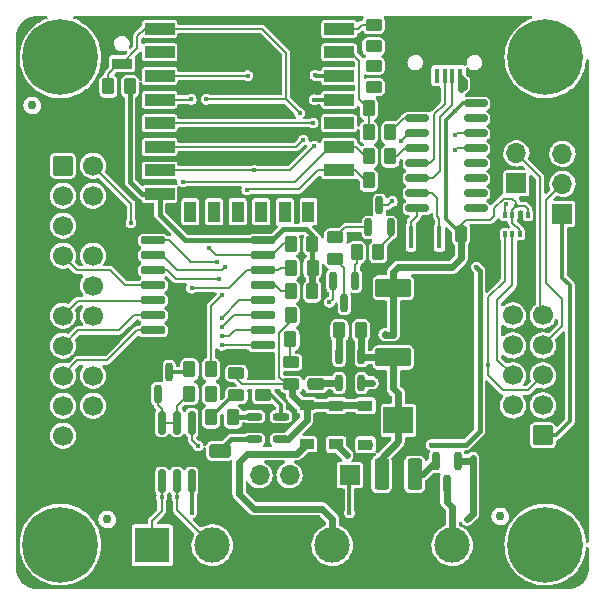
<source format=gtl>
%TF.GenerationSoftware,KiCad,Pcbnew,(6.0.9)*%
%TF.CreationDate,2023-01-11T20:23:52+07:00*%
%TF.ProjectId,ESP12CORE_B_MULTI,45535031-3243-44f5-9245-5f425f4d554c,rev?*%
%TF.SameCoordinates,Original*%
%TF.FileFunction,Copper,L1,Top*%
%TF.FilePolarity,Positive*%
%FSLAX46Y46*%
G04 Gerber Fmt 4.6, Leading zero omitted, Abs format (unit mm)*
G04 Created by KiCad (PCBNEW (6.0.9)) date 2023-01-11 20:23:52*
%MOMM*%
%LPD*%
G01*
G04 APERTURE LIST*
G04 Aperture macros list*
%AMRoundRect*
4,1,4,2,3,4,5,6,7,8,9,2,3,0*
1,1,$1,$2,$3*
1,1,$1,$2,$3*
1,1,$1,$2,$3*
1,1,$1,$2,$3*
20,1,$1,$2,$3,$4,$5,0*
20,1,$1,$2,$3,$4,$5,0*
20,1,$1,$2,$3,$4,$5,0*
20,1,$1,$2,$3,$4,$5,0*%
G04 Aperture macros list end*
%TA.AperFunction,ComponentPad*%
%AMCOMP54*
4,1,3,
0.6,0.6,
-0.6,0.6,
-0.6,-0.6,
0.6,-0.6,
0*
4,1,19,
0.6,0.85,
0.67725424859373684,0.83776412907378839,
0.74694631307311821,0.80225424859373684,
0.80225424859373684,0.74694631307311821,
0.83776412907378839,0.67725424859373684,
0.85,0.6,
0.83776412907378839,0.52274575140626311,
0.80225424859373684,0.45305368692688175,
0.74694631307311832,0.39774575140626311,
0.67725424859373684,0.36223587092621157,
0.6,0.35,
0.522745751406263,0.36223587092621157,
0.45305368692688175,0.39774575140626311,
0.39774575140626311,0.45305368692688164,
0.36223587092621157,0.52274575140626311,
0.35,0.6,
0.36223587092621157,0.67725424859373673,
0.39774575140626311,0.74694631307311821,
0.45305368692688164,0.80225424859373684,
0.52274575140626311,0.83776412907378839,
0*
4,1,19,
-0.6,0.85,
-0.52274575140626311,0.83776412907378839,
-0.45305368692688169,0.80225424859373684,
-0.39774575140626311,0.74694631307311821,
-0.36223587092621157,0.67725424859373684,
-0.35,0.6,
-0.36223587092621157,0.52274575140626311,
-0.39774575140626311,0.45305368692688175,
-0.45305368692688164,0.39774575140626311,
-0.52274575140626311,0.36223587092621157,
-0.6,0.35,
-0.677254248593737,0.36223587092621157,
-0.74694631307311821,0.39774575140626311,
-0.80225424859373684,0.45305368692688164,
-0.83776412907378839,0.52274575140626311,
-0.85,0.6,
-0.83776412907378839,0.67725424859373673,
-0.80225424859373684,0.74694631307311821,
-0.74694631307311832,0.80225424859373684,
-0.67725424859373684,0.83776412907378839,
0*
4,1,19,
-0.6,-0.35,
-0.52274575140626311,-0.36223587092621157,
-0.45305368692688169,-0.39774575140626311,
-0.39774575140626311,-0.45305368692688169,
-0.36223587092621157,-0.52274575140626311,
-0.35,-0.6,
-0.36223587092621157,-0.67725424859373684,
-0.39774575140626311,-0.74694631307311821,
-0.45305368692688164,-0.80225424859373684,
-0.52274575140626311,-0.83776412907378839,
-0.6,-0.85,
-0.677254248593737,-0.83776412907378839,
-0.74694631307311821,-0.80225424859373684,
-0.80225424859373684,-0.74694631307311832,
-0.83776412907378839,-0.67725424859373684,
-0.85,-0.6,
-0.83776412907378839,-0.52274575140626323,
-0.80225424859373684,-0.45305368692688175,
-0.74694631307311832,-0.39774575140626311,
-0.67725424859373684,-0.36223587092621157,
0*
4,1,19,
0.6,-0.35,
0.67725424859373684,-0.36223587092621157,
0.74694631307311821,-0.39774575140626311,
0.80225424859373684,-0.45305368692688169,
0.83776412907378839,-0.52274575140626311,
0.85,-0.6,
0.83776412907378839,-0.67725424859373684,
0.80225424859373684,-0.74694631307311821,
0.74694631307311832,-0.80225424859373684,
0.67725424859373684,-0.83776412907378839,
0.6,-0.85,
0.522745751406263,-0.83776412907378839,
0.45305368692688175,-0.80225424859373684,
0.39774575140626311,-0.74694631307311832,
0.36223587092621157,-0.67725424859373684,
0.35,-0.6,
0.36223587092621157,-0.52274575140626323,
0.39774575140626311,-0.45305368692688175,
0.45305368692688164,-0.39774575140626311,
0.52274575140626311,-0.36223587092621157,
0*
4,1,3,
0.6,0.85,
0.6,0.35,
-0.6,0.35,
-0.6,0.85,
0*
4,1,3,
-0.85,0.6,
-0.35,0.6,
-0.35,-0.6,
-0.85,-0.6,
0*
4,1,3,
-0.6,-0.85,
-0.6,-0.35,
0.6,-0.35,
0.6,-0.85,
0*
4,1,3,
0.85,-0.6,
0.35,-0.6,
0.35,0.6,
0.85,0.6,
0*%
%ADD10COMP54,0.25X0.6X0.6X-0.6X0.6X-0.6X-0.6X0.6X-0.6X0*%
%TD*%
%TA.AperFunction,ComponentPad*%
%ADD11C,1.7*%
%TD*%
%TA.AperFunction,SMDPad,CuDef*%
%ADD12R,1.7X0.9*%
%TD*%
%TA.AperFunction,SMDPad,CuDef*%
%ADD13R,1.2X0.9*%
%TD*%
%TA.AperFunction,ComponentPad*%
%ADD14C,0.8*%
%TD*%
%TA.AperFunction,ComponentPad*%
%ADD15C,6.4*%
%TD*%
%TA.AperFunction,SMDPad,CuDef*%
%AMCOMP55*
4,1,3,
-0.15,0.5875,
-0.15,-0.5875,
0.15,-0.5875,
0.15,0.5875,
0*
4,1,19,
-0.15,0.7375,
-0.10364745084375789,0.73015847744427309,
-0.061832212156129024,0.70885254915624207,
-0.028647450843757888,0.675667787843871,
-0.0073415225557269814,0.63385254915624212,
0,0.5875,
-0.0073415225557269537,0.54114745084375793,
-0.028647450843757888,0.49933221215612905,
-0.06183221215612901,0.46614745084375792,
-0.10364745084375787,0.444841522555727,
-0.14999999999999997,0.4375,
-0.19635254915624215,0.444841522555727,
-0.23816778784387094,0.46614745084375786,
-0.27135254915624207,0.49933221215612905,
-0.292658477444273,0.54114745084375793,
-0.3,0.5875,
-0.29265847744427304,0.63385254915624212,
-0.27135254915624213,0.67566778784387094,
-0.238167787843871,0.70885254915624207,
-0.19635254915624215,0.73015847744427309,
0*
4,1,19,
-0.15,-0.4375,
-0.10364745084375789,-0.444841522555727,
-0.061832212156129024,-0.46614745084375792,
-0.028647450843757888,-0.49933221215612905,
-0.0073415225557269814,-0.54114745084375793,
0,-0.5875,
-0.0073415225557269537,-0.63385254915624212,
-0.028647450843757888,-0.67566778784387094,
-0.06183221215612901,-0.70885254915624207,
-0.10364745084375787,-0.73015847744427309,
-0.14999999999999997,-0.7375,
-0.19635254915624215,-0.73015847744427309,
-0.23816778784387094,-0.70885254915624218,
-0.27135254915624207,-0.675667787843871,
-0.292658477444273,-0.63385254915624212,
-0.3,-0.5875,
-0.29265847744427304,-0.54114745084375793,
-0.27135254915624213,-0.49933221215612911,
-0.238167787843871,-0.46614745084375792,
-0.19635254915624215,-0.444841522555727,
0*
4,1,19,
0.15,-0.4375,
0.19635254915624212,-0.444841522555727,
0.23816778784387097,-0.46614745084375792,
0.27135254915624207,-0.49933221215612905,
0.292658477444273,-0.54114745084375793,
0.3,-0.5875,
0.29265847744427304,-0.63385254915624212,
0.27135254915624207,-0.67566778784387094,
0.238167787843871,-0.70885254915624207,
0.19635254915624212,-0.73015847744427309,
0.15000000000000002,-0.7375,
0.10364745084375784,-0.73015847744427309,
0.061832212156129038,-0.70885254915624218,
0.0286474508437579,-0.675667787843871,
0.0073415225557269814,-0.63385254915624212,
0,-0.5875,
0.0073415225557269537,-0.54114745084375793,
0.02864745084375786,-0.49933221215612911,
0.061832212156128996,-0.46614745084375792,
0.10364745084375784,-0.444841522555727,
0*
4,1,19,
0.15,0.7375,
0.19635254915624212,0.73015847744427309,
0.23816778784387097,0.70885254915624207,
0.27135254915624207,0.675667787843871,
0.292658477444273,0.63385254915624212,
0.3,0.5875,
0.29265847744427304,0.54114745084375793,
0.27135254915624207,0.49933221215612905,
0.238167787843871,0.46614745084375792,
0.19635254915624212,0.444841522555727,
0.15000000000000002,0.4375,
0.10364745084375784,0.444841522555727,
0.061832212156129038,0.46614745084375786,
0.0286474508437579,0.49933221215612905,
0.0073415225557269814,0.54114745084375793,
0,0.5875,
0.0073415225557269537,0.63385254915624212,
0.02864745084375786,0.67566778784387094,
0.061832212156128996,0.70885254915624207,
0.10364745084375784,0.73015847744427309,
0*
4,1,3,
-0.3,0.5875,
0,0.5875,
0,-0.5875,
-0.3,-0.5875,
0*
4,1,3,
-0.15,-0.7375,
-0.15,-0.4375,
0.15,-0.4375,
0.15,-0.7375,
0*
4,1,3,
0.3,-0.5875,
0,-0.5875,
0,0.5875,
0.3,0.5875,
0*
4,1,3,
0.15,0.7375,
0.15,0.4375,
-0.15,0.4375,
-0.15,0.7375,
0*%
%ADD16COMP55,0.15X-0.15X0.5875X-0.15X-0.5875X0.15X-0.5875X0.15X0.5875X0*%
%TD*%
%TA.AperFunction,SMDPad,CuDef*%
%AMCOMP56*
4,1,3,
0.2625,0.45,
-0.2625,0.45,
-0.2625,-0.45,
0.2625,-0.45,
0*
4,1,19,
0.2625,0.7,
0.33975424859373687,0.68776412907378837,
0.4094463130731183,0.65225424859373682,
0.46475424859373687,0.5969463130731183,
0.50026412907378837,0.52725424859373682,
0.5125,0.45,
0.50026412907378837,0.3727457514062632,
0.46475424859373687,0.30305368692688173,
0.4094463130731183,0.24774575140626318,
0.33975424859373687,0.21223587092621163,
0.26250000000000007,0.2,
0.18524575140626309,0.21223587092621163,
0.11555368692688175,0.24774575140626312,
0.060245751406263176,0.30305368692688173,
0.024735870926211628,0.37274575140626309,
0.012500000000000011,0.44999999999999996,
0.0247358709262116,0.52725424859373682,
0.060245751406263121,0.5969463130731183,
0.11555368692688167,0.65225424859373682,
0.18524575140626309,0.68776412907378837,
0*
4,1,19,
-0.2625,0.7,
-0.18524575140626315,0.68776412907378837,
-0.11555368692688173,0.65225424859373682,
-0.060245751406263148,0.5969463130731183,
-0.024735870926211628,0.52725424859373682,
-0.012500000000000011,0.45,
-0.0247358709262116,0.3727457514062632,
-0.060245751406263148,0.30305368692688173,
-0.1155536869268817,0.24774575140626318,
-0.18524575140626315,0.21223587092621163,
-0.26249999999999996,0.2,
-0.33975424859373693,0.21223587092621163,
-0.4094463130731183,0.24774575140626312,
-0.46475424859373682,0.30305368692688173,
-0.50026412907378837,0.37274575140626309,
-0.5125,0.44999999999999996,
-0.50026412907378837,0.52725424859373682,
-0.46475424859373693,0.5969463130731183,
-0.40944631307311835,0.65225424859373682,
-0.33975424859373693,0.68776412907378837,
0*
4,1,19,
-0.2625,-0.2,
-0.18524575140626315,-0.21223587092621163,
-0.11555368692688173,-0.24774575140626315,
-0.060245751406263148,-0.30305368692688173,
-0.024735870926211628,-0.37274575140626315,
-0.012500000000000011,-0.45,
-0.0247358709262116,-0.52725424859373682,
-0.060245751406263148,-0.5969463130731183,
-0.1155536869268817,-0.65225424859373682,
-0.18524575140626315,-0.68776412907378837,
-0.26249999999999996,-0.7,
-0.33975424859373693,-0.68776412907378837,
-0.4094463130731183,-0.65225424859373693,
-0.46475424859373682,-0.5969463130731183,
-0.50026412907378837,-0.52725424859373693,
-0.5125,-0.45000000000000007,
-0.50026412907378837,-0.3727457514062632,
-0.46475424859373693,-0.30305368692688178,
-0.40944631307311835,-0.24774575140626318,
-0.33975424859373693,-0.21223587092621163,
0*
4,1,19,
0.2625,-0.2,
0.33975424859373687,-0.21223587092621163,
0.4094463130731183,-0.24774575140626315,
0.46475424859373687,-0.30305368692688173,
0.50026412907378837,-0.37274575140626315,
0.5125,-0.45,
0.50026412907378837,-0.52725424859373682,
0.46475424859373687,-0.5969463130731183,
0.4094463130731183,-0.65225424859373682,
0.33975424859373687,-0.68776412907378837,
0.26250000000000007,-0.7,
0.18524575140626309,-0.68776412907378837,
0.11555368692688175,-0.65225424859373693,
0.060245751406263176,-0.5969463130731183,
0.024735870926211628,-0.52725424859373693,
0.012500000000000011,-0.45000000000000007,
0.0247358709262116,-0.3727457514062632,
0.060245751406263121,-0.30305368692688178,
0.11555368692688167,-0.24774575140626318,
0.18524575140626309,-0.21223587092621163,
0*
4,1,3,
0.2625,0.7,
0.2625,0.2,
-0.2625,0.2,
-0.2625,0.7,
0*
4,1,3,
-0.5125,0.45,
-0.012500000000000011,0.45,
-0.012500000000000011,-0.45,
-0.5125,-0.45,
0*
4,1,3,
-0.2625,-0.7,
-0.2625,-0.2,
0.2625,-0.2,
0.2625,-0.7,
0*
4,1,3,
0.5125,-0.45,
0.012500000000000011,-0.45,
0.012500000000000011,0.45,
0.5125,0.45,
0*%
%ADD17COMP56,0.25X0.2625X0.45X-0.2625X0.45X-0.2625X-0.45X0.2625X-0.45X0*%
%TD*%
%TA.AperFunction,SMDPad,CuDef*%
%ADD18C,0.75*%
%TD*%
%TA.AperFunction,ComponentPad*%
%ADD19R,1.7X1.7*%
%TD*%
%TA.AperFunction,ComponentPad*%
%ADD20O,1.7X1.7*%
%TD*%
%TA.AperFunction,SMDPad,CuDef*%
%AMCOMP57*
4,1,3,
-0.5125,-0.15,
0.5125,-0.15,
0.5125,0.15,
-0.5125,0.15,
0*
4,1,19,
-0.5125,0,
-0.46614745084375786,-0.0073415225557269814,
-0.424332212156129,-0.028647450843757888,
-0.39114745084375785,-0.061832212156129024,
-0.36984152255572694,-0.10364745084375787,
-0.36249999999999993,-0.15,
-0.36984152255572689,-0.19635254915624209,
-0.39114745084375785,-0.23816778784387094,
-0.424332212156129,-0.27135254915624207,
-0.46614745084375786,-0.292658477444273,
-0.5125,-0.3,
-0.55885254915624216,-0.292658477444273,
-0.60066778784387087,-0.27135254915624213,
-0.633852549156242,-0.238167787843871,
-0.65515847744427291,-0.19635254915624212,
-0.6625,-0.15000000000000002,
-0.655158477444273,-0.10364745084375791,
-0.63385254915624212,-0.061832212156129066,
-0.600667787843871,-0.0286474508437579,
-0.558852549156242,-0.0073415225557269814,
0*
4,1,19,
0.5125,0,
0.558852549156242,-0.0073415225557269814,
0.60066778784387087,-0.028647450843757888,
0.63385254915624212,-0.061832212156129024,
0.65515847744427291,-0.10364745084375787,
0.6625,-0.15,
0.655158477444273,-0.19635254915624209,
0.63385254915624212,-0.23816778784387094,
0.600667787843871,-0.27135254915624207,
0.558852549156242,-0.292658477444273,
0.5125,-0.3,
0.4661474508437578,-0.292658477444273,
0.424332212156129,-0.27135254915624213,
0.39114745084375785,-0.238167787843871,
0.36984152255572694,-0.19635254915624212,
0.36249999999999993,-0.15000000000000002,
0.36984152255572689,-0.10364745084375791,
0.39114745084375779,-0.061832212156129066,
0.42433221215612893,-0.0286474508437579,
0.4661474508437578,-0.0073415225557269814,
0*
4,1,19,
0.5125,0.3,
0.558852549156242,0.292658477444273,
0.60066778784387087,0.27135254915624207,
0.63385254915624212,0.23816778784387097,
0.65515847744427291,0.19635254915624212,
0.6625,0.15,
0.655158477444273,0.1036474508437579,
0.63385254915624212,0.061832212156129038,
0.600667787843871,0.0286474508437579,
0.558852549156242,0.0073415225557269814,
0.5125,0,
0.4661474508437578,0.0073415225557269814,
0.424332212156129,0.02864745084375786,
0.39114745084375785,0.06183221215612901,
0.36984152255572694,0.10364745084375787,
0.36249999999999993,0.14999999999999997,
0.36984152255572689,0.19635254915624206,
0.39114745084375779,0.23816778784387094,
0.42433221215612893,0.27135254915624207,
0.4661474508437578,0.292658477444273,
0*
4,1,19,
-0.5125,0.3,
-0.46614745084375786,0.292658477444273,
-0.424332212156129,0.27135254915624207,
-0.39114745084375785,0.23816778784387097,
-0.36984152255572694,0.19635254915624212,
-0.36249999999999993,0.15,
-0.36984152255572689,0.1036474508437579,
-0.39114745084375785,0.061832212156129038,
-0.424332212156129,0.0286474508437579,
-0.46614745084375786,0.0073415225557269814,
-0.5125,0,
-0.55885254915624216,0.0073415225557269814,
-0.60066778784387087,0.02864745084375786,
-0.633852549156242,0.06183221215612901,
-0.65515847744427291,0.10364745084375787,
-0.6625,0.14999999999999997,
-0.655158477444273,0.19635254915624206,
-0.63385254915624212,0.23816778784387094,
-0.600667787843871,0.27135254915624207,
-0.558852549156242,0.292658477444273,
0*
4,1,3,
-0.5125,-0.3,
-0.5125,0,
0.5125,0,
0.5125,-0.3,
0*
4,1,3,
0.6625,-0.15,
0.36249999999999993,-0.15,
0.36249999999999993,0.15,
0.6625,0.15,
0*
4,1,3,
0.5125,0.3,
0.5125,0,
-0.5125,0,
-0.5125,0.3,
0*
4,1,3,
-0.6625,0.15,
-0.36249999999999993,0.15,
-0.36249999999999993,-0.15,
-0.6625,-0.15,
0*%
%ADD21COMP57,0.15X-0.5125X-0.15X0.5125X-0.15X0.5125X0.15X-0.5125X0.15X0*%
%TD*%
%TA.AperFunction,SMDPad,CuDef*%
%AMCOMP58*
4,1,3,
-0.65,0.325,
-0.65,-0.325,
0.65,-0.325,
0.65,0.325,
0*
4,1,19,
-0.65,0.575,
-0.57274575140626316,0.56276412907378837,
-0.50305368692688179,0.52725424859373682,
-0.44774575140626316,0.4719463130731183,
-0.41223587092621161,0.40225424859373687,
-0.4,0.325,
-0.41223587092621161,0.24774575140626318,
-0.44774575140626316,0.17805368692688175,
-0.50305368692688168,0.12274575140626318,
-0.57274575140626316,0.087235870926211628,
-0.65,0.075000000000000011,
-0.727254248593737,0.087235870926211628,
-0.79694631307311825,0.12274575140626312,
-0.85225424859373689,0.1780536869268817,
-0.88776412907378843,0.24774575140626312,
-0.9,0.32499999999999996,
-0.88776412907378843,0.40225424859373682,
-0.85225424859373689,0.47194631307311824,
-0.79694631307311836,0.52725424859373682,
-0.72725424859373689,0.56276412907378837,
0*
4,1,19,
-0.65,-0.075000000000000011,
-0.57274575140626316,-0.087235870926211628,
-0.50305368692688179,-0.12274575140626315,
-0.44774575140626316,-0.17805368692688173,
-0.41223587092621161,-0.24774575140626315,
-0.4,-0.325,
-0.41223587092621161,-0.40225424859373682,
-0.44774575140626316,-0.4719463130731183,
-0.50305368692688168,-0.52725424859373682,
-0.57274575140626316,-0.56276412907378837,
-0.65,-0.575,
-0.727254248593737,-0.56276412907378837,
-0.79694631307311825,-0.52725424859373693,
-0.85225424859373689,-0.4719463130731183,
-0.88776412907378843,-0.40225424859373693,
-0.9,-0.32500000000000007,
-0.88776412907378843,-0.2477457514062632,
-0.85225424859373689,-0.17805368692688178,
-0.79694631307311836,-0.12274575140626318,
-0.72725424859373689,-0.087235870926211628,
0*
4,1,19,
0.65,-0.075000000000000011,
0.72725424859373689,-0.087235870926211628,
0.79694631307311825,-0.12274575140626315,
0.85225424859373689,-0.17805368692688173,
0.88776412907378843,-0.24774575140626315,
0.9,-0.325,
0.88776412907378843,-0.40225424859373682,
0.85225424859373689,-0.4719463130731183,
0.79694631307311836,-0.52725424859373682,
0.72725424859373689,-0.56276412907378837,
0.65,-0.575,
0.572745751406263,-0.56276412907378837,
0.50305368692688179,-0.52725424859373693,
0.44774575140626316,-0.4719463130731183,
0.41223587092621161,-0.40225424859373693,
0.4,-0.32500000000000007,
0.41223587092621161,-0.2477457514062632,
0.44774575140626316,-0.17805368692688178,
0.50305368692688168,-0.12274575140626318,
0.57274575140626316,-0.087235870926211628,
0*
4,1,19,
0.65,0.575,
0.72725424859373689,0.56276412907378837,
0.79694631307311825,0.52725424859373682,
0.85225424859373689,0.4719463130731183,
0.88776412907378843,0.40225424859373687,
0.9,0.325,
0.88776412907378843,0.24774575140626318,
0.85225424859373689,0.17805368692688175,
0.79694631307311836,0.12274575140626318,
0.72725424859373689,0.087235870926211628,
0.65,0.075000000000000011,
0.572745751406263,0.087235870926211628,
0.50305368692688179,0.12274575140626312,
0.44774575140626316,0.1780536869268817,
0.41223587092621161,0.24774575140626312,
0.4,0.32499999999999996,
0.41223587092621161,0.40225424859373682,
0.44774575140626316,0.47194631307311824,
0.50305368692688168,0.52725424859373682,
0.57274575140626316,0.56276412907378837,
0*
4,1,3,
-0.9,0.325,
-0.4,0.325,
-0.4,-0.325,
-0.9,-0.325,
0*
4,1,3,
-0.65,-0.575,
-0.65,-0.075000000000000011,
0.65,-0.075000000000000011,
0.65,-0.575,
0*
4,1,3,
0.9,-0.325,
0.4,-0.325,
0.4,0.325,
0.9,0.325,
0*
4,1,3,
0.65,0.575,
0.65,0.075000000000000011,
-0.65,0.075000000000000011,
-0.65,0.575,
0*%
%ADD22COMP58,0.25X-0.65X0.325X-0.65X-0.325X0.65X-0.325X0.65X0.325X0*%
%TD*%
%TA.AperFunction,SMDPad,CuDef*%
%AMCOMP59*
4,1,3,
0.45,-0.2625,
0.45,0.2625,
-0.45,0.2625,
-0.45,-0.2625,
0*
4,1,19,
0.45,-0.012500000000000011,
0.52725424859373682,-0.024735870926211628,
0.5969463130731183,-0.060245751406263148,
0.65225424859373682,-0.11555368692688173,
0.68776412907378837,-0.18524575140626315,
0.7,-0.2625,
0.68776412907378837,-0.33975424859373682,
0.65225424859373682,-0.4094463130731183,
0.5969463130731183,-0.46475424859373682,
0.52725424859373693,-0.50026412907378837,
0.45000000000000007,-0.5125,
0.37274575140626309,-0.50026412907378837,
0.30305368692688173,-0.46475424859373693,
0.24774575140626318,-0.4094463130731183,
0.21223587092621163,-0.33975424859373693,
0.2,-0.26250000000000007,
0.2122358709262116,-0.1852457514062632,
0.24774575140626312,-0.11555368692688178,
0.30305368692688167,-0.060245751406263176,
0.37274575140626309,-0.024735870926211628,
0*
4,1,19,
0.45,0.5125,
0.52725424859373682,0.50026412907378837,
0.5969463130731183,0.46475424859373687,
0.65225424859373682,0.4094463130731183,
0.68776412907378837,0.33975424859373687,
0.7,0.2625,
0.68776412907378837,0.18524575140626318,
0.65225424859373682,0.11555368692688175,
0.5969463130731183,0.060245751406263176,
0.52725424859373693,0.024735870926211628,
0.45000000000000007,0.012500000000000011,
0.37274575140626309,0.024735870926211628,
0.30305368692688173,0.060245751406263121,
0.24774575140626318,0.1155536869268817,
0.21223587092621163,0.18524575140626312,
0.2,0.26249999999999996,
0.2122358709262116,0.33975424859373682,
0.24774575140626312,0.40944631307311824,
0.30305368692688167,0.46475424859373682,
0.37274575140626309,0.50026412907378837,
0*
4,1,19,
-0.45,0.5125,
-0.37274575140626315,0.50026412907378837,
-0.30305368692688173,0.46475424859373687,
-0.24774575140626315,0.4094463130731183,
-0.21223587092621163,0.33975424859373687,
-0.2,0.2625,
-0.2122358709262116,0.18524575140626318,
-0.24774575140626315,0.11555368692688175,
-0.30305368692688173,0.060245751406263176,
-0.37274575140626315,0.024735870926211628,
-0.44999999999999996,0.012500000000000011,
-0.52725424859373693,0.024735870926211628,
-0.5969463130731183,0.060245751406263121,
-0.65225424859373682,0.1155536869268817,
-0.68776412907378837,0.18524575140626312,
-0.7,0.26249999999999996,
-0.68776412907378837,0.33975424859373682,
-0.65225424859373693,0.40944631307311824,
-0.5969463130731183,0.46475424859373682,
-0.52725424859373693,0.50026412907378837,
0*
4,1,19,
-0.45,-0.012500000000000011,
-0.37274575140626315,-0.024735870926211628,
-0.30305368692688173,-0.060245751406263148,
-0.24774575140626315,-0.11555368692688173,
-0.21223587092621163,-0.18524575140626315,
-0.2,-0.2625,
-0.2122358709262116,-0.33975424859373682,
-0.24774575140626315,-0.4094463130731183,
-0.30305368692688173,-0.46475424859373682,
-0.37274575140626315,-0.50026412907378837,
-0.44999999999999996,-0.5125,
-0.52725424859373693,-0.50026412907378837,
-0.5969463130731183,-0.46475424859373693,
-0.65225424859373682,-0.4094463130731183,
-0.68776412907378837,-0.33975424859373693,
-0.7,-0.26250000000000007,
-0.68776412907378837,-0.1852457514062632,
-0.65225424859373693,-0.11555368692688178,
-0.5969463130731183,-0.060245751406263176,
-0.52725424859373693,-0.024735870926211628,
0*
4,1,3,
0.7,-0.2625,
0.2,-0.2625,
0.2,0.2625,
0.7,0.2625,
0*
4,1,3,
0.45,0.5125,
0.45,0.012500000000000011,
-0.45,0.012500000000000011,
-0.45,0.5125,
0*
4,1,3,
-0.7,0.2625,
-0.2,0.2625,
-0.2,-0.2625,
-0.7,-0.2625,
0*
4,1,3,
-0.45,-0.5125,
-0.45,-0.012500000000000011,
0.45,-0.012500000000000011,
0.45,-0.5125,
0*%
%ADD23COMP59,0.25X0.45X-0.2625X0.45X0.2625X-0.45X0.2625X-0.45X-0.2625X0*%
%TD*%
%TA.AperFunction,ComponentPad*%
%AMCOMP60*
4,1,3,
-0.6,-0.6,
0.6,-0.6,
0.6,0.6,
-0.6,0.6,
0*
4,1,19,
-0.6,-0.35,
-0.52274575140626311,-0.36223587092621157,
-0.45305368692688169,-0.39774575140626311,
-0.39774575140626311,-0.45305368692688169,
-0.36223587092621157,-0.52274575140626311,
-0.35,-0.6,
-0.36223587092621157,-0.67725424859373684,
-0.39774575140626311,-0.74694631307311821,
-0.45305368692688164,-0.80225424859373684,
-0.52274575140626311,-0.83776412907378839,
-0.6,-0.85,
-0.677254248593737,-0.83776412907378839,
-0.74694631307311821,-0.80225424859373684,
-0.80225424859373684,-0.74694631307311832,
-0.83776412907378839,-0.67725424859373684,
-0.85,-0.6,
-0.83776412907378839,-0.52274575140626323,
-0.80225424859373684,-0.45305368692688175,
-0.74694631307311832,-0.39774575140626311,
-0.67725424859373684,-0.36223587092621157,
0*
4,1,19,
0.6,-0.35,
0.67725424859373684,-0.36223587092621157,
0.74694631307311821,-0.39774575140626311,
0.80225424859373684,-0.45305368692688169,
0.83776412907378839,-0.52274575140626311,
0.85,-0.6,
0.83776412907378839,-0.67725424859373684,
0.80225424859373684,-0.74694631307311821,
0.74694631307311832,-0.80225424859373684,
0.67725424859373684,-0.83776412907378839,
0.6,-0.85,
0.522745751406263,-0.83776412907378839,
0.45305368692688175,-0.80225424859373684,
0.39774575140626311,-0.74694631307311832,
0.36223587092621157,-0.67725424859373684,
0.35,-0.6,
0.36223587092621157,-0.52274575140626323,
0.39774575140626311,-0.45305368692688175,
0.45305368692688164,-0.39774575140626311,
0.52274575140626311,-0.36223587092621157,
0*
4,1,19,
0.6,0.85,
0.67725424859373684,0.83776412907378839,
0.74694631307311821,0.80225424859373684,
0.80225424859373684,0.74694631307311821,
0.83776412907378839,0.67725424859373684,
0.85,0.6,
0.83776412907378839,0.52274575140626311,
0.80225424859373684,0.45305368692688175,
0.74694631307311832,0.39774575140626311,
0.67725424859373684,0.36223587092621157,
0.6,0.35,
0.522745751406263,0.36223587092621157,
0.45305368692688175,0.39774575140626311,
0.39774575140626311,0.45305368692688164,
0.36223587092621157,0.52274575140626311,
0.35,0.6,
0.36223587092621157,0.67725424859373673,
0.39774575140626311,0.74694631307311821,
0.45305368692688164,0.80225424859373684,
0.52274575140626311,0.83776412907378839,
0*
4,1,19,
-0.6,0.85,
-0.52274575140626311,0.83776412907378839,
-0.45305368692688169,0.80225424859373684,
-0.39774575140626311,0.74694631307311821,
-0.36223587092621157,0.67725424859373684,
-0.35,0.6,
-0.36223587092621157,0.52274575140626311,
-0.39774575140626311,0.45305368692688175,
-0.45305368692688164,0.39774575140626311,
-0.52274575140626311,0.36223587092621157,
-0.6,0.35,
-0.677254248593737,0.36223587092621157,
-0.74694631307311821,0.39774575140626311,
-0.80225424859373684,0.45305368692688164,
-0.83776412907378839,0.52274575140626311,
-0.85,0.6,
-0.83776412907378839,0.67725424859373673,
-0.80225424859373684,0.74694631307311821,
-0.74694631307311832,0.80225424859373684,
-0.67725424859373684,0.83776412907378839,
0*
4,1,3,
-0.6,-0.85,
-0.6,-0.35,
0.6,-0.35,
0.6,-0.85,
0*
4,1,3,
0.85,-0.6,
0.35,-0.6,
0.35,0.6,
0.85,0.6,
0*
4,1,3,
0.6,0.85,
0.6,0.35,
-0.6,0.35,
-0.6,0.85,
0*
4,1,3,
-0.85,0.6,
-0.35,0.6,
-0.35,-0.6,
-0.85,-0.6,
0*%
%ADD24COMP60,0.25X-0.6X-0.6X0.6X-0.6X0.6X0.6X-0.6X0.6X0*%
%TD*%
%TA.AperFunction,SMDPad,CuDef*%
%ADD25R,2.5X2.3*%
%TD*%
%TA.AperFunction,SMDPad,CuDef*%
%AMCOMP61*
4,1,3,
-0.2625,-0.45,
0.2625,-0.45,
0.2625,0.45,
-0.2625,0.45,
0*
4,1,19,
-0.2625,-0.2,
-0.18524575140626315,-0.21223587092621163,
-0.11555368692688173,-0.24774575140626315,
-0.060245751406263148,-0.30305368692688173,
-0.024735870926211628,-0.37274575140626315,
-0.012500000000000011,-0.45,
-0.0247358709262116,-0.52725424859373682,
-0.060245751406263148,-0.5969463130731183,
-0.1155536869268817,-0.65225424859373682,
-0.18524575140626315,-0.68776412907378837,
-0.26249999999999996,-0.7,
-0.33975424859373693,-0.68776412907378837,
-0.4094463130731183,-0.65225424859373693,
-0.46475424859373682,-0.5969463130731183,
-0.50026412907378837,-0.52725424859373693,
-0.5125,-0.45000000000000007,
-0.50026412907378837,-0.3727457514062632,
-0.46475424859373693,-0.30305368692688178,
-0.40944631307311835,-0.24774575140626318,
-0.33975424859373693,-0.21223587092621163,
0*
4,1,19,
0.2625,-0.2,
0.33975424859373687,-0.21223587092621163,
0.4094463130731183,-0.24774575140626315,
0.46475424859373687,-0.30305368692688173,
0.50026412907378837,-0.37274575140626315,
0.5125,-0.45,
0.50026412907378837,-0.52725424859373682,
0.46475424859373687,-0.5969463130731183,
0.4094463130731183,-0.65225424859373682,
0.33975424859373687,-0.68776412907378837,
0.26250000000000007,-0.7,
0.18524575140626309,-0.68776412907378837,
0.11555368692688175,-0.65225424859373693,
0.060245751406263176,-0.5969463130731183,
0.024735870926211628,-0.52725424859373693,
0.012500000000000011,-0.45000000000000007,
0.0247358709262116,-0.3727457514062632,
0.060245751406263121,-0.30305368692688178,
0.11555368692688167,-0.24774575140626318,
0.18524575140626309,-0.21223587092621163,
0*
4,1,19,
0.2625,0.7,
0.33975424859373687,0.68776412907378837,
0.4094463130731183,0.65225424859373682,
0.46475424859373687,0.5969463130731183,
0.50026412907378837,0.52725424859373682,
0.5125,0.45,
0.50026412907378837,0.3727457514062632,
0.46475424859373687,0.30305368692688173,
0.4094463130731183,0.24774575140626318,
0.33975424859373687,0.21223587092621163,
0.26250000000000007,0.2,
0.18524575140626309,0.21223587092621163,
0.11555368692688175,0.24774575140626312,
0.060245751406263176,0.30305368692688173,
0.024735870926211628,0.37274575140626309,
0.012500000000000011,0.44999999999999996,
0.0247358709262116,0.52725424859373682,
0.060245751406263121,0.5969463130731183,
0.11555368692688167,0.65225424859373682,
0.18524575140626309,0.68776412907378837,
0*
4,1,19,
-0.2625,0.7,
-0.18524575140626315,0.68776412907378837,
-0.11555368692688173,0.65225424859373682,
-0.060245751406263148,0.5969463130731183,
-0.024735870926211628,0.52725424859373682,
-0.012500000000000011,0.45,
-0.0247358709262116,0.3727457514062632,
-0.060245751406263148,0.30305368692688173,
-0.1155536869268817,0.24774575140626318,
-0.18524575140626315,0.21223587092621163,
-0.26249999999999996,0.2,
-0.33975424859373693,0.21223587092621163,
-0.4094463130731183,0.24774575140626312,
-0.46475424859373682,0.30305368692688173,
-0.50026412907378837,0.37274575140626309,
-0.5125,0.44999999999999996,
-0.50026412907378837,0.52725424859373682,
-0.46475424859373693,0.5969463130731183,
-0.40944631307311835,0.65225424859373682,
-0.33975424859373693,0.68776412907378837,
0*
4,1,3,
-0.2625,-0.7,
-0.2625,-0.2,
0.2625,-0.2,
0.2625,-0.7,
0*
4,1,3,
0.5125,-0.45,
0.012500000000000011,-0.45,
0.012500000000000011,0.45,
0.5125,0.45,
0*
4,1,3,
0.2625,0.7,
0.2625,0.2,
-0.2625,0.2,
-0.2625,0.7,
0*
4,1,3,
-0.5125,0.45,
-0.012500000000000011,0.45,
-0.012500000000000011,-0.45,
-0.5125,-0.45,
0*%
%ADD26COMP61,0.25X-0.2625X-0.45X0.2625X-0.45X0.2625X0.45X-0.2625X0.45X0*%
%TD*%
%TA.AperFunction,SMDPad,CuDef*%
%AMCOMP62*
4,1,3,
-1.25,-0.55,
1.25,-0.55,
1.25,0.55,
-1.25,0.55,
0*
4,1,19,
-1.25,-0.30000000000000004,
-1.1727457514062631,-0.31223587092621163,
-1.1030536869268817,-0.34774575140626318,
-1.0477457514062631,-0.40305368692688176,
-1.0122358709262116,-0.47274575140626318,
-1,-0.55,
-1.0122358709262116,-0.62725424859373691,
-1.0477457514062631,-0.69694631307311827,
-1.1030536869268817,-0.75225424859373691,
-1.1727457514062631,-0.78776412907378845,
-1.25,-0.8,
-1.3272542485937369,-0.78776412907378845,
-1.3969463130731183,-0.75225424859373691,
-1.4522542485937369,-0.69694631307311838,
-1.4877641290737884,-0.62725424859373691,
-1.5,-0.55,
-1.4877641290737884,-0.47274575140626324,
-1.4522542485937369,-0.40305368692688182,
-1.3969463130731183,-0.34774575140626318,
-1.3272542485937369,-0.31223587092621163,
0*
4,1,19,
1.25,-0.30000000000000004,
1.3272542485937369,-0.31223587092621163,
1.3969463130731183,-0.34774575140626318,
1.4522542485937369,-0.40305368692688176,
1.4877641290737884,-0.47274575140626318,
1.5,-0.55,
1.4877641290737884,-0.62725424859373691,
1.4522542485937369,-0.69694631307311827,
1.3969463130731183,-0.75225424859373691,
1.3272542485937369,-0.78776412907378845,
1.25,-0.8,
1.1727457514062631,-0.78776412907378845,
1.1030536869268817,-0.75225424859373691,
1.0477457514062631,-0.69694631307311838,
1.0122358709262116,-0.62725424859373691,
1,-0.55,
1.0122358709262116,-0.47274575140626324,
1.0477457514062631,-0.40305368692688182,
1.1030536869268817,-0.34774575140626318,
1.1727457514062631,-0.31223587092621163,
0*
4,1,19,
1.25,0.8,
1.3272542485937369,0.78776412907378845,
1.3969463130731183,0.75225424859373691,
1.4522542485937369,0.69694631307311838,
1.4877641290737884,0.62725424859373691,
1.5,0.55,
1.4877641290737884,0.47274575140626318,
1.4522542485937369,0.40305368692688182,
1.3969463130731183,0.34774575140626318,
1.3272542485937369,0.31223587092621163,
1.25,0.30000000000000004,
1.1727457514062631,0.31223587092621163,
1.1030536869268817,0.34774575140626318,
1.0477457514062631,0.4030536869268817,
1.0122358709262116,0.47274575140626318,
1,0.55,
1.0122358709262116,0.62725424859373691,
1.0477457514062631,0.69694631307311827,
1.1030536869268817,0.75225424859373691,
1.1727457514062631,0.78776412907378845,
0*
4,1,19,
-1.25,0.8,
-1.1727457514062631,0.78776412907378845,
-1.1030536869268817,0.75225424859373691,
-1.0477457514062631,0.69694631307311838,
-1.0122358709262116,0.62725424859373691,
-1,0.55,
-1.0122358709262116,0.47274575140626318,
-1.0477457514062631,0.40305368692688182,
-1.1030536869268817,0.34774575140626318,
-1.1727457514062631,0.31223587092621163,
-1.25,0.30000000000000004,
-1.3272542485937369,0.31223587092621163,
-1.3969463130731183,0.34774575140626318,
-1.4522542485937369,0.4030536869268817,
-1.4877641290737884,0.47274575140626318,
-1.5,0.55,
-1.4877641290737884,0.62725424859373691,
-1.4522542485937369,0.69694631307311827,
-1.3969463130731183,0.75225424859373691,
-1.3272542485937369,0.78776412907378845,
0*
4,1,3,
-1.25,-0.8,
-1.25,-0.30000000000000004,
1.25,-0.30000000000000004,
1.25,-0.8,
0*
4,1,3,
1.5,-0.55,
1,-0.55,
1,0.55,
1.5,0.55,
0*
4,1,3,
1.25,0.8,
1.25,0.30000000000000004,
-1.25,0.30000000000000004,
-1.25,0.8,
0*
4,1,3,
-1.5,0.55,
-1,0.55,
-1,-0.55,
-1.5,-0.55,
0*%
%ADD27COMP62,0.25X-1.25X-0.55X1.25X-0.55X1.25X0.55X-1.25X0.55X0*%
%TD*%
%TA.AperFunction,SMDPad,CuDef*%
%AMCOMP63*
4,1,3,
-0.45625,0.24375,
-0.45625,-0.24375,
0.45625,-0.24375,
0.45625,0.24375,
0*
4,1,19,
-0.45625,0.4875,
-0.38092710762110654,0.47557002584694363,
-0.31297734475370964,0.44094789237889342,
-0.25905210762110653,0.38702265524629031,
-0.22442997415305632,0.31907289237889341,
-0.2125,0.24375000000000002,
-0.22442997415305629,0.16842710762110658,
-0.25905210762110653,0.1004773447537097,
-0.31297734475370964,0.046552107621106592,
-0.38092710762110654,0.011929974153056327,
-0.45624999999999993,0,
-0.53157289237889349,0.011929974153056327,
-0.59952265524629023,0.046552107621106537,
-0.65344789237889334,0.10047734475370965,
-0.68807002584694366,0.16842710762110652,
-0.7,0.24374999999999994,
-0.68807002584694366,0.31907289237889336,
-0.65344789237889345,0.38702265524629026,
-0.59952265524629034,0.44094789237889342,
-0.53157289237889349,0.47557002584694363,
0*
4,1,19,
-0.45625,0,
-0.38092710762110654,-0.011929974153056327,
-0.31297734475370964,-0.046552107621106564,
-0.25905210762110653,-0.10047734475370967,
-0.22442997415305632,-0.16842710762110658,
-0.2125,-0.24374999999999997,
-0.22442997415305629,-0.31907289237889341,
-0.25905210762110653,-0.38702265524629031,
-0.31297734475370964,-0.44094789237889342,
-0.38092710762110654,-0.47557002584694363,
-0.45624999999999993,-0.4875,
-0.53157289237889349,-0.47557002584694363,
-0.59952265524629023,-0.44094789237889342,
-0.65344789237889334,-0.38702265524629031,
-0.68807002584694366,-0.31907289237889347,
-0.7,-0.24375000000000005,
-0.68807002584694366,-0.1684271076211066,
-0.65344789237889345,-0.10047734475370973,
-0.59952265524629034,-0.046552107621106592,
-0.53157289237889349,-0.011929974153056327,
0*
4,1,19,
0.45625,0,
0.53157289237889338,-0.011929974153056327,
0.59952265524629034,-0.046552107621106564,
0.65344789237889345,-0.10047734475370967,
0.68807002584694366,-0.16842710762110658,
0.7,-0.24374999999999997,
0.68807002584694366,-0.31907289237889341,
0.65344789237889345,-0.38702265524629031,
0.59952265524629034,-0.44094789237889342,
0.53157289237889338,-0.47557002584694363,
0.45625000000000004,-0.4875,
0.38092710762110649,-0.47557002584694363,
0.3129773447537097,-0.44094789237889342,
0.25905210762110659,-0.38702265524629031,
0.22442997415305632,-0.31907289237889347,
0.2125,-0.24375000000000005,
0.22442997415305629,-0.1684271076211066,
0.25905210762110653,-0.10047734475370973,
0.31297734475370964,-0.046552107621106592,
0.38092710762110649,-0.011929974153056327,
0*
4,1,19,
0.45625,0.4875,
0.53157289237889338,0.47557002584694363,
0.59952265524629034,0.44094789237889342,
0.65344789237889345,0.38702265524629031,
0.68807002584694366,0.31907289237889341,
0.7,0.24375000000000002,
0.68807002584694366,0.16842710762110658,
0.65344789237889345,0.1004773447537097,
0.59952265524629034,0.046552107621106592,
0.53157289237889338,0.011929974153056327,
0.45625000000000004,0,
0.38092710762110649,0.011929974153056327,
0.3129773447537097,0.046552107621106537,
0.25905210762110659,0.10047734475370965,
0.22442997415305632,0.16842710762110652,
0.2125,0.24374999999999994,
0.22442997415305629,0.31907289237889336,
0.25905210762110653,0.38702265524629026,
0.31297734475370964,0.44094789237889342,
0.38092710762110649,0.47557002584694363,
0*
4,1,3,
-0.7,0.24375000000000002,
-0.2125,0.24374999999999997,
-0.2125,-0.24375000000000002,
-0.7,-0.24374999999999997,
0*
4,1,3,
-0.45625,-0.4875,
-0.45625,0,
0.45625,0,
0.45625,-0.4875,
0*
4,1,3,
0.7,-0.24375000000000002,
0.2125,-0.24374999999999997,
0.2125,0.24375000000000002,
0.7,0.24374999999999997,
0*
4,1,3,
0.45625,0.4875,
0.45625,0,
-0.45625,0,
-0.45625,0.4875,
0*%
%ADD28COMP63,0.24375X-0.45625X0.24375X-0.45625X-0.24375X0.45625X-0.24375X0.45625X0.24375X0*%
%TD*%
%TA.AperFunction,SMDPad,CuDef*%
%AMCOMP64*
4,1,3,
-0.15,0.5125,
-0.15,-0.5125,
0.15,-0.5125,
0.15,0.5125,
0*
4,1,19,
-0.15,0.6625,
-0.10364745084375789,0.65515847744427291,
-0.061832212156129024,0.63385254915624212,
-0.028647450843757888,0.60066778784387087,
-0.0073415225557269814,0.558852549156242,
0,0.5125,
-0.0073415225557269537,0.46614745084375786,
-0.028647450843757888,0.424332212156129,
-0.06183221215612901,0.39114745084375785,
-0.10364745084375787,0.36984152255572694,
-0.14999999999999997,0.36249999999999993,
-0.19635254915624215,0.36984152255572694,
-0.23816778784387094,0.39114745084375779,
-0.27135254915624207,0.424332212156129,
-0.292658477444273,0.4661474508437578,
-0.3,0.5125,
-0.29265847744427304,0.558852549156242,
-0.27135254915624213,0.60066778784387087,
-0.238167787843871,0.633852549156242,
-0.19635254915624215,0.65515847744427291,
0*
4,1,19,
-0.15,-0.36249999999999993,
-0.10364745084375789,-0.36984152255572694,
-0.061832212156129024,-0.39114745084375785,
-0.028647450843757888,-0.424332212156129,
-0.0073415225557269814,-0.46614745084375786,
0,-0.5125,
-0.0073415225557269537,-0.558852549156242,
-0.028647450843757888,-0.60066778784387087,
-0.06183221215612901,-0.633852549156242,
-0.10364745084375787,-0.65515847744427291,
-0.14999999999999997,-0.6625,
-0.19635254915624215,-0.65515847744427291,
-0.23816778784387094,-0.63385254915624212,
-0.27135254915624207,-0.600667787843871,
-0.292658477444273,-0.558852549156242,
-0.3,-0.5125,
-0.29265847744427304,-0.46614745084375786,
-0.27135254915624213,-0.42433221215612904,
-0.238167787843871,-0.39114745084375785,
-0.19635254915624215,-0.36984152255572694,
0*
4,1,19,
0.15,-0.36249999999999993,
0.19635254915624212,-0.36984152255572694,
0.23816778784387097,-0.39114745084375785,
0.27135254915624207,-0.424332212156129,
0.292658477444273,-0.46614745084375786,
0.3,-0.5125,
0.29265847744427304,-0.558852549156242,
0.27135254915624207,-0.60066778784387087,
0.238167787843871,-0.633852549156242,
0.19635254915624212,-0.65515847744427291,
0.15000000000000002,-0.6625,
0.10364745084375784,-0.65515847744427291,
0.061832212156129038,-0.63385254915624212,
0.0286474508437579,-0.600667787843871,
0.0073415225557269814,-0.558852549156242,
0,-0.5125,
0.0073415225557269537,-0.46614745084375786,
0.02864745084375786,-0.42433221215612904,
0.061832212156128996,-0.39114745084375785,
0.10364745084375784,-0.36984152255572694,
0*
4,1,19,
0.15,0.6625,
0.19635254915624212,0.65515847744427291,
0.23816778784387097,0.63385254915624212,
0.27135254915624207,0.60066778784387087,
0.292658477444273,0.558852549156242,
0.3,0.5125,
0.29265847744427304,0.46614745084375786,
0.27135254915624207,0.424332212156129,
0.238167787843871,0.39114745084375785,
0.19635254915624212,0.36984152255572694,
0.15000000000000002,0.36249999999999993,
0.10364745084375784,0.36984152255572694,
0.061832212156129038,0.39114745084375779,
0.0286474508437579,0.424332212156129,
0.0073415225557269814,0.4661474508437578,
0,0.5125,
0.0073415225557269537,0.558852549156242,
0.02864745084375786,0.60066778784387087,
0.061832212156128996,0.633852549156242,
0.10364745084375784,0.65515847744427291,
0*
4,1,3,
-0.3,0.5125,
0,0.5125,
0,-0.5125,
-0.3,-0.5125,
0*
4,1,3,
-0.15,-0.6625,
-0.15,-0.36249999999999993,
0.15,-0.36249999999999993,
0.15,-0.6625,
0*
4,1,3,
0.3,-0.5125,
0,-0.5125,
0,0.5125,
0.3,0.5125,
0*
4,1,3,
0.15,0.6625,
0.15,0.36249999999999993,
-0.15,0.36249999999999993,
-0.15,0.6625,
0*%
%ADD29COMP64,0.15X-0.15X0.5125X-0.15X-0.5125X0.15X-0.5125X0.15X0.5125X0*%
%TD*%
%TA.AperFunction,SMDPad,CuDef*%
%ADD30R,0.35X0.5*%
%TD*%
%TA.AperFunction,SMDPad,CuDef*%
%AMCOMP65*
4,1,3,
-0.15,0.825,
-0.15,-0.825,
0.15,-0.825,
0.15,0.825,
0*
4,1,19,
-0.15,0.975,
-0.10364745084375789,0.96765847744427291,
-0.061832212156129024,0.94635254915624212,
-0.028647450843757888,0.91316778784387087,
-0.0073415225557269814,0.871352549156242,
0,0.825,
-0.0073415225557269537,0.77864745084375786,
-0.028647450843757888,0.736832212156129,
-0.06183221215612901,0.7036474508437579,
-0.10364745084375787,0.682341522555727,
-0.14999999999999997,0.67499999999999993,
-0.19635254915624215,0.682341522555727,
-0.23816778784387094,0.70364745084375779,
-0.27135254915624207,0.73683221215612893,
-0.292658477444273,0.77864745084375786,
-0.3,0.825,
-0.29265847744427304,0.871352549156242,
-0.27135254915624213,0.91316778784387087,
-0.238167787843871,0.946352549156242,
-0.19635254915624215,0.96765847744427291,
0*
4,1,19,
-0.15,-0.67499999999999993,
-0.10364745084375789,-0.682341522555727,
-0.061832212156129024,-0.70364745084375779,
-0.028647450843757888,-0.736832212156129,
-0.0073415225557269814,-0.77864745084375786,
0,-0.825,
-0.0073415225557269537,-0.871352549156242,
-0.028647450843757888,-0.91316778784387087,
-0.06183221215612901,-0.946352549156242,
-0.10364745084375787,-0.96765847744427291,
-0.14999999999999997,-0.975,
-0.19635254915624215,-0.96765847744427291,
-0.23816778784387094,-0.94635254915624212,
-0.27135254915624207,-0.913167787843871,
-0.292658477444273,-0.871352549156242,
-0.3,-0.825,
-0.29265847744427304,-0.77864745084375786,
-0.27135254915624213,-0.736832212156129,
-0.238167787843871,-0.7036474508437579,
-0.19635254915624215,-0.682341522555727,
0*
4,1,19,
0.15,-0.67499999999999993,
0.19635254915624212,-0.682341522555727,
0.23816778784387097,-0.70364745084375779,
0.27135254915624207,-0.736832212156129,
0.292658477444273,-0.77864745084375786,
0.3,-0.825,
0.29265847744427304,-0.871352549156242,
0.27135254915624207,-0.91316778784387087,
0.238167787843871,-0.946352549156242,
0.19635254915624212,-0.96765847744427291,
0.15000000000000002,-0.975,
0.10364745084375784,-0.96765847744427291,
0.061832212156129038,-0.94635254915624212,
0.0286474508437579,-0.913167787843871,
0.0073415225557269814,-0.871352549156242,
0,-0.825,
0.0073415225557269537,-0.77864745084375786,
0.02864745084375786,-0.736832212156129,
0.061832212156128996,-0.7036474508437579,
0.10364745084375784,-0.682341522555727,
0*
4,1,19,
0.15,0.975,
0.19635254915624212,0.96765847744427291,
0.23816778784387097,0.94635254915624212,
0.27135254915624207,0.91316778784387087,
0.292658477444273,0.871352549156242,
0.3,0.825,
0.29265847744427304,0.77864745084375786,
0.27135254915624207,0.736832212156129,
0.238167787843871,0.7036474508437579,
0.19635254915624212,0.682341522555727,
0.15000000000000002,0.67499999999999993,
0.10364745084375784,0.682341522555727,
0.061832212156129038,0.70364745084375779,
0.0286474508437579,0.73683221215612893,
0.0073415225557269814,0.77864745084375786,
0,0.825,
0.0073415225557269537,0.871352549156242,
0.02864745084375786,0.91316778784387087,
0.061832212156128996,0.946352549156242,
0.10364745084375784,0.96765847744427291,
0*
4,1,3,
-0.3,0.825,
0,0.825,
0,-0.825,
-0.3,-0.825,
0*
4,1,3,
-0.15,-0.975,
-0.15,-0.67499999999999993,
0.15,-0.67499999999999993,
0.15,-0.975,
0*
4,1,3,
0.3,-0.825,
0,-0.825,
0,0.825,
0.3,0.825,
0*
4,1,3,
0.15,0.975,
0.15,0.67499999999999993,
-0.15,0.67499999999999993,
-0.15,0.975,
0*%
%ADD31COMP65,0.15X-0.15X0.825X-0.15X-0.825X0.15X-0.825X0.15X0.825X0*%
%TD*%
%TA.AperFunction,SMDPad,CuDef*%
%AMCOMP66*
4,1,3,
-0.825,-0.15,
0.825,-0.15,
0.825,0.15,
-0.825,0.15,
0*
4,1,19,
-0.825,0,
-0.77864745084375786,-0.0073415225557269814,
-0.736832212156129,-0.028647450843757888,
-0.70364745084375779,-0.061832212156129024,
-0.682341522555727,-0.10364745084375787,
-0.67499999999999993,-0.15,
-0.68234152255572689,-0.19635254915624209,
-0.70364745084375779,-0.23816778784387094,
-0.73683221215612893,-0.27135254915624207,
-0.77864745084375786,-0.292658477444273,
-0.825,-0.3,
-0.87135254915624216,-0.292658477444273,
-0.91316778784387087,-0.27135254915624213,
-0.946352549156242,-0.238167787843871,
-0.96765847744427291,-0.19635254915624212,
-0.975,-0.15000000000000002,
-0.967658477444273,-0.10364745084375791,
-0.94635254915624212,-0.061832212156129066,
-0.913167787843871,-0.0286474508437579,
-0.871352549156242,-0.0073415225557269814,
0*
4,1,19,
0.825,0,
0.871352549156242,-0.0073415225557269814,
0.91316778784387087,-0.028647450843757888,
0.94635254915624212,-0.061832212156129024,
0.96765847744427291,-0.10364745084375787,
0.975,-0.15,
0.967658477444273,-0.19635254915624209,
0.94635254915624212,-0.23816778784387094,
0.913167787843871,-0.27135254915624207,
0.871352549156242,-0.292658477444273,
0.825,-0.3,
0.77864745084375775,-0.292658477444273,
0.736832212156129,-0.27135254915624213,
0.7036474508437579,-0.238167787843871,
0.682341522555727,-0.19635254915624212,
0.67499999999999993,-0.15000000000000002,
0.68234152255572689,-0.10364745084375791,
0.70364745084375779,-0.061832212156129066,
0.73683221215612893,-0.0286474508437579,
0.77864745084375786,-0.0073415225557269814,
0*
4,1,19,
0.825,0.3,
0.871352549156242,0.292658477444273,
0.91316778784387087,0.27135254915624207,
0.94635254915624212,0.23816778784387097,
0.96765847744427291,0.19635254915624212,
0.975,0.15,
0.967658477444273,0.1036474508437579,
0.94635254915624212,0.061832212156129038,
0.913167787843871,0.0286474508437579,
0.871352549156242,0.0073415225557269814,
0.825,0,
0.77864745084375775,0.0073415225557269814,
0.736832212156129,0.02864745084375786,
0.7036474508437579,0.06183221215612901,
0.682341522555727,0.10364745084375787,
0.67499999999999993,0.14999999999999997,
0.68234152255572689,0.19635254915624206,
0.70364745084375779,0.23816778784387094,
0.73683221215612893,0.27135254915624207,
0.77864745084375786,0.292658477444273,
0*
4,1,19,
-0.825,0.3,
-0.77864745084375786,0.292658477444273,
-0.736832212156129,0.27135254915624207,
-0.70364745084375779,0.23816778784387097,
-0.682341522555727,0.19635254915624212,
-0.67499999999999993,0.15,
-0.68234152255572689,0.1036474508437579,
-0.70364745084375779,0.061832212156129038,
-0.73683221215612893,0.0286474508437579,
-0.77864745084375786,0.0073415225557269814,
-0.825,0,
-0.87135254915624216,0.0073415225557269814,
-0.91316778784387087,0.02864745084375786,
-0.946352549156242,0.06183221215612901,
-0.96765847744427291,0.10364745084375787,
-0.975,0.14999999999999997,
-0.967658477444273,0.19635254915624206,
-0.94635254915624212,0.23816778784387094,
-0.913167787843871,0.27135254915624207,
-0.871352549156242,0.292658477444273,
0*
4,1,3,
-0.825,-0.3,
-0.825,0,
0.825,0,
0.825,-0.3,
0*
4,1,3,
0.975,-0.15,
0.67499999999999993,-0.15,
0.67499999999999993,0.15,
0.975,0.15,
0*
4,1,3,
0.825,0.3,
0.825,0,
-0.825,0,
-0.825,0.3,
0*
4,1,3,
-0.975,0.15,
-0.67499999999999993,0.15,
-0.67499999999999993,-0.15,
-0.975,-0.15,
0*%
%ADD32COMP66,0.15X-0.825X-0.15X0.825X-0.15X0.825X0.15X-0.825X0.15X0*%
%TD*%
%TA.AperFunction,SMDPad,CuDef*%
%AMCOMP67*
4,1,3,
0.475,-0.25,
0.475,0.25,
-0.475,0.25,
-0.475,-0.25,
0*
4,1,19,
0.475,0,
0.55225424859373684,-0.012235870926211617,
0.62194631307311821,-0.047745751406263137,
0.67725424859373684,-0.10305368692688172,
0.71276412907378839,-0.17274575140626314,
0.725,-0.24999999999999997,
0.71276412907378839,-0.32725424859373686,
0.67725424859373684,-0.39694631307311823,
0.62194631307311832,-0.45225424859373686,
0.55225424859373684,-0.48776412907378841,
0.47500000000000003,-0.5,
0.39774575140626306,-0.48776412907378841,
0.32805368692688175,-0.45225424859373686,
0.27274575140626311,-0.39694631307311834,
0.2372358709262116,-0.32725424859373686,
0.22499999999999998,-0.25000000000000006,
0.23723587092621157,-0.17274575140626319,
0.27274575140626311,-0.10305368692688177,
0.32805368692688164,-0.047745751406263165,
0.39774575140626306,-0.012235870926211617,
0*
4,1,19,
0.475,0.5,
0.55225424859373684,0.48776412907378841,
0.62194631307311821,0.45225424859373686,
0.67725424859373684,0.39694631307311828,
0.71276412907378839,0.32725424859373686,
0.725,0.25,
0.71276412907378839,0.17274575140626316,
0.67725424859373684,0.10305368692688174,
0.62194631307311832,0.047745751406263165,
0.55225424859373684,0.012235870926211617,
0.47500000000000003,0,
0.39774575140626306,0.012235870926211617,
0.32805368692688175,0.047745751406263109,
0.27274575140626311,0.10305368692688169,
0.2372358709262116,0.17274575140626311,
0.22499999999999998,0.24999999999999994,
0.23723587092621157,0.32725424859373681,
0.27274575140626311,0.39694631307311823,
0.32805368692688164,0.45225424859373686,
0.39774575140626306,0.48776412907378841,
0*
4,1,19,
-0.475,0.5,
-0.39774575140626311,0.48776412907378841,
-0.32805368692688169,0.45225424859373686,
-0.27274575140626311,0.39694631307311828,
-0.2372358709262116,0.32725424859373686,
-0.22499999999999998,0.25,
-0.23723587092621157,0.17274575140626316,
-0.27274575140626311,0.10305368692688174,
-0.32805368692688164,0.047745751406263165,
-0.39774575140626311,0.012235870926211617,
-0.47499999999999992,0,
-0.552254248593737,0.012235870926211617,
-0.62194631307311821,0.047745751406263109,
-0.67725424859373684,0.10305368692688169,
-0.71276412907378839,0.17274575140626311,
-0.725,0.24999999999999994,
-0.71276412907378839,0.32725424859373681,
-0.67725424859373684,0.39694631307311823,
-0.62194631307311832,0.45225424859373686,
-0.55225424859373684,0.48776412907378841,
0*
4,1,19,
-0.475,0,
-0.39774575140626311,-0.012235870926211617,
-0.32805368692688169,-0.047745751406263137,
-0.27274575140626311,-0.10305368692688172,
-0.2372358709262116,-0.17274575140626314,
-0.22499999999999998,-0.24999999999999997,
-0.23723587092621157,-0.32725424859373686,
-0.27274575140626311,-0.39694631307311823,
-0.32805368692688164,-0.45225424859373686,
-0.39774575140626311,-0.48776412907378841,
-0.47499999999999992,-0.5,
-0.552254248593737,-0.48776412907378841,
-0.62194631307311821,-0.45225424859373686,
-0.67725424859373684,-0.39694631307311834,
-0.71276412907378839,-0.32725424859373686,
-0.725,-0.25000000000000006,
-0.71276412907378839,-0.17274575140626319,
-0.67725424859373684,-0.10305368692688177,
-0.62194631307311832,-0.047745751406263165,
-0.55225424859373684,-0.012235870926211617,
0*
4,1,3,
0.725,-0.25,
0.22499999999999998,-0.24999999999999997,
0.22499999999999998,0.25,
0.725,0.24999999999999997,
0*
4,1,3,
0.475,0.5,
0.475,0,
-0.475,0,
-0.475,0.5,
0*
4,1,3,
-0.725,0.25,
-0.22499999999999998,0.24999999999999997,
-0.22499999999999998,-0.25,
-0.725,-0.24999999999999997,
0*
4,1,3,
-0.475,-0.5,
-0.475,0,
0.475,0,
0.475,-0.5,
0*%
%ADD33COMP67,0.25X0.475X-0.25X0.475X0.25X-0.475X0.25X-0.475X-0.25X0*%
%TD*%
%TA.AperFunction,SMDPad,CuDef*%
%AMCOMP68*
4,1,3,
-0.45,0.2625,
-0.45,-0.2625,
0.45,-0.2625,
0.45,0.2625,
0*
4,1,19,
-0.45,0.5125,
-0.37274575140626315,0.50026412907378837,
-0.30305368692688173,0.46475424859373687,
-0.24774575140626315,0.4094463130731183,
-0.21223587092621163,0.33975424859373687,
-0.2,0.2625,
-0.2122358709262116,0.18524575140626318,
-0.24774575140626315,0.11555368692688175,
-0.30305368692688173,0.060245751406263176,
-0.37274575140626315,0.024735870926211628,
-0.44999999999999996,0.012500000000000011,
-0.52725424859373693,0.024735870926211628,
-0.5969463130731183,0.060245751406263121,
-0.65225424859373682,0.1155536869268817,
-0.68776412907378837,0.18524575140626312,
-0.7,0.26249999999999996,
-0.68776412907378837,0.33975424859373682,
-0.65225424859373693,0.40944631307311824,
-0.5969463130731183,0.46475424859373682,
-0.52725424859373693,0.50026412907378837,
0*
4,1,19,
-0.45,-0.012500000000000011,
-0.37274575140626315,-0.024735870926211628,
-0.30305368692688173,-0.060245751406263148,
-0.24774575140626315,-0.11555368692688173,
-0.21223587092621163,-0.18524575140626315,
-0.2,-0.2625,
-0.2122358709262116,-0.33975424859373682,
-0.24774575140626315,-0.4094463130731183,
-0.30305368692688173,-0.46475424859373682,
-0.37274575140626315,-0.50026412907378837,
-0.44999999999999996,-0.5125,
-0.52725424859373693,-0.50026412907378837,
-0.5969463130731183,-0.46475424859373693,
-0.65225424859373682,-0.4094463130731183,
-0.68776412907378837,-0.33975424859373693,
-0.7,-0.26250000000000007,
-0.68776412907378837,-0.1852457514062632,
-0.65225424859373693,-0.11555368692688178,
-0.5969463130731183,-0.060245751406263176,
-0.52725424859373693,-0.024735870926211628,
0*
4,1,19,
0.45,-0.012500000000000011,
0.52725424859373682,-0.024735870926211628,
0.5969463130731183,-0.060245751406263148,
0.65225424859373682,-0.11555368692688173,
0.68776412907378837,-0.18524575140626315,
0.7,-0.2625,
0.68776412907378837,-0.33975424859373682,
0.65225424859373682,-0.4094463130731183,
0.5969463130731183,-0.46475424859373682,
0.52725424859373693,-0.50026412907378837,
0.45000000000000007,-0.5125,
0.37274575140626309,-0.50026412907378837,
0.30305368692688173,-0.46475424859373693,
0.24774575140626318,-0.4094463130731183,
0.21223587092621163,-0.33975424859373693,
0.2,-0.26250000000000007,
0.2122358709262116,-0.1852457514062632,
0.24774575140626312,-0.11555368692688178,
0.30305368692688167,-0.060245751406263176,
0.37274575140626309,-0.024735870926211628,
0*
4,1,19,
0.45,0.5125,
0.52725424859373682,0.50026412907378837,
0.5969463130731183,0.46475424859373687,
0.65225424859373682,0.4094463130731183,
0.68776412907378837,0.33975424859373687,
0.7,0.2625,
0.68776412907378837,0.18524575140626318,
0.65225424859373682,0.11555368692688175,
0.5969463130731183,0.060245751406263176,
0.52725424859373693,0.024735870926211628,
0.45000000000000007,0.012500000000000011,
0.37274575140626309,0.024735870926211628,
0.30305368692688173,0.060245751406263121,
0.24774575140626318,0.1155536869268817,
0.21223587092621163,0.18524575140626312,
0.2,0.26249999999999996,
0.2122358709262116,0.33975424859373682,
0.24774575140626312,0.40944631307311824,
0.30305368692688167,0.46475424859373682,
0.37274575140626309,0.50026412907378837,
0*
4,1,3,
-0.7,0.2625,
-0.2,0.2625,
-0.2,-0.2625,
-0.7,-0.2625,
0*
4,1,3,
-0.45,-0.5125,
-0.45,-0.012500000000000011,
0.45,-0.012500000000000011,
0.45,-0.5125,
0*
4,1,3,
0.7,-0.2625,
0.2,-0.2625,
0.2,0.2625,
0.7,0.2625,
0*
4,1,3,
0.45,0.5125,
0.45,0.012500000000000011,
-0.45,0.012500000000000011,
-0.45,0.5125,
0*%
%ADD34COMP68,0.25X-0.45X0.2625X-0.45X-0.2625X0.45X-0.2625X0.45X0.2625X0*%
%TD*%
%TA.AperFunction,SMDPad,CuDef*%
%AMCOMP69*
4,1,3,
-0.875,-0.15,
0.875,-0.15,
0.875,0.15,
-0.875,0.15,
0*
4,1,19,
-0.875,0,
-0.8286474508437579,-0.0073415225557269814,
-0.78683221215612908,-0.028647450843757888,
-0.75364745084375784,-0.061832212156129024,
-0.732341522555727,-0.10364745084375787,
-0.725,-0.15,
-0.73234152255572693,-0.19635254915624209,
-0.75364745084375784,-0.23816778784387094,
-0.786832212156129,-0.27135254915624207,
-0.8286474508437579,-0.292658477444273,
-0.875,-0.3,
-0.92135254915624221,-0.292658477444273,
-0.96316778784387092,-0.27135254915624213,
-0.996352549156242,-0.238167787843871,
-1.017658477444273,-0.19635254915624212,
-1.025,-0.15000000000000002,
-1.017658477444273,-0.10364745084375791,
-0.99635254915624216,-0.061832212156129066,
-0.963167787843871,-0.0286474508437579,
-0.9213525491562421,-0.0073415225557269814,
0*
4,1,19,
0.875,0,
0.9213525491562421,-0.0073415225557269814,
0.96316778784387092,-0.028647450843757888,
0.99635254915624216,-0.061832212156129024,
1.017658477444273,-0.10364745084375787,
1.025,-0.15,
1.017658477444273,-0.19635254915624209,
0.99635254915624216,-0.23816778784387094,
0.963167787843871,-0.27135254915624207,
0.9213525491562421,-0.292658477444273,
0.875,-0.3,
0.82864745084375779,-0.292658477444273,
0.78683221215612908,-0.27135254915624213,
0.753647450843758,-0.238167787843871,
0.732341522555727,-0.19635254915624212,
0.725,-0.15000000000000002,
0.73234152255572693,-0.10364745084375791,
0.75364745084375784,-0.061832212156129066,
0.786832212156129,-0.0286474508437579,
0.8286474508437579,-0.0073415225557269814,
0*
4,1,19,
0.875,0.3,
0.9213525491562421,0.292658477444273,
0.96316778784387092,0.27135254915624207,
0.99635254915624216,0.23816778784387097,
1.017658477444273,0.19635254915624212,
1.025,0.15,
1.017658477444273,0.1036474508437579,
0.99635254915624216,0.061832212156129038,
0.963167787843871,0.0286474508437579,
0.9213525491562421,0.0073415225557269814,
0.875,0,
0.82864745084375779,0.0073415225557269814,
0.78683221215612908,0.02864745084375786,
0.753647450843758,0.06183221215612901,
0.732341522555727,0.10364745084375787,
0.725,0.14999999999999997,
0.73234152255572693,0.19635254915624206,
0.75364745084375784,0.23816778784387094,
0.786832212156129,0.27135254915624207,
0.8286474508437579,0.292658477444273,
0*
4,1,19,
-0.875,0.3,
-0.8286474508437579,0.292658477444273,
-0.78683221215612908,0.27135254915624207,
-0.75364745084375784,0.23816778784387097,
-0.732341522555727,0.19635254915624212,
-0.725,0.15,
-0.73234152255572693,0.1036474508437579,
-0.75364745084375784,0.061832212156129038,
-0.786832212156129,0.0286474508437579,
-0.8286474508437579,0.0073415225557269814,
-0.875,0,
-0.92135254915624221,0.0073415225557269814,
-0.96316778784387092,0.02864745084375786,
-0.996352549156242,0.06183221215612901,
-1.017658477444273,0.10364745084375787,
-1.025,0.14999999999999997,
-1.017658477444273,0.19635254915624206,
-0.99635254915624216,0.23816778784387094,
-0.963167787843871,0.27135254915624207,
-0.9213525491562421,0.292658477444273,
0*
4,1,3,
-0.875,-0.3,
-0.875,0,
0.875,0,
0.875,-0.3,
0*
4,1,3,
1.025,-0.15,
0.725,-0.15,
0.725,0.15,
1.025,0.15,
0*
4,1,3,
0.875,0.3,
0.875,0,
-0.875,0,
-0.875,0.3,
0*
4,1,3,
-1.025,0.15,
-0.725,0.15,
-0.725,-0.15,
-1.025,-0.15,
0*%
%ADD35COMP69,0.15X-0.875X-0.15X0.875X-0.15X0.875X0.15X-0.875X0.15X0*%
%TD*%
%TA.AperFunction,SMDPad,CuDef*%
%ADD36R,2.5X1*%
%TD*%
%TA.AperFunction,SMDPad,CuDef*%
%ADD37R,1X1.8*%
%TD*%
%TA.AperFunction,SMDPad,CuDef*%
%AMCOMP70*
4,1,3,
-0.25,-0.475,
0.25,-0.475,
0.25,0.475,
-0.25,0.475,
0*
4,1,19,
-0.25,-0.22499999999999998,
-0.17274575140626314,-0.2372358709262116,
-0.10305368692688172,-0.27274575140626311,
-0.047745751406263137,-0.32805368692688169,
-0.012235870926211617,-0.39774575140626311,
0,-0.475,
-0.012235870926211589,-0.55225424859373684,
-0.047745751406263137,-0.62194631307311821,
-0.10305368692688169,-0.67725424859373684,
-0.17274575140626314,-0.71276412907378839,
-0.24999999999999997,-0.725,
-0.32725424859373692,-0.71276412907378839,
-0.39694631307311823,-0.67725424859373684,
-0.45225424859373686,-0.62194631307311832,
-0.48776412907378841,-0.55225424859373684,
-0.5,-0.47500000000000003,
-0.48776412907378841,-0.39774575140626317,
-0.45225424859373686,-0.32805368692688175,
-0.39694631307311834,-0.27274575140626311,
-0.32725424859373692,-0.2372358709262116,
0*
4,1,19,
0.25,-0.22499999999999998,
0.32725424859373686,-0.2372358709262116,
0.39694631307311828,-0.27274575140626311,
0.45225424859373686,-0.32805368692688169,
0.48776412907378841,-0.39774575140626311,
0.5,-0.475,
0.48776412907378841,-0.55225424859373684,
0.45225424859373686,-0.62194631307311821,
0.39694631307311834,-0.67725424859373684,
0.32725424859373686,-0.71276412907378839,
0.25000000000000006,-0.725,
0.17274575140626308,-0.71276412907378839,
0.10305368692688174,-0.67725424859373684,
0.047745751406263165,-0.62194631307311832,
0.012235870926211617,-0.55225424859373684,
0,-0.47500000000000003,
0.012235870926211589,-0.39774575140626317,
0.047745751406263109,-0.32805368692688175,
0.10305368692688166,-0.27274575140626311,
0.17274575140626308,-0.2372358709262116,
0*
4,1,19,
0.25,0.725,
0.32725424859373686,0.71276412907378839,
0.39694631307311828,0.67725424859373684,
0.45225424859373686,0.62194631307311821,
0.48776412907378841,0.55225424859373684,
0.5,0.475,
0.48776412907378841,0.39774575140626311,
0.45225424859373686,0.32805368692688175,
0.39694631307311834,0.27274575140626311,
0.32725424859373686,0.2372358709262116,
0.25000000000000006,0.22499999999999998,
0.17274575140626308,0.2372358709262116,
0.10305368692688174,0.27274575140626311,
0.047745751406263165,0.32805368692688164,
0.012235870926211617,0.39774575140626311,
0,0.47499999999999992,
0.012235870926211589,0.55225424859373673,
0.047745751406263109,0.62194631307311821,
0.10305368692688166,0.67725424859373684,
0.17274575140626308,0.71276412907378839,
0*
4,1,19,
-0.25,0.725,
-0.17274575140626314,0.71276412907378839,
-0.10305368692688172,0.67725424859373684,
-0.047745751406263137,0.62194631307311821,
-0.012235870926211617,0.55225424859373684,
0,0.475,
-0.012235870926211589,0.39774575140626311,
-0.047745751406263137,0.32805368692688175,
-0.10305368692688169,0.27274575140626311,
-0.17274575140626314,0.2372358709262116,
-0.24999999999999997,0.22499999999999998,
-0.32725424859373692,0.2372358709262116,
-0.39694631307311823,0.27274575140626311,
-0.45225424859373686,0.32805368692688164,
-0.48776412907378841,0.39774575140626311,
-0.5,0.47499999999999992,
-0.48776412907378841,0.55225424859373673,
-0.45225424859373686,0.62194631307311821,
-0.39694631307311834,0.67725424859373684,
-0.32725424859373692,0.71276412907378839,
0*
4,1,3,
-0.25,-0.725,
-0.24999999999999997,-0.22499999999999998,
0.25,-0.22499999999999998,
0.24999999999999997,-0.725,
0*
4,1,3,
0.5,-0.475,
0,-0.475,
0,0.475,
0.5,0.475,
0*
4,1,3,
0.25,0.725,
0.24999999999999997,0.22499999999999998,
-0.25,0.22499999999999998,
-0.24999999999999997,0.725,
0*
4,1,3,
-0.5,0.475,
0,0.475,
0,-0.475,
-0.5,-0.475,
0*%
%ADD38COMP70,0.25X-0.25X-0.475X0.25X-0.475X0.25X0.475X-0.25X0.475X0*%
%TD*%
%TA.AperFunction,ComponentPad*%
%ADD39R,3X3*%
%TD*%
%TA.AperFunction,ComponentPad*%
%ADD40C,3*%
%TD*%
%TA.AperFunction,SMDPad,CuDef*%
%ADD41R,0.4X1.9*%
%TD*%
%TA.AperFunction,SMDPad,CuDef*%
%AMCOMP71*
4,1,3,
0.15,-0.5875,
0.15,0.5875,
-0.15,0.5875,
-0.15,-0.5875,
0*
4,1,19,
0.15,-0.4375,
0.19635254915624212,-0.444841522555727,
0.23816778784387097,-0.46614745084375792,
0.27135254915624207,-0.49933221215612905,
0.292658477444273,-0.54114745084375793,
0.3,-0.5875,
0.29265847744427304,-0.63385254915624212,
0.27135254915624207,-0.67566778784387094,
0.238167787843871,-0.70885254915624207,
0.19635254915624212,-0.73015847744427309,
0.15000000000000002,-0.7375,
0.10364745084375784,-0.73015847744427309,
0.061832212156129038,-0.70885254915624218,
0.0286474508437579,-0.675667787843871,
0.0073415225557269814,-0.63385254915624212,
0,-0.5875,
0.0073415225557269537,-0.54114745084375793,
0.02864745084375786,-0.49933221215612911,
0.061832212156128996,-0.46614745084375792,
0.10364745084375784,-0.444841522555727,
0*
4,1,19,
0.15,0.7375,
0.19635254915624212,0.73015847744427309,
0.23816778784387097,0.70885254915624207,
0.27135254915624207,0.675667787843871,
0.292658477444273,0.63385254915624212,
0.3,0.5875,
0.29265847744427304,0.54114745084375793,
0.27135254915624207,0.49933221215612905,
0.238167787843871,0.46614745084375792,
0.19635254915624212,0.444841522555727,
0.15000000000000002,0.4375,
0.10364745084375784,0.444841522555727,
0.061832212156129038,0.46614745084375786,
0.0286474508437579,0.49933221215612905,
0.0073415225557269814,0.54114745084375793,
0,0.5875,
0.0073415225557269537,0.63385254915624212,
0.02864745084375786,0.67566778784387094,
0.061832212156128996,0.70885254915624207,
0.10364745084375784,0.73015847744427309,
0*
4,1,19,
-0.15,0.7375,
-0.10364745084375789,0.73015847744427309,
-0.061832212156129024,0.70885254915624207,
-0.028647450843757888,0.675667787843871,
-0.0073415225557269814,0.63385254915624212,
0,0.5875,
-0.0073415225557269537,0.54114745084375793,
-0.028647450843757888,0.49933221215612905,
-0.06183221215612901,0.46614745084375792,
-0.10364745084375787,0.444841522555727,
-0.14999999999999997,0.4375,
-0.19635254915624215,0.444841522555727,
-0.23816778784387094,0.46614745084375786,
-0.27135254915624207,0.49933221215612905,
-0.292658477444273,0.54114745084375793,
-0.3,0.5875,
-0.29265847744427304,0.63385254915624212,
-0.27135254915624213,0.67566778784387094,
-0.238167787843871,0.70885254915624207,
-0.19635254915624215,0.73015847744427309,
0*
4,1,19,
-0.15,-0.4375,
-0.10364745084375789,-0.444841522555727,
-0.061832212156129024,-0.46614745084375792,
-0.028647450843757888,-0.49933221215612905,
-0.0073415225557269814,-0.54114745084375793,
0,-0.5875,
-0.0073415225557269537,-0.63385254915624212,
-0.028647450843757888,-0.67566778784387094,
-0.06183221215612901,-0.70885254915624207,
-0.10364745084375787,-0.73015847744427309,
-0.14999999999999997,-0.7375,
-0.19635254915624215,-0.73015847744427309,
-0.23816778784387094,-0.70885254915624218,
-0.27135254915624207,-0.675667787843871,
-0.292658477444273,-0.63385254915624212,
-0.3,-0.5875,
-0.29265847744427304,-0.54114745084375793,
-0.27135254915624213,-0.49933221215612911,
-0.238167787843871,-0.46614745084375792,
-0.19635254915624215,-0.444841522555727,
0*
4,1,3,
0.3,-0.5875,
0,-0.5875,
0,0.5875,
0.3,0.5875,
0*
4,1,3,
0.15,0.7375,
0.15,0.4375,
-0.15,0.4375,
-0.15,0.7375,
0*
4,1,3,
-0.3,0.5875,
0,0.5875,
0,-0.5875,
-0.3,-0.5875,
0*
4,1,3,
-0.15,-0.7375,
-0.15,-0.4375,
0.15,-0.4375,
0.15,-0.7375,
0*%
%ADD42COMP71,0.15X0.15X-0.5875X0.15X0.5875X-0.15X0.5875X-0.15X-0.5875X0*%
%TD*%
%TA.AperFunction,SMDPad,CuDef*%
%AMCOMP72*
4,1,3,
0.375,1.075,
-0.375,1.075,
-0.375,-1.075,
0.375,-1.075,
0*
4,1,19,
0.375,1.325,
0.45225424859373686,1.3127641290737884,
0.52194631307311834,1.2772542485937368,
0.57725424859373686,1.2219463130731183,
0.61276412907378841,1.1522542485937368,
0.625,1.075,
0.61276412907378841,0.99774575140626309,
0.57725424859373686,0.92805368692688173,
0.52194631307311834,0.87274575140626309,
0.45225424859373686,0.83723587092621155,
0.37500000000000006,0.825,
0.29774575140626308,0.83723587092621155,
0.22805368692688174,0.87274575140626309,
0.17274575140626316,0.92805368692688162,
0.13723587092621162,0.99774575140626309,
0.125,1.075,
0.13723587092621159,1.1522542485937368,
0.17274575140626311,1.2219463130731181,
0.22805368692688166,1.2772542485937368,
0.29774575140626308,1.3127641290737884,
0*
4,1,19,
-0.375,1.325,
-0.29774575140626314,1.3127641290737884,
-0.22805368692688172,1.2772542485937368,
-0.17274575140626314,1.2219463130731183,
-0.13723587092621162,1.1522542485937368,
-0.125,1.075,
-0.13723587092621159,0.99774575140626309,
-0.17274575140626314,0.92805368692688173,
-0.22805368692688169,0.87274575140626309,
-0.29774575140626314,0.83723587092621155,
-0.37499999999999994,0.825,
-0.45225424859373692,0.83723587092621155,
-0.52194631307311823,0.87274575140626309,
-0.57725424859373686,0.92805368692688162,
-0.61276412907378841,0.99774575140626309,
-0.625,1.075,
-0.61276412907378841,1.1522542485937368,
-0.57725424859373686,1.2219463130731181,
-0.52194631307311834,1.2772542485937368,
-0.45225424859373692,1.3127641290737884,
0*
4,1,19,
-0.375,-0.825,
-0.29774575140626314,-0.83723587092621155,
-0.22805368692688172,-0.87274575140626309,
-0.17274575140626314,-0.92805368692688162,
-0.13723587092621162,-0.99774575140626309,
-0.125,-1.075,
-0.13723587092621159,-1.1522542485937368,
-0.17274575140626314,-1.2219463130731183,
-0.22805368692688169,-1.2772542485937368,
-0.29774575140626314,-1.3127641290737884,
-0.37499999999999994,-1.325,
-0.45225424859373692,-1.3127641290737884,
-0.52194631307311823,-1.2772542485937368,
-0.57725424859373686,-1.2219463130731183,
-0.61276412907378841,-1.1522542485937368,
-0.625,-1.075,
-0.61276412907378841,-0.99774575140626309,
-0.57725424859373686,-0.92805368692688173,
-0.52194631307311834,-0.87274575140626309,
-0.45225424859373692,-0.83723587092621155,
0*
4,1,19,
0.375,-0.825,
0.45225424859373686,-0.83723587092621155,
0.52194631307311834,-0.87274575140626309,
0.57725424859373686,-0.92805368692688162,
0.61276412907378841,-0.99774575140626309,
0.625,-1.075,
0.61276412907378841,-1.1522542485937368,
0.57725424859373686,-1.2219463130731183,
0.52194631307311834,-1.2772542485937368,
0.45225424859373686,-1.3127641290737884,
0.37500000000000006,-1.325,
0.29774575140626308,-1.3127641290737884,
0.22805368692688174,-1.2772542485937368,
0.17274575140626316,-1.2219463130731183,
0.13723587092621162,-1.1522542485937368,
0.125,-1.075,
0.13723587092621159,-0.99774575140626309,
0.17274575140626311,-0.92805368692688173,
0.22805368692688166,-0.87274575140626309,
0.29774575140626308,-0.83723587092621155,
0*
4,1,3,
0.375,1.325,
0.375,0.825,
-0.375,0.825,
-0.375,1.325,
0*
4,1,3,
-0.625,1.075,
-0.125,1.075,
-0.125,-1.075,
-0.625,-1.075,
0*
4,1,3,
-0.375,-1.325,
-0.375,-0.825,
0.375,-0.825,
0.375,-1.325,
0*
4,1,3,
0.625,-1.075,
0.125,-1.075,
0.125,1.075,
0.625,1.075,
0*%
%ADD43COMP72,0.25X0.375X1.075X-0.375X1.075X-0.375X-1.075X0.375X-1.075X0*%
%TD*%
%TA.AperFunction,SMDPad,CuDef*%
%ADD44R,0.45X1.3*%
%TD*%
%TA.AperFunction,ComponentPad*%
%ADD45O,1.45X2*%
%TD*%
%TA.AperFunction,ComponentPad*%
%ADD46O,1.15X1.8*%
%TD*%
%TA.AperFunction,SMDPad,CuDef*%
%AMCOMP73*
4,1,3,
0.45625,-0.24375,
0.45625,0.24375,
-0.45625,0.24375,
-0.45625,-0.24375,
0*
4,1,19,
0.45625,0,
0.53157289237889338,-0.011929974153056327,
0.59952265524629034,-0.046552107621106564,
0.65344789237889345,-0.10047734475370967,
0.68807002584694366,-0.16842710762110658,
0.7,-0.24374999999999997,
0.68807002584694366,-0.31907289237889341,
0.65344789237889345,-0.38702265524629031,
0.59952265524629034,-0.44094789237889342,
0.53157289237889338,-0.47557002584694363,
0.45625000000000004,-0.4875,
0.38092710762110649,-0.47557002584694363,
0.3129773447537097,-0.44094789237889342,
0.25905210762110659,-0.38702265524629031,
0.22442997415305632,-0.31907289237889347,
0.2125,-0.24375000000000005,
0.22442997415305629,-0.1684271076211066,
0.25905210762110653,-0.10047734475370973,
0.31297734475370964,-0.046552107621106592,
0.38092710762110649,-0.011929974153056327,
0*
4,1,19,
0.45625,0.4875,
0.53157289237889338,0.47557002584694363,
0.59952265524629034,0.44094789237889342,
0.65344789237889345,0.38702265524629031,
0.68807002584694366,0.31907289237889341,
0.7,0.24375000000000002,
0.68807002584694366,0.16842710762110658,
0.65344789237889345,0.1004773447537097,
0.59952265524629034,0.046552107621106592,
0.53157289237889338,0.011929974153056327,
0.45625000000000004,0,
0.38092710762110649,0.011929974153056327,
0.3129773447537097,0.046552107621106537,
0.25905210762110659,0.10047734475370965,
0.22442997415305632,0.16842710762110652,
0.2125,0.24374999999999994,
0.22442997415305629,0.31907289237889336,
0.25905210762110653,0.38702265524629026,
0.31297734475370964,0.44094789237889342,
0.38092710762110649,0.47557002584694363,
0*
4,1,19,
-0.45625,0.4875,
-0.38092710762110654,0.47557002584694363,
-0.31297734475370964,0.44094789237889342,
-0.25905210762110653,0.38702265524629031,
-0.22442997415305632,0.31907289237889341,
-0.2125,0.24375000000000002,
-0.22442997415305629,0.16842710762110658,
-0.25905210762110653,0.1004773447537097,
-0.31297734475370964,0.046552107621106592,
-0.38092710762110654,0.011929974153056327,
-0.45624999999999993,0,
-0.53157289237889349,0.011929974153056327,
-0.59952265524629023,0.046552107621106537,
-0.65344789237889334,0.10047734475370965,
-0.68807002584694366,0.16842710762110652,
-0.7,0.24374999999999994,
-0.68807002584694366,0.31907289237889336,
-0.65344789237889345,0.38702265524629026,
-0.59952265524629034,0.44094789237889342,
-0.53157289237889349,0.47557002584694363,
0*
4,1,19,
-0.45625,0,
-0.38092710762110654,-0.011929974153056327,
-0.31297734475370964,-0.046552107621106564,
-0.25905210762110653,-0.10047734475370967,
-0.22442997415305632,-0.16842710762110658,
-0.2125,-0.24374999999999997,
-0.22442997415305629,-0.31907289237889341,
-0.25905210762110653,-0.38702265524629031,
-0.31297734475370964,-0.44094789237889342,
-0.38092710762110654,-0.47557002584694363,
-0.45624999999999993,-0.4875,
-0.53157289237889349,-0.47557002584694363,
-0.59952265524629023,-0.44094789237889342,
-0.65344789237889334,-0.38702265524629031,
-0.68807002584694366,-0.31907289237889347,
-0.7,-0.24375000000000005,
-0.68807002584694366,-0.1684271076211066,
-0.65344789237889345,-0.10047734475370973,
-0.59952265524629034,-0.046552107621106592,
-0.53157289237889349,-0.011929974153056327,
0*
4,1,3,
0.7,-0.24375000000000002,
0.2125,-0.24374999999999997,
0.2125,0.24375000000000002,
0.7,0.24374999999999997,
0*
4,1,3,
0.45625,0.4875,
0.45625,0,
-0.45625,0,
-0.45625,0.4875,
0*
4,1,3,
-0.7,0.24375000000000002,
-0.2125,0.24374999999999997,
-0.2125,-0.24375000000000002,
-0.7,-0.24374999999999997,
0*
4,1,3,
-0.45625,-0.4875,
-0.45625,0,
0.45625,0,
0.45625,-0.4875,
0*%
%ADD47COMP73,0.24375X0.45625X-0.24375X0.45625X0.24375X-0.45625X0.24375X-0.45625X-0.24375X0*%
%TD*%
%TA.AperFunction,ViaPad*%
%ADD48C,0.4*%
%TD*%
%TA.AperFunction,Conductor*%
%ADD49C,0.2*%
%TD*%
%TA.AperFunction,Conductor*%
%ADD50C,0.3*%
%TD*%
%TA.AperFunction,Conductor*%
%ADD51C,0.4*%
%TD*%
%TA.AperFunction,Conductor*%
%ADD52C,0.6*%
%TD*%
G04 APERTURE END LIST*
D10*
%TO.P,J1,1,Pin_1*%
%TO.N,/CPU_ESP12F/EVCC*%
X-0101000000Y0109000000D02*
X0044843909Y0013241332D03*
D11*
%TO.P,J1,2,Pin_2*%
%TO.N,GND*%
X0042303909Y0013241332D03*
%TO.P,J1,3,Pin_3*%
%TO.N,/CPU_ESP12F/TXD*%
X0044843909Y0015781332D03*
%TO.P,J1,4,Pin_4*%
%TO.N,/CPU_ESP12F/USB_RX*%
X0042303909Y0015781332D03*
%TO.P,J1,5,Pin_5*%
%TO.N,/CPU_ESP12F/GPIO5{slash}SCL*%
X0044843909Y0018321332D03*
%TO.P,J1,6,Pin_6*%
%TO.N,/CPU_ESP12F/GPIO4{slash}SDA*%
X0042303909Y0018321332D03*
%TO.P,J1,7,Pin_7*%
%TO.N,/CPU_ESP12F/GPIO12{slash}MISO*%
X0044843909Y0020861332D03*
%TO.P,J1,8,Pin_8*%
%TO.N,/CPU_ESP12F/GPIO13{slash}MOSI*%
X0042303909Y0020861332D03*
%TO.P,J1,9,Pin_9*%
%TO.N,/CPU_ESP12F/GPIO14{slash}SCK*%
X0044843909Y0023401331D03*
%TO.P,J1,10,Pin_10*%
%TO.N,/CPU_ESP12F/GPIO15{slash}CS*%
X0042303909Y0023401331D03*
%TD*%
D12*
%TO.P,SW1,1,1*%
%TO.N,GND*%
X0009200827Y0048112103D03*
%TO.P,SW1,2,2*%
%TO.N,/CPU_ESP12F/RESET*%
X0009200827Y0044712103D03*
%TD*%
D13*
%TO.P,D1,1,K*%
%TO.N,/EXTENTION/M5V*%
X0029824999Y0015750000D03*
%TO.P,D1,2,A*%
%TO.N,Net-(D1-Pad2)*%
X0029824999Y0012450000D03*
%TD*%
D14*
%TO.P,H4,1*%
%TO.N,N/C*%
X0043352944Y0005697056D03*
X0045050000Y0006400000D03*
D15*
X0045050000Y0004000000D03*
D14*
X0046747055Y0005697056D03*
X0045050000Y0001599999D03*
X0043352944Y0002302943D03*
X0046747055Y0002302943D03*
X0042650000Y0004000000D03*
X0047449999Y0004000000D03*
%TD*%
D16*
%TO.P,Q2,1,B*%
%TO.N,Net-(Q2-Pad1)*%
X0028973541Y0026329206D03*
%TO.P,Q2,2,E*%
%TO.N,/CPU_ESP12F/RESET*%
X0027073541Y0026329206D03*
%TO.P,Q2,3,C*%
%TO.N,/CPU_ESP12F/RTS*%
X0028023540Y0024454206D03*
%TD*%
D17*
%TO.P,R7,1*%
%TO.N,/CPU_ESP12F/DTR*%
X0030915698Y0028761616D03*
%TO.P,R7,2*%
%TO.N,Net-(Q2-Pad1)*%
X0029090699Y0028761616D03*
%TD*%
D18*
%TO.P,FID5,*%
%TO.N,*%
X0007965999Y0006129999D03*
%TD*%
D19*
%TO.P,J6,1,Pin_1*%
%TO.N,/CPU_ESP12F/EVCC*%
X0042606598Y0034578000D03*
D20*
%TO.P,J6,2,Pin_2*%
%TO.N,/CPU_ESP12F/GPIO14{slash}SCK*%
X0042606598Y0037117999D03*
%TO.P,J6,3,Pin_3*%
%TO.N,GND*%
X0042606598Y0039658000D03*
%TD*%
D21*
%TO.P,U8,1,STAT*%
%TO.N,Net-(R28-Pad1)*%
X0020392500Y0014819999D03*
%TO.P,U8,2,VSS*%
%TO.N,GND*%
X0020392500Y0013870000D03*
%TO.P,U8,3,VBAT*%
%TO.N,/psu/VBAT*%
X0020392500Y0012920000D03*
%TO.P,U8,4,VDD*%
%TO.N,/EXTENTION/M5V*%
X0022667500Y0012920000D03*
%TO.P,U8,5,PROG*%
%TO.N,Net-(R27-Pad1)*%
X0022667500Y0014819999D03*
%TD*%
D22*
%TO.P,C14,1*%
%TO.N,/psu/VBAT*%
X0017480000Y0011924999D03*
%TO.P,C14,2*%
%TO.N,GND*%
X0017480000Y0008974999D03*
%TD*%
D23*
%TO.P,R27,1*%
%TO.N,Net-(R27-Pad1)*%
X0021174000Y0016647499D03*
%TO.P,R27,2*%
%TO.N,GND*%
X0021174000Y0018472499D03*
%TD*%
D13*
%TO.P,D4,1,K*%
%TO.N,Net-(D4-Pad1)*%
X0027349999Y0012474999D03*
%TO.P,D4,2,A*%
%TO.N,/EXTENTION/M5V*%
X0027349999Y0015775000D03*
%TD*%
D24*
%TO.P,J4,1,Pin_1*%
%TO.N,/CPU_ESP12F/EVCC*%
X0004204868Y0036082875D03*
D11*
%TO.P,J4,2,Pin_2*%
%TO.N,/EXTENTION/M5V*%
X0006744867Y0036082875D03*
%TO.P,J4,3,Pin_3*%
%TO.N,/EXTENTION/HSDA*%
X0004204868Y0033542874D03*
%TO.P,J4,4,Pin_4*%
%TO.N,/CPU_ESP12F/GPIO2*%
X0006744867Y0033542874D03*
%TO.P,J4,5,Pin_5*%
%TO.N,/EXTENTION/HSDC*%
X0004204868Y0031002875D03*
%TO.P,J4,6,Pin_6*%
%TO.N,GND*%
X0006744867Y0031002875D03*
%TO.P,J4,7,Pin_7*%
%TO.N,Net-(J4-Pad7)*%
X0004204868Y0028462874D03*
%TO.P,J4,8,Pin_8*%
%TO.N,/EXTENTION/MB*%
X0006744867Y0028462874D03*
%TO.P,J4,9,Pin_9*%
%TO.N,GND*%
X0004204868Y0025922875D03*
%TO.P,J4,10,Pin_10*%
%TO.N,/EXTENTION/MA*%
X0006744867Y0025922875D03*
%TO.P,J4,11,Pin_11*%
%TO.N,Net-(J4-Pad11)*%
X0004204868Y0023382875D03*
%TO.P,J4,12,Pin_12*%
%TO.N,Net-(J4-Pad12)*%
X0006744867Y0023382875D03*
%TO.P,J4,13,Pin_13*%
%TO.N,Net-(J4-Pad13)*%
X0004204868Y0020842875D03*
%TO.P,J4,14,Pin_14*%
%TO.N,GND*%
X0006744867Y0020842875D03*
%TO.P,J4,15,Pin_15*%
%TO.N,Net-(J4-Pad15)*%
X0004204868Y0018302875D03*
%TO.P,J4,16,Pin_16*%
%TO.N,Net-(J4-Pad16)*%
X0006744867Y0018302875D03*
%TO.P,J4,17,Pin_17*%
%TO.N,/CPU_ESP12F/EVCC*%
X0004204868Y0015762874D03*
%TO.P,J4,18,Pin_18*%
%TO.N,Net-(J4-Pad18)*%
X0006744867Y0015762874D03*
%TO.P,J4,19,Pin_19*%
%TO.N,Net-(J4-Pad19)*%
X0004204868Y0013222875D03*
%TO.P,J4,20,Pin_20*%
%TO.N,GND*%
X0006744867Y0013222875D03*
%TD*%
D25*
%TO.P,D5,1,A1*%
%TO.N,Net-(C7-Pad1)*%
X0032622000Y0014512000D03*
%TO.P,D5,2,A2*%
%TO.N,GND*%
X0036922000Y0014512000D03*
%TD*%
D17*
%TO.P,R5,1*%
%TO.N,/CPU_ESP12F/VCC*%
X0031933549Y0036864000D03*
%TO.P,R5,2*%
%TO.N,/CPU_ESP12F/GPIO2*%
X0030108550Y0036864000D03*
%TD*%
D13*
%TO.P,D3,1,K*%
%TO.N,/EXTENTION/M5V*%
X0024852176Y0015800831D03*
%TO.P,D3,2,A*%
%TO.N,Net-(D3-Pad2)*%
X0024852176Y0012500831D03*
%TD*%
D17*
%TO.P,R14,1*%
%TO.N,/CPU_ESP12F/VCC*%
X0025333864Y0025433999D03*
%TO.P,R14,2*%
%TO.N,Net-(R14-Pad2)*%
X0023508864Y0025433999D03*
%TD*%
D14*
%TO.P,H1,1*%
%TO.N,N/C*%
X0043352944Y0046947056D03*
X0043352944Y0043552944D03*
X0046747055Y0043552944D03*
X0045050000Y0047650000D03*
X0046747055Y0046947056D03*
X0042650000Y0045250000D03*
X0045050000Y0042849999D03*
D15*
X0045050000Y0045250000D03*
D14*
X0047449999Y0045250000D03*
%TD*%
D17*
%TO.P,R3,1*%
%TO.N,GND*%
X0031932840Y0040928000D03*
%TO.P,R3,2*%
%TO.N,/CPU_ESP12F/RXD*%
X0030107840Y0040928000D03*
%TD*%
D26*
%TO.P,R24,1*%
%TO.N,/EXTENTION/M5V*%
X0023510808Y0023402000D03*
%TO.P,R24,2*%
%TO.N,GND*%
X0025335808Y0023402000D03*
%TD*%
D16*
%TO.P,Q4,1,G*%
%TO.N,/EXTENTION/M5V*%
X0037663636Y0011040918D03*
%TO.P,Q4,2,S*%
%TO.N,Net-(D4-Pad1)*%
X0035763635Y0011040918D03*
%TO.P,Q4,3,D*%
%TO.N,/psu/VBAT*%
X0036713636Y0009165918D03*
%TD*%
D27*
%TO.P,C12,1*%
%TO.N,/CPU_ESP12F/VCC*%
X0032186647Y0025736811D03*
%TO.P,C12,2*%
%TO.N,GND*%
X0036586648Y0025736811D03*
%TD*%
D17*
%TO.P,R12,1*%
%TO.N,/CPU_ESP12F/GPIO15{slash}CS*%
X0016752499Y0018830000D03*
%TO.P,R12,2*%
%TO.N,Net-(Q3-Pad1)*%
X0014927499Y0018830000D03*
%TD*%
D28*
%TO.P,D2,1,K*%
%TO.N,Net-(D2-Pad1)*%
X0023538236Y0019435000D03*
%TO.P,D2,2,A*%
%TO.N,/EXTENTION/M5V*%
X0023538236Y0017560000D03*
%TD*%
D16*
%TO.P,Q3,1,B*%
%TO.N,Net-(Q3-Pad1)*%
X0013197348Y0018641775D03*
%TO.P,Q3,2,E*%
%TO.N,GND*%
X0011297348Y0018641775D03*
%TO.P,Q3,3,C*%
%TO.N,Net-(Q3-Pad3)*%
X0012247348Y0016766775D03*
%TD*%
D27*
%TO.P,C7,1*%
%TO.N,Net-(C7-Pad1)*%
X0032181999Y0019846000D03*
%TO.P,C7,2*%
%TO.N,GND*%
X0036581999Y0019846000D03*
%TD*%
D26*
%TO.P,R9,1*%
%TO.N,/CPU_ESP12F/GPIO15{slash}CS*%
X0030098906Y0034831999D03*
%TO.P,R9,2*%
%TO.N,GND*%
X0031923905Y0034831999D03*
%TD*%
D19*
%TO.P,J2,1,Pin_1*%
%TO.N,/CPU_ESP12F/EVCC*%
X0028479999Y0009866263D03*
D20*
%TO.P,J2,2,Pin_2*%
%TO.N,GND*%
X0025939999Y0009866263D03*
%TO.P,J2,3,Pin_3*%
%TO.N,/CPU_ESP12F/GPIO5{slash}SCL*%
X0023400000Y0009866263D03*
%TO.P,J2,4,Pin_4*%
%TO.N,/CPU_ESP12F/GPIO4{slash}SDA*%
X0020860000Y0009866263D03*
%TD*%
D19*
%TO.P,J5,1,Pin_1*%
%TO.N,/CPU_ESP12F/EVCC*%
X0046500856Y0032004019D03*
D20*
%TO.P,J5,2,Pin_2*%
%TO.N,/CPU_ESP12F/GPIO12{slash}MISO*%
X0046500856Y0034544020D03*
%TO.P,J5,3,Pin_3*%
%TO.N,unconnected-(J5-Pad3)*%
X0046500856Y0037084019D03*
%TO.P,J5,4,Pin_4*%
%TO.N,GND*%
X0046500856Y0039624020D03*
%TD*%
D26*
%TO.P,R4,1*%
%TO.N,/CPU_ESP12F/RXD*%
X0030105335Y0038896000D03*
%TO.P,R4,2*%
%TO.N,/CPU_ESP12F/USB_RX*%
X0031930336Y0038896000D03*
%TD*%
D18*
%TO.P,FID6,*%
%TO.N,*%
X0041240000Y0006384000D03*
%TD*%
D14*
%TO.P,H2,1*%
%TO.N,N/C*%
X0004000000Y0042849999D03*
X0002302943Y0046947056D03*
X0001599999Y0045250000D03*
D15*
X0004000000Y0045250000D03*
D14*
X0006400000Y0045250000D03*
X0005697056Y0043552944D03*
X0002302943Y0043552944D03*
X0005697056Y0046947056D03*
X0004000000Y0047650000D03*
%TD*%
D29*
%TO.P,U6,1,IN*%
%TO.N,Net-(C7-Pad1)*%
X0029490000Y0019967500D03*
%TO.P,U6,2,GND*%
%TO.N,GND*%
X0028539999Y0019967500D03*
%TO.P,U6,3,EN*%
%TO.N,Net-(R25-Pad2)*%
X0027590000Y0019967500D03*
%TO.P,U6,4,BP*%
%TO.N,Net-(C8-Pad1)*%
X0027590000Y0017692499D03*
%TO.P,U6,5,OUT*%
%TO.N,/CPU_ESP12F/VCC*%
X0029490000Y0017692499D03*
%TD*%
D23*
%TO.P,R6,1*%
%TO.N,/CPU_ESP12F/RTS*%
X0027270000Y0028180999D03*
%TO.P,R6,2*%
%TO.N,Net-(Q1-Pad1)*%
X0027270000Y0030006000D03*
%TD*%
D30*
%TO.P,U2,1,GND*%
%TO.N,GND*%
X0043572362Y0030273313D03*
%TO.P,U2,2,CSB*%
%TO.N,/CPU_ESP12F/VCC*%
X0042922361Y0030273313D03*
%TO.P,U2,3,SDI*%
%TO.N,/CPU_ESP12F/GPIO4{slash}SDA*%
X0042272361Y0030273313D03*
%TO.P,U2,4,SCK*%
%TO.N,/CPU_ESP12F/GPIO5{slash}SCL*%
X0041622362Y0030273313D03*
%TO.P,U2,5,SDO*%
%TO.N,Net-(JP2-Pad2)*%
X0041622362Y0031873312D03*
%TO.P,U2,6,VDDIO*%
%TO.N,/CPU_ESP12F/VCC*%
X0042272361Y0031873312D03*
%TO.P,U2,7,GND*%
%TO.N,GND*%
X0042922361Y0031873312D03*
%TO.P,U2,8,VDD*%
%TO.N,/CPU_ESP12F/VCC*%
X0043572362Y0031873312D03*
%TD*%
D17*
%TO.P,R21,1*%
%TO.N,/CPU_ESP12F/VCC*%
X0025316593Y0029438366D03*
%TO.P,R21,2*%
%TO.N,/CPU_ESP12F/GPIO4{slash}SDA*%
X0023491594Y0029438366D03*
%TD*%
%TO.P,R13,1*%
%TO.N,/CPU_ESP12F/EVCC*%
X0016752499Y0016764066D03*
%TO.P,R13,2*%
%TO.N,Net-(Q3-Pad3)*%
X0014927499Y0016764066D03*
%TD*%
D18*
%TO.P,FID7,*%
%TO.N,*%
X0001615999Y0041182000D03*
%TD*%
D23*
%TO.P,R8,1*%
%TO.N,/CPU_ESP12F/VCC*%
X0030508319Y0042731616D03*
%TO.P,R8,2*%
%TO.N,/CPU_ESP12F/CH_PD*%
X0030508319Y0044556616D03*
%TD*%
D17*
%TO.P,R28,1*%
%TO.N,Net-(R28-Pad1)*%
X0018588724Y0014766000D03*
%TO.P,R28,2*%
%TO.N,Net-(D6-Pad1)*%
X0016763724Y0014766000D03*
%TD*%
D31*
%TO.P,U4,1,RO*%
%TO.N,/CPU_ESP12F/GPIO13{slash}MOSI*%
X0015129999Y0014325000D03*
%TO.P,U4,2,~{RE}*%
%TO.N,Net-(Q3-Pad3)*%
X0013860000Y0014325000D03*
%TO.P,U4,3,DE*%
X0012590000Y0014325000D03*
%TO.P,U4,4,DI*%
%TO.N,GND*%
X0011319999Y0014325000D03*
%TO.P,U4,5,GND*%
X0011319999Y0009375000D03*
%TO.P,U4,6,A*%
%TO.N,/EXTENTION/MA*%
X0012590000Y0009375000D03*
%TO.P,U4,7,B*%
%TO.N,/EXTENTION/MB*%
X0013860000Y0009375000D03*
%TO.P,U4,8,VCC*%
%TO.N,/CPU_ESP12F/EVCC*%
X0015129999Y0009375000D03*
%TD*%
D32*
%TO.P,U5,1,GND*%
%TO.N,GND*%
X0034203064Y0041352273D03*
%TO.P,U5,2,TXD*%
%TO.N,/CPU_ESP12F/USB_RX*%
X0034203064Y0040082274D03*
%TO.P,U5,3,RXD*%
%TO.N,/CPU_ESP12F/TXD*%
X0034203064Y0038812274D03*
%TO.P,U5,4,V3*%
%TO.N,/CPU_ESP12F/VCC*%
X0034203064Y0037542274D03*
%TO.P,U5,5,UD+*%
%TO.N,Net-(J7-Pad3)*%
X0034203064Y0036272273D03*
%TO.P,U5,6,UD-*%
%TO.N,Net-(J7-Pad2)*%
X0034203064Y0035002274D03*
%TO.P,U5,7,XI*%
%TO.N,Net-(U5-Pad7)*%
X0034203064Y0033732274D03*
%TO.P,U5,8,XO*%
%TO.N,Net-(U5-Pad8)*%
X0034203064Y0032462273D03*
%TO.P,U5,9,~{CTS}*%
%TO.N,unconnected-(U5-Pad9)*%
X0039153064Y0032462273D03*
%TO.P,U5,10,~{DSR}*%
%TO.N,unconnected-(U5-Pad10)*%
X0039153064Y0033732274D03*
%TO.P,U5,11,~{RI}*%
%TO.N,unconnected-(U5-Pad11)*%
X0039153064Y0035002274D03*
%TO.P,U5,12,~{DCD}*%
%TO.N,unconnected-(U5-Pad12)*%
X0039153064Y0036272273D03*
%TO.P,U5,13,~{DTR}*%
%TO.N,/CPU_ESP12F/DTR*%
X0039153064Y0037542274D03*
%TO.P,U5,14,~{RTS}*%
%TO.N,/CPU_ESP12F/RTS*%
X0039153064Y0038812274D03*
%TO.P,U5,15,R232*%
%TO.N,unconnected-(U5-Pad15)*%
X0039153064Y0040082274D03*
%TO.P,U5,16,VCC*%
%TO.N,/CPU_ESP12F/VCC*%
X0039153064Y0041352273D03*
%TD*%
D33*
%TO.P,C8,1*%
%TO.N,Net-(C8-Pad1)*%
X0025618094Y0017560000D03*
%TO.P,C8,2*%
%TO.N,GND*%
X0025618094Y0019459999D03*
%TD*%
D26*
%TO.P,R23,1*%
%TO.N,Net-(D2-Pad1)*%
X0023476200Y0021370000D03*
%TO.P,R23,2*%
%TO.N,GND*%
X0025301199Y0021370000D03*
%TD*%
D34*
%TO.P,R2,1*%
%TO.N,Net-(R2-Pad1)*%
X0030521512Y0047997085D03*
%TO.P,R2,2*%
%TO.N,/CPU_ESP12F/TXD*%
X0030521512Y0046172085D03*
%TD*%
D35*
%TO.P,U3,1,A0*%
%TO.N,Net-(JP3-Pad2)*%
X0011825000Y0029769999D03*
%TO.P,U3,2,A1*%
%TO.N,Net-(JP4-Pad2)*%
X0011825000Y0028500000D03*
%TO.P,U3,3,A2*%
%TO.N,Net-(JP5-Pad2)*%
X0011825000Y0027230000D03*
%TO.P,U3,4,P0*%
%TO.N,Net-(J4-Pad7)*%
X0011825000Y0025959999D03*
%TO.P,U3,5,P1*%
%TO.N,Net-(J4-Pad11)*%
X0011825000Y0024689999D03*
%TO.P,U3,6,P2*%
%TO.N,Net-(J4-Pad13)*%
X0011825000Y0023420000D03*
%TO.P,U3,7,P3*%
%TO.N,Net-(J4-Pad15)*%
X0011825000Y0022150000D03*
%TO.P,U3,8,VSS*%
%TO.N,GND*%
X0011825000Y0020879999D03*
%TO.P,U3,9,P4*%
%TO.N,Net-(J4-Pad19)*%
X0021125000Y0020879999D03*
%TO.P,U3,10,P5*%
%TO.N,Net-(J4-Pad18)*%
X0021125000Y0022150000D03*
%TO.P,U3,11,P6*%
%TO.N,Net-(J4-Pad16)*%
X0021125000Y0023420000D03*
%TO.P,U3,12,P7*%
%TO.N,Net-(J4-Pad12)*%
X0021125000Y0024689999D03*
%TO.P,U3,13,~{INT}*%
%TO.N,Net-(R14-Pad2)*%
X0021125000Y0025959999D03*
%TO.P,U3,14,SCL*%
%TO.N,/CPU_ESP12F/GPIO5{slash}SCL*%
X0021125000Y0027230000D03*
%TO.P,U3,15,SDA*%
%TO.N,/CPU_ESP12F/GPIO4{slash}SDA*%
X0021125000Y0028500000D03*
%TO.P,U3,16,VDD*%
%TO.N,/CPU_ESP12F/VCC*%
X0021125000Y0029769999D03*
%TD*%
D14*
%TO.P,H3,1*%
%TO.N,N/C*%
X0004000000Y0001599999D03*
X0005697056Y0002302943D03*
X0001599999Y0004000000D03*
D15*
X0004000000Y0004000000D03*
D14*
X0004000000Y0006400000D03*
X0002302943Y0005697056D03*
X0006400000Y0004000000D03*
X0002302943Y0002302943D03*
X0005697056Y0005697056D03*
%TD*%
D17*
%TO.P,R20,1*%
%TO.N,/CPU_ESP12F/VCC*%
X0025342608Y0027435323D03*
%TO.P,R20,2*%
%TO.N,/CPU_ESP12F/GPIO5{slash}SCL*%
X0023517607Y0027435323D03*
%TD*%
D36*
%TO.P,U1,1,~{RST}*%
%TO.N,/CPU_ESP12F/RESET*%
X0012400000Y0047672000D03*
%TO.P,U1,2,ADC*%
%TO.N,/CPU_ESP12F/ADC*%
X0012400000Y0045672000D03*
%TO.P,U1,3,EN*%
%TO.N,/CPU_ESP12F/CH_PD*%
X0012400000Y0043672000D03*
%TO.P,U1,4,GPIO16*%
%TO.N,/CPU_ESP12F/GPIO16*%
X0012400000Y0041672000D03*
%TO.P,U1,5,GPIO14*%
%TO.N,/CPU_ESP12F/GPIO14{slash}SCK*%
X0012400000Y0039672000D03*
%TO.P,U1,6,GPIO12*%
%TO.N,/CPU_ESP12F/GPIO12{slash}MISO*%
X0012400000Y0037672000D03*
%TO.P,U1,7,GPIO13*%
%TO.N,/CPU_ESP12F/GPIO13{slash}MOSI*%
X0012400000Y0035672000D03*
%TO.P,U1,8,VCC*%
%TO.N,/CPU_ESP12F/VCC*%
X0012400000Y0033672000D03*
D37*
%TO.P,U1,9,CS0*%
%TO.N,unconnected-(U1-Pad9)*%
X0015000000Y0032171999D03*
%TO.P,U1,10,MISO*%
%TO.N,unconnected-(U1-Pad10)*%
X0017000000Y0032171999D03*
%TO.P,U1,11,GPIO9*%
%TO.N,unconnected-(U1-Pad11)*%
X0019000000Y0032171999D03*
%TO.P,U1,12,GPIO10*%
%TO.N,unconnected-(U1-Pad12)*%
X0021000000Y0032171999D03*
%TO.P,U1,13,MOSI*%
%TO.N,unconnected-(U1-Pad13)*%
X0023000000Y0032171999D03*
%TO.P,U1,14,SCLK*%
%TO.N,unconnected-(U1-Pad14)*%
X0025000000Y0032171999D03*
D36*
%TO.P,U1,15,GND*%
%TO.N,GND*%
X0027599999Y0033672000D03*
%TO.P,U1,16,GPIO15*%
%TO.N,/CPU_ESP12F/GPIO15{slash}CS*%
X0027599999Y0035672000D03*
%TO.P,U1,17,GPIO2*%
%TO.N,/CPU_ESP12F/GPIO2*%
X0027599999Y0037672000D03*
%TO.P,U1,18,GPIO0*%
%TO.N,/CPU_ESP12F/GPIO0*%
X0027599999Y0039672000D03*
%TO.P,U1,19,GPIO4*%
%TO.N,/CPU_ESP12F/GPIO5{slash}SCL*%
X0027599999Y0041672000D03*
%TO.P,U1,20,GPIO5*%
%TO.N,/CPU_ESP12F/GPIO4{slash}SDA*%
X0027599999Y0043672000D03*
%TO.P,U1,21,GPIO3/RXD*%
%TO.N,/CPU_ESP12F/RXD*%
X0027599999Y0045672000D03*
%TO.P,U1,22,GPIO1/TXD*%
%TO.N,Net-(R2-Pad1)*%
X0027599999Y0047672000D03*
%TD*%
D38*
%TO.P,C10,1*%
%TO.N,/CPU_ESP12F/VCC*%
X0037937999Y0030260000D03*
%TO.P,C10,2*%
%TO.N,GND*%
X0039837999Y0030260000D03*
%TD*%
D39*
%TO.P,J8,1,Pin_1*%
%TO.N,/EXTENTION/MA*%
X0011773428Y0003949312D03*
D40*
%TO.P,J8,2,Pin_2*%
%TO.N,/EXTENTION/MB*%
X0016853429Y0003949312D03*
%TO.P,J8,3,Pin_3*%
%TO.N,GND*%
X0021933429Y0003949312D03*
%TO.P,J8,4,Pin_4*%
%TO.N,Net-(D3-Pad2)*%
X0027013429Y0003949312D03*
%TO.P,J8,5,Pin_5*%
%TO.N,GND*%
X0032093428Y0003949312D03*
%TO.P,J8,6,Pin_6*%
%TO.N,/psu/VBAT*%
X0037173429Y0003949312D03*
%TD*%
D17*
%TO.P,R25,1*%
%TO.N,Net-(C7-Pad1)*%
X0029452499Y0022132000D03*
%TO.P,R25,2*%
%TO.N,Net-(R25-Pad2)*%
X0027627499Y0022132000D03*
%TD*%
D41*
%TO.P,Y1,1,1*%
%TO.N,Net-(U5-Pad7)*%
X0036090000Y0030006000D03*
%TO.P,Y1,2,2*%
%TO.N,GND*%
X0034889999Y0030006000D03*
%TO.P,Y1,3,3*%
%TO.N,Net-(U5-Pad8)*%
X0033690000Y0030006000D03*
%TD*%
D42*
%TO.P,Q1,1,B*%
%TO.N,Net-(Q1-Pad1)*%
X0030063050Y0030846500D03*
%TO.P,Q1,2,E*%
%TO.N,/CPU_ESP12F/DTR*%
X0031963050Y0030846500D03*
%TO.P,Q1,3,C*%
%TO.N,/CPU_ESP12F/GPIO0*%
X0031013049Y0032721500D03*
%TD*%
D43*
%TO.P,F1,1*%
%TO.N,Net-(D4-Pad1)*%
X0034003999Y0009939999D03*
%TO.P,F1,2*%
%TO.N,Net-(C7-Pad1)*%
X0031204000Y0009939999D03*
%TD*%
D44*
%TO.P,J7,1,VBUS*%
%TO.N,Net-(D1-Pad2)*%
X0037841581Y0043709776D03*
%TO.P,J7,2,D-*%
%TO.N,Net-(J7-Pad2)*%
X0037191582Y0043709776D03*
%TO.P,J7,3,D+*%
%TO.N,Net-(J7-Pad3)*%
X0036541582Y0043709776D03*
%TO.P,J7,4,ID*%
%TO.N,unconnected-(J7-Pad4)*%
X0035891582Y0043709776D03*
%TO.P,J7,5,GND*%
%TO.N,GND*%
X0035241581Y0043709776D03*
D45*
%TO.P,J7,6,Shield*%
X0032816582Y0043759776D03*
D46*
X0040416582Y0047559776D03*
D45*
X0040266582Y0043759776D03*
D46*
X0032666582Y0047559776D03*
%TD*%
D17*
%TO.P,R1,1*%
%TO.N,/CPU_ESP12F/VCC*%
X0009890107Y0042793640D03*
%TO.P,R1,2*%
%TO.N,/CPU_ESP12F/RESET*%
X0008065106Y0042793640D03*
%TD*%
D47*
%TO.P,D6,1,K*%
%TO.N,Net-(D6-Pad1)*%
X0018888000Y0016622500D03*
%TO.P,D6,2,A*%
%TO.N,/EXTENTION/M5V*%
X0018888000Y0018497500D03*
%TD*%
D48*
%TO.N,GND*%
X0021209999Y0019680000D03*
X0025629999Y0019439999D03*
%TO.N,/CPU_ESP12F/GPIO12{slash}MISO*%
X0024549999Y0038250000D03*
%TO.N,/CPU_ESP12F/GPIO13{slash}MOSI*%
X0015659999Y0012340000D03*
X0020409999Y0035672000D03*
X0025500500Y0037750000D03*
%TO.N,/CPU_ESP12F/GPIO14{slash}SCK*%
X0025400000Y0039700000D03*
%TO.N,/CPU_ESP12F/GPIO0*%
X0032096000Y0033054000D03*
X0027777999Y0039658000D03*
%TO.N,/CPU_ESP12F/RESET*%
X0016347999Y0041690000D03*
X0026775000Y0024499499D03*
X0024250000Y0040550000D03*
%TO.N,/CPU_ESP12F/GPIO2*%
X0014349999Y0034709999D03*
%TO.N,/CPU_ESP12F/ADC*%
X0012371812Y0045643631D03*
%TO.N,/CPU_ESP12F/CH_PD*%
X0030508319Y0044556616D03*
X0019849999Y0043700000D03*
%TO.N,/CPU_ESP12F/GPIO16*%
X0015078000Y0041690000D03*
%TO.N,/psu/VBAT*%
X0017480000Y0011924999D03*
%TO.N,/CPU_ESP12F/GPIO15{slash}CS*%
X0017670249Y0025089749D03*
X0019780000Y0034050000D03*
X0027775000Y0035575000D03*
%TO.N,Net-(C7-Pad1)*%
X0032604000Y0014521000D03*
%TO.N,/CPU_ESP12F/TXD*%
X0030504541Y0046181016D03*
X0032858000Y0038134000D03*
%TO.N,/CPU_ESP12F/USB_RX*%
X0031930336Y0038896000D03*
%TO.N,/CPU_ESP12F/GPIO5{slash}SCL*%
X0025474000Y0041672000D03*
X0040224999Y0019174999D03*
X0015099999Y0025712500D03*
X0023517607Y0027435323D03*
%TO.N,/CPU_ESP12F/GPIO4{slash}SDA*%
X0025549999Y0043724999D03*
X0016579999Y0029069999D03*
X0023459999Y0029498000D03*
%TO.N,/CPU_ESP12F/DTR*%
X0030925845Y0028801516D03*
X0037430000Y0037372000D03*
%TO.N,/CPU_ESP12F/RTS*%
X0027270000Y0028227999D03*
X0037430000Y0038641999D03*
%TO.N,/CPU_ESP12F/VCC*%
X0031486400Y0021801800D03*
X0042606598Y0032642599D03*
X0032186647Y0025736811D03*
X0025325000Y0025450000D03*
X0031933549Y0036864000D03*
X0037430000Y0040674000D03*
X0030525662Y0042720055D03*
X0031366156Y0025728353D03*
X0030394200Y0017686999D03*
X0025325000Y0026000000D03*
%TO.N,/EXTENTION/M5V*%
X0029875000Y0015750000D03*
X0009974999Y0031237499D03*
X0038900000Y0011299999D03*
X0038460000Y0006150000D03*
%TO.N,Net-(D1-Pad2)*%
X0039226000Y0027483999D03*
X0035367999Y0012450000D03*
X0035800000Y0012450000D03*
X0039509999Y0027200000D03*
X0037937999Y0042452000D03*
X0038192000Y0042706000D03*
X0030288000Y0012450000D03*
X0029819999Y0012450000D03*
%TO.N,Net-(JP4-Pad2)*%
X0017930000Y0027510000D03*
%TO.N,/EXTENTION/MB*%
X0013860000Y0008000000D03*
%TO.N,Net-(J4-Pad12)*%
X0017650000Y0023189999D03*
%TO.N,/EXTENTION/MA*%
X0012569999Y0008000000D03*
%TO.N,Net-(J4-Pad16)*%
X0017661000Y0022385999D03*
%TO.N,Net-(J4-Pad18)*%
X0017674999Y0021625000D03*
%TO.N,Net-(J4-Pad19)*%
X0017674999Y0020875000D03*
%TO.N,Net-(JP3-Pad2)*%
X0017239999Y0027939999D03*
%TO.N,Net-(JP5-Pad2)*%
X0017390000Y0026489999D03*
%TO.N,Net-(D4-Pad1)*%
X0033650000Y0009969999D03*
X0033990000Y0009969999D03*
X0028250000Y0011560000D03*
X0027319999Y0012489999D03*
%TO.N,Net-(JP2-Pad2)*%
X0041747999Y0032799999D03*
%TO.N,/CPU_ESP12F/EVCC*%
X0016752499Y0016764066D03*
X0015129999Y0006700000D03*
X0028470000Y0006699500D03*
%TD*%
D49*
%TO.N,GND*%
X0043572362Y0030273313D02*
X0043572362Y0030721638D01*
X0043572362Y0030721638D02*
X0042922361Y0031371638D01*
X0021174000Y0019644000D02*
X0021209999Y0019680000D01*
X0042922361Y0031371638D02*
X0042922361Y0031873312D01*
X0021174000Y0018472499D02*
X0021174000Y0019644000D01*
%TO.N,/CPU_ESP12F/GPIO12{slash}MISO*%
X0045099999Y0026125000D02*
X0045099999Y0033143164D01*
X0023971999Y0037672000D02*
X0012400000Y0037672000D01*
X0024549999Y0038250000D02*
X0023971999Y0037672000D01*
X0044843909Y0020861332D02*
X0046474999Y0022492423D01*
X0046474999Y0024750000D02*
X0045099999Y0026125000D01*
X0046474999Y0022492423D02*
X0046474999Y0024750000D01*
X0045099999Y0033143164D02*
X0046500856Y0034544020D01*
%TO.N,/CPU_ESP12F/GPIO13{slash}MOSI*%
X0025500500Y0037750000D02*
X0023422500Y0035672000D01*
X0023422500Y0035672000D02*
X0012400000Y0035672000D01*
X0015659999Y0012340000D02*
X0015129999Y0012870000D01*
X0015129999Y0012870000D02*
X0015129999Y0014325000D01*
%TO.N,/CPU_ESP12F/GPIO14{slash}SCK*%
X0044625000Y0035099599D02*
X0042606598Y0037117999D01*
X0025400000Y0039700000D02*
X0025372000Y0039672000D01*
X0044625000Y0023620240D02*
X0044625000Y0035099599D01*
X0025372000Y0039672000D02*
X0012400000Y0039672000D01*
%TO.N,/CPU_ESP12F/GPIO0*%
X0031763499Y0032721500D02*
X0032096000Y0033054000D01*
X0031013049Y0032721500D02*
X0031763499Y0032721500D01*
%TO.N,/CPU_ESP12F/RESET*%
X0027073541Y0024798040D02*
X0027073541Y0026329206D01*
X0016347999Y0041690000D02*
X0023110000Y0041690000D01*
X0023110000Y0045615000D02*
X0021052999Y0047672000D01*
X0026775000Y0024499499D02*
X0027073541Y0024798040D01*
X0009210103Y0044712103D02*
X0010506000Y0046008000D01*
X0008065106Y0043821107D02*
X0008956102Y0044712103D01*
X0012400000Y0047672000D02*
X0021052999Y0047672000D01*
X0023110000Y0041690000D02*
X0023110000Y0045615000D01*
X0010506000Y0046008000D02*
X0010506000Y0047024000D01*
X0008065106Y0042793640D02*
X0008065106Y0043821107D01*
X0024250000Y0040550000D02*
X0023110000Y0041690000D01*
X0011153999Y0047672000D02*
X0012400000Y0047672000D01*
X0010506000Y0047024000D02*
X0011153999Y0047672000D01*
%TO.N,/CPU_ESP12F/GPIO2*%
X0027599999Y0037672000D02*
X0029002000Y0037672000D01*
X0029002000Y0037672000D02*
X0029810000Y0036864000D01*
X0014349999Y0034709999D02*
X0014363000Y0034723000D01*
X0014363000Y0034723000D02*
X0023858999Y0034723000D01*
X0023858999Y0034723000D02*
X0026808000Y0037672000D01*
%TO.N,/CPU_ESP12F/RXD*%
X0030105335Y0038896000D02*
X0030105335Y0040925495D01*
X0029318000Y0044976000D02*
X0029318000Y0041717839D01*
X0029318000Y0041717839D02*
X0030107840Y0040928000D01*
X0028622000Y0045672000D02*
X0029318000Y0044976000D01*
%TO.N,/CPU_ESP12F/CH_PD*%
X0019849999Y0043700000D02*
X0019822000Y0043672000D01*
X0019822000Y0043672000D02*
X0012400000Y0043672000D01*
%TO.N,/CPU_ESP12F/GPIO16*%
X0012400000Y0041672000D02*
X0015060000Y0041672000D01*
X0015060000Y0041672000D02*
X0015078000Y0041690000D01*
%TO.N,Net-(Q2-Pad1)*%
X0029151500Y0027823499D02*
X0028973541Y0027645540D01*
X0029151500Y0028989999D02*
X0029151500Y0027823499D01*
X0028973541Y0027645540D02*
X0028973541Y0026329206D01*
D50*
%TO.N,Net-(Q3-Pad1)*%
X0013197348Y0018641775D02*
X0014598170Y0018641775D01*
D51*
%TO.N,/psu/VBAT*%
X0020392500Y0012920000D02*
X0018474999Y0012920000D01*
D52*
X0037173429Y0006381428D02*
X0037173429Y0003949312D01*
X0036713636Y0007608363D02*
X0037175999Y0007146000D01*
X0036713636Y0009165918D02*
X0036713636Y0007608363D01*
D51*
X0018474999Y0012920000D02*
X0017480000Y0011924999D01*
D52*
X0037175999Y0007146000D02*
X0037175999Y0006384000D01*
X0037175999Y0006384000D02*
X0037173429Y0006381428D01*
D49*
%TO.N,/CPU_ESP12F/GPIO15{slash}CS*%
X0019780000Y0034050000D02*
X0019799999Y0034069999D01*
X0025823999Y0035672000D02*
X0027599999Y0035672000D01*
X0019799999Y0034069999D02*
X0024221999Y0034069999D01*
X0016752499Y0024171999D02*
X0016752499Y0018830000D01*
X0024221999Y0034069999D02*
X0025823999Y0035672000D01*
X0028970000Y0035672000D02*
X0029810000Y0034831999D01*
X0017670249Y0025089749D02*
X0016752499Y0024171999D01*
X0027599999Y0035672000D02*
X0028970000Y0035672000D01*
D52*
%TO.N,Net-(C7-Pad1)*%
X0032181999Y0019846000D02*
X0029810000Y0019846000D01*
X0031204000Y0009939999D02*
X0031204000Y0011334000D01*
X0032604000Y0012733999D02*
X0032604000Y0014521000D01*
X0032181999Y0017220000D02*
X0032181999Y0019846000D01*
X0031204000Y0011334000D02*
X0032604000Y0012733999D01*
X0032604000Y0014521000D02*
X0032604000Y0016798000D01*
X0029490000Y0019967500D02*
X0029490000Y0022094499D01*
X0032604000Y0016798000D02*
X0032181999Y0017220000D01*
%TO.N,Net-(C8-Pad1)*%
X0027590000Y0017692499D02*
X0025746499Y0017692499D01*
D49*
%TO.N,/CPU_ESP12F/TXD*%
X0032858000Y0038134000D02*
X0033536273Y0038812274D01*
%TO.N,/CPU_ESP12F/USB_RX*%
X0033116610Y0040082274D02*
X0031930336Y0038896000D01*
X0034203064Y0040082274D02*
X0033116610Y0040082274D01*
%TO.N,/CPU_ESP12F/GPIO5{slash}SCL*%
X0018302499Y0025712500D02*
X0015099999Y0025712500D01*
X0021125000Y0027230000D02*
X0022455000Y0027230000D01*
X0043574577Y0017052000D02*
X0044843909Y0018321332D01*
X0022660324Y0027435323D02*
X0023517607Y0027435323D01*
X0021125000Y0027230000D02*
X0019819999Y0027230000D01*
D50*
X0025474000Y0041672000D02*
X0027599999Y0041672000D01*
D49*
X0041622362Y0026324361D02*
X0041622362Y0030273313D01*
X0040224999Y0019174999D02*
X0040223999Y0019176000D01*
X0040224999Y0018320999D02*
X0041494000Y0017052000D01*
X0019819999Y0027230000D02*
X0018302499Y0025712500D01*
X0022455000Y0027230000D02*
X0022660324Y0027435323D01*
X0040224999Y0019174999D02*
X0040224999Y0018320999D01*
X0040223999Y0024926000D02*
X0041622362Y0026324361D01*
X0041494000Y0017052000D02*
X0043574577Y0017052000D01*
X0040223999Y0019176000D02*
X0040223999Y0024926000D01*
%TO.N,/CPU_ESP12F/GPIO4{slash}SDA*%
X0042272361Y0025958361D02*
X0042272361Y0030273313D01*
D50*
X0025602999Y0043672000D02*
X0027599999Y0043672000D01*
D49*
X0040985999Y0024671999D02*
X0042272361Y0025958361D01*
X0040985999Y0019639241D02*
X0040985999Y0024671999D01*
D50*
X0025549999Y0043724999D02*
X0025602999Y0043672000D01*
D49*
X0022947999Y0029498000D02*
X0023459999Y0029498000D01*
X0017150000Y0028500000D02*
X0021125000Y0028500000D01*
X0042303909Y0018321332D02*
X0040985999Y0019639241D01*
X0021950000Y0028500000D02*
X0022947999Y0029498000D01*
X0016579999Y0029069999D02*
X0017150000Y0028500000D01*
%TO.N,/CPU_ESP12F/DTR*%
X0030976499Y0029140500D02*
X0031963050Y0030127049D01*
X0039153064Y0037542274D02*
X0037600274Y0037542274D01*
X0031963050Y0030127049D02*
X0031963050Y0031127315D01*
X0037600274Y0037542274D02*
X0037430000Y0037372000D01*
%TO.N,/CPU_ESP12F/RTS*%
X0039153064Y0038812274D02*
X0037600274Y0038812274D01*
X0028023540Y0024454206D02*
X0028023540Y0027427459D01*
X0037600274Y0038812274D02*
X0037430000Y0038641999D01*
X0028023540Y0027427459D02*
X0027270000Y0028180999D01*
D52*
%TO.N,/CPU_ESP12F/VCC*%
X0032186647Y0021790847D02*
X0032172200Y0021776399D01*
D51*
X0024798000Y0030700000D02*
X0025316593Y0030181405D01*
D49*
X0041525000Y0033299999D02*
X0040750000Y0032525000D01*
D50*
X0038108273Y0041352273D02*
X0037430000Y0040674000D01*
D51*
X0025333864Y0025433999D02*
X0025333864Y0029421096D01*
D49*
X0042922361Y0030609638D02*
X0042922361Y0030273313D01*
D51*
X0009890107Y0042793640D02*
X0009890107Y0034685892D01*
X0014552000Y0029769999D02*
X0012400000Y0031921999D01*
X0010903999Y0033672000D02*
X0009890107Y0034685892D01*
D49*
X0042606598Y0032968401D02*
X0042275000Y0033299999D01*
X0042606598Y0032642599D02*
X0043332401Y0032642599D01*
X0042272361Y0031259637D02*
X0042922361Y0030609638D01*
X0037937999Y0031063000D02*
X0037937999Y0030260000D01*
X0040750000Y0031849999D02*
X0040400000Y0031500000D01*
X0042272361Y0031873312D02*
X0042272361Y0031259637D01*
D51*
X0014552000Y0029769999D02*
X0021125000Y0029769999D01*
D50*
X0036668000Y0039912000D02*
X0038108273Y0041352273D01*
D49*
X0042275000Y0033299999D02*
X0041525000Y0033299999D01*
X0040400000Y0031500000D02*
X0038375000Y0031500000D01*
D52*
X0037937999Y0028227999D02*
X0037937999Y0030260000D01*
D51*
X0012400000Y0033672000D02*
X0010903999Y0033672000D01*
X0022884000Y0030700000D02*
X0024798000Y0030700000D01*
D49*
X0031933549Y0036864000D02*
X0032504451Y0036864000D01*
X0034203064Y0037542274D02*
X0033182726Y0037542274D01*
D52*
X0032604000Y0027465999D02*
X0037175999Y0027465999D01*
D51*
X0012400000Y0031921999D02*
X0012400000Y0033672000D01*
D49*
X0042606598Y0032642599D02*
X0042606598Y0032968401D01*
D52*
X0031511799Y0021776399D02*
X0031486400Y0021801800D01*
X0030394200Y0017686999D02*
X0029495499Y0017686999D01*
D50*
X0037937999Y0030260000D02*
X0036668000Y0031530000D01*
X0039153064Y0041352273D02*
X0038108273Y0041352273D01*
D49*
X0042272361Y0031873312D02*
X0042272361Y0032308362D01*
X0040750000Y0032525000D02*
X0040750000Y0031849999D01*
D52*
X0037175999Y0027465999D02*
X0037937999Y0028227999D01*
D49*
X0032504451Y0036864000D02*
X0033182726Y0037542274D01*
X0038375000Y0031500000D02*
X0037937999Y0031063000D01*
X0043332401Y0032642599D02*
X0043572362Y0032402637D01*
D51*
X0021953999Y0029769999D02*
X0022884000Y0030700000D01*
D52*
X0025325000Y0025450000D02*
X0025325000Y0027417716D01*
X0032172200Y0021776399D02*
X0031511799Y0021776399D01*
D50*
X0036668000Y0031530000D02*
X0036668000Y0039912000D01*
D49*
X0042272361Y0032308362D02*
X0042606598Y0032642599D01*
D52*
X0032186647Y0025736811D02*
X0032186647Y0021790847D01*
X0032186647Y0027048648D02*
X0032604000Y0027465999D01*
D49*
X0043572362Y0032402637D02*
X0043572362Y0031873312D01*
D52*
X0029495499Y0017686999D02*
X0029490000Y0017692499D01*
X0032186647Y0025736811D02*
X0032186647Y0027048648D01*
%TO.N,/EXTENTION/M5V*%
X0024852176Y0015800831D02*
X0024852176Y0014527176D01*
D49*
X0019396000Y0017560000D02*
X0023303698Y0017560000D01*
X0022500000Y0021884117D02*
X0023510808Y0022894925D01*
D52*
X0038900000Y0011299999D02*
X0038675000Y0011075000D01*
D49*
X0009974999Y0032852743D02*
X0006744867Y0036082875D01*
D52*
X0038900000Y0006590000D02*
X0038900000Y0011299999D01*
X0024852176Y0014527176D02*
X0023245000Y0012920000D01*
X0038675000Y0011075000D02*
X0037697718Y0011075000D01*
X0023636199Y0017669362D02*
X0023636199Y0016621801D01*
X0038460000Y0006150000D02*
X0038900000Y0006590000D01*
X0023245000Y0012920000D02*
X0022667500Y0012920000D01*
D49*
X0018888000Y0018067999D02*
X0019396000Y0017560000D01*
X0009974999Y0031237499D02*
X0009974999Y0032852743D01*
X0018888000Y0018497500D02*
X0018888000Y0018067999D01*
D52*
X0023636199Y0016621801D02*
X0024476000Y0015781999D01*
X0037697718Y0011075000D02*
X0037663636Y0011040918D01*
D49*
X0023165000Y0017560000D02*
X0022500000Y0018224999D01*
D52*
X0029556000Y0015781999D02*
X0024476000Y0015781999D01*
D49*
X0022500000Y0018224999D02*
X0022500000Y0021884117D01*
D51*
%TO.N,Net-(D1-Pad2)*%
X0039500000Y0027189999D02*
X0039509999Y0027200000D01*
X0039500000Y0013610000D02*
X0039500000Y0027189999D01*
X0037841581Y0043709776D02*
X0037841581Y0043056417D01*
X0035800000Y0012450000D02*
X0035367999Y0012450000D01*
X0037841581Y0043056417D02*
X0038192000Y0042706000D01*
X0037841581Y0043709776D02*
X0037841581Y0043658418D01*
X0038250000Y0042763999D02*
X0038250000Y0043250000D01*
X0037841581Y0042548418D02*
X0037937999Y0042452000D01*
X0037937999Y0042452000D02*
X0038250000Y0042763999D01*
X0039509999Y0027200000D02*
X0039226000Y0027483999D01*
X0035800000Y0012450000D02*
X0038340000Y0012450000D01*
X0037841581Y0043056417D02*
X0037841581Y0042548418D01*
X0037841581Y0043658418D02*
X0038250000Y0043250000D01*
X0038340000Y0012450000D02*
X0039500000Y0013610000D01*
D49*
%TO.N,Net-(D2-Pad1)*%
X0023476200Y0019839181D02*
X0023538236Y0019777145D01*
X0023476200Y0021662065D02*
X0023476200Y0019839181D01*
%TO.N,Net-(JP4-Pad2)*%
X0013885000Y0027239999D02*
X0012625000Y0028500000D01*
X0017930000Y0027510000D02*
X0017659999Y0027239999D01*
X0017659999Y0027239999D02*
X0013885000Y0027239999D01*
%TO.N,Net-(Q1-Pad1)*%
X0028110500Y0030846500D02*
X0030063050Y0030846500D01*
X0027270000Y0030006000D02*
X0028110500Y0030846500D01*
%TO.N,Net-(Q3-Pad3)*%
X0012247348Y0016766775D02*
X0012247348Y0015827652D01*
X0012590000Y0014325000D02*
X0013860000Y0014325000D01*
X0013860000Y0015696566D02*
X0014927499Y0016764066D01*
X0013834999Y0014275000D02*
X0012564999Y0014275000D01*
X0013860000Y0014325000D02*
X0013860000Y0015696566D01*
X0012247348Y0015827652D02*
X0012590000Y0015485000D01*
X0012590000Y0015485000D02*
X0012590000Y0014325000D01*
%TO.N,/EXTENTION/MB*%
X0013860000Y0008000000D02*
X0013860000Y0009375000D01*
X0013860000Y0008000000D02*
X0013860000Y0006942740D01*
X0013860000Y0006942740D02*
X0016853429Y0003949312D01*
%TO.N,Net-(J4-Pad7)*%
X0005442742Y0027224999D02*
X0004204868Y0028462874D01*
X0008206999Y0027224999D02*
X0005442742Y0027224999D01*
X0011825000Y0025959999D02*
X0009471999Y0025959999D01*
X0009471999Y0025959999D02*
X0008206999Y0027224999D01*
%TO.N,Net-(J4-Pad11)*%
X0004204868Y0023382875D02*
X0005446993Y0024625000D01*
X0005446993Y0024625000D02*
X0011760000Y0024625000D01*
%TO.N,Net-(J4-Pad12)*%
X0019150000Y0024689999D02*
X0021125000Y0024689999D01*
X0017650000Y0023189999D02*
X0019150000Y0024689999D01*
%TO.N,/EXTENTION/MA*%
X0012569999Y0006819999D02*
X0011773428Y0006023428D01*
X0011773428Y0006023428D02*
X0011773428Y0003949312D01*
X0012569999Y0008000000D02*
X0012569999Y0006819999D01*
X0012590000Y0008019999D02*
X0012590000Y0009375000D01*
X0012569999Y0008000000D02*
X0012590000Y0008019999D01*
%TO.N,Net-(J4-Pad13)*%
X0005493993Y0022132000D02*
X0004204868Y0020842875D01*
X0008982000Y0022132000D02*
X0005493993Y0022132000D01*
X0011825000Y0023420000D02*
X0010269999Y0023420000D01*
X0010269999Y0023420000D02*
X0008982000Y0022132000D01*
%TO.N,Net-(J4-Pad15)*%
X0005426000Y0019592000D02*
X0007965999Y0019592000D01*
X0004204868Y0018370868D02*
X0005426000Y0019592000D01*
X0007965999Y0019592000D02*
X0010524000Y0022150000D01*
X0010524000Y0022150000D02*
X0011825000Y0022150000D01*
%TO.N,Net-(J4-Pad16)*%
X0018694999Y0023420000D02*
X0017661000Y0022385999D01*
X0021125000Y0023420000D02*
X0018694999Y0023420000D01*
%TO.N,Net-(J4-Pad18)*%
X0018250000Y0021625000D02*
X0018775000Y0022150000D01*
X0021125000Y0022150000D02*
X0018775000Y0022150000D01*
X0017674999Y0021625000D02*
X0018250000Y0021625000D01*
%TO.N,Net-(J4-Pad19)*%
X0017680000Y0020879999D02*
X0021125000Y0020879999D01*
X0017674999Y0020875000D02*
X0017680000Y0020879999D01*
%TO.N,Net-(J7-Pad2)*%
X0037191582Y0043709776D02*
X0037191582Y0041197582D01*
X0035568274Y0035002274D02*
X0034203064Y0035002274D01*
X0037191582Y0041197582D02*
X0036160000Y0040166000D01*
X0036160000Y0035593999D02*
X0035568274Y0035002274D01*
X0036160000Y0040166000D02*
X0036160000Y0035593999D01*
%TO.N,Net-(J7-Pad3)*%
X0036541582Y0041309582D02*
X0036541582Y0043709776D01*
X0034203064Y0036272273D02*
X0035314274Y0036272273D01*
X0035651999Y0040420000D02*
X0036541582Y0041309582D01*
X0035314274Y0036272273D02*
X0035651999Y0036610000D01*
X0035651999Y0036610000D02*
X0035651999Y0040420000D01*
%TO.N,Net-(JP3-Pad2)*%
X0013180000Y0029769999D02*
X0014969999Y0027980000D01*
X0015010000Y0027939999D02*
X0017239999Y0027939999D01*
X0014969999Y0027980000D02*
X0015010000Y0027939999D01*
X0011825000Y0029769999D02*
X0013180000Y0029769999D01*
%TO.N,Net-(JP5-Pad2)*%
X0015810000Y0026489999D02*
X0015799999Y0026500000D01*
X0013045000Y0027230000D02*
X0011825000Y0027230000D01*
X0015799999Y0026500000D02*
X0013775000Y0026500000D01*
X0013775000Y0026500000D02*
X0013045000Y0027230000D01*
X0017390000Y0026489999D02*
X0015810000Y0026489999D01*
D52*
%TO.N,Net-(D4-Pad1)*%
X0033990000Y0009969999D02*
X0034692718Y0009969999D01*
X0034692718Y0009969999D02*
X0035763635Y0011040918D01*
X0027319999Y0012489999D02*
X0028250000Y0011560000D01*
D49*
%TO.N,Net-(U5-Pad7)*%
X0034203064Y0033732274D02*
X0035481726Y0033732274D01*
X0035481726Y0033732274D02*
X0035906000Y0033308000D01*
X0036090000Y0030006000D02*
X0036090000Y0031599999D01*
X0035906000Y0031784000D02*
X0036090000Y0031599999D01*
X0035906000Y0033308000D02*
X0035906000Y0031784000D01*
%TO.N,Net-(U5-Pad8)*%
X0033690000Y0031346000D02*
X0034203064Y0031859064D01*
X0033690000Y0030006000D02*
X0033690000Y0031346000D01*
X0034203064Y0031859064D02*
X0034203064Y0032462273D01*
D50*
%TO.N,Net-(D6-Pad1)*%
X0018620225Y0016622500D02*
X0016763724Y0014766000D01*
D52*
%TO.N,Net-(R25-Pad2)*%
X0027590000Y0019967500D02*
X0027590000Y0022094499D01*
D50*
%TO.N,Net-(R27-Pad1)*%
X0021832499Y0016647499D02*
X0022697999Y0015781999D01*
X0021174000Y0016647499D02*
X0021832499Y0016647499D01*
X0022697999Y0015781999D02*
X0022697999Y0014743896D01*
D51*
%TO.N,Net-(R28-Pad1)*%
X0020392500Y0014819999D02*
X0018642725Y0014819999D01*
D49*
%TO.N,Net-(JP2-Pad2)*%
X0041747999Y0032799999D02*
X0041622362Y0032674362D01*
X0041622362Y0032674362D02*
X0041622362Y0031873312D01*
%TO.N,Net-(R14-Pad2)*%
X0021125000Y0025959999D02*
X0022171999Y0025959999D01*
X0022171999Y0025959999D02*
X0022697999Y0025433999D01*
X0022697999Y0025433999D02*
X0023508864Y0025433999D01*
%TO.N,Net-(R2-Pad1)*%
X0029526633Y0048010633D02*
X0029187999Y0047672000D01*
X0029187999Y0047672000D02*
X0027599999Y0047672000D01*
X0030495870Y0048010633D02*
X0029526633Y0048010633D01*
D52*
%TO.N,Net-(D3-Pad2)*%
X0027013429Y0006186571D02*
X0027013429Y0003949312D01*
X0020349999Y0007049999D02*
X0026150000Y0007049999D01*
X0024825830Y0012500831D02*
X0024000000Y0011674999D01*
X0019120000Y0008280000D02*
X0020349999Y0007049999D01*
X0019799999Y0011674999D02*
X0019120000Y0010995000D01*
X0026150000Y0007049999D02*
X0027013429Y0006186571D01*
X0019120000Y0010995000D02*
X0019120000Y0008280000D01*
X0024000000Y0011674999D02*
X0019799999Y0011674999D01*
D50*
%TO.N,/CPU_ESP12F/EVCC*%
X0044843909Y0013241332D02*
X0045921332Y0013241332D01*
X0046500856Y0026610856D02*
X0046500856Y0032004019D01*
X0047139999Y0025971711D02*
X0046500856Y0026610856D01*
X0047139999Y0014459999D02*
X0047139999Y0025971711D01*
X0045921332Y0013241332D02*
X0047139999Y0014459999D01*
X0015129999Y0006700000D02*
X0015129999Y0009375000D01*
X0028470000Y0006699500D02*
X0028470000Y0009856262D01*
%TD*%
%TA.AperFunction,Conductor*%
%TO.N,GND*%
G36*
X0002854349Y0048725498D02*
G01*
X0002900842Y0048671842D01*
X0002910946Y0048601568D01*
X0002881452Y0048536988D01*
X0002826209Y0048500011D01*
X0002726445Y0048466631D01*
X0002386500Y0048310273D01*
X0002383566Y0048308517D01*
X0002383565Y0048308516D01*
X0002338624Y0048281620D01*
X0002065431Y0048118117D01*
X0001766991Y0047892409D01*
X0001764509Y0047890070D01*
X0001764503Y0047890065D01*
X0001589455Y0047725107D01*
X0001494674Y0047635790D01*
X0001492462Y0047633200D01*
X0001492461Y0047633199D01*
X0001364227Y0047483057D01*
X0001251664Y0047351262D01*
X0001249735Y0047348435D01*
X0001249734Y0047348433D01*
X0001054601Y0047062378D01*
X0001040803Y0047042153D01*
X0001039197Y0047039143D01*
X0001039195Y0047039140D01*
X0000889303Y0046758418D01*
X0000864560Y0046712079D01*
X0000863287Y0046708911D01*
X0000863286Y0046708910D01*
X0000727320Y0046370680D01*
X0000724997Y0046364902D01*
X0000676081Y0046190880D01*
X0000626811Y0046015593D01*
X0000623744Y0046004683D01*
X0000623181Y0046001326D01*
X0000623181Y0046001325D01*
X0000565347Y0045655717D01*
X0000561986Y0045635635D01*
X0000540447Y0045262076D01*
X0000540619Y0045258681D01*
X0000540619Y0045258680D01*
X0000555392Y0044967043D01*
X0000559377Y0044888375D01*
X0000559915Y0044885020D01*
X0000559916Y0044885014D01*
X0000572931Y0044803754D01*
X0000618556Y0044518906D01*
X0000717292Y0044157989D01*
X0000854429Y0043809845D01*
X0001028364Y0043478550D01*
X0001030261Y0043475725D01*
X0001030265Y0043475722D01*
X0001175477Y0043259620D01*
X0001237060Y0043167975D01*
X0001239255Y0043165369D01*
X0001239260Y0043165364D01*
X0001307040Y0043084872D01*
X0001478078Y0042881759D01*
X0001748598Y0042623245D01*
X0002045455Y0042395459D01*
X0002365176Y0042201065D01*
X0002704020Y0042042339D01*
X0002707239Y0042041236D01*
X0002707241Y0042041236D01*
X0003054803Y0041922239D01*
X0003054811Y0041922236D01*
X0003058025Y0041921136D01*
X0003423051Y0041838874D01*
X0003480091Y0041832375D01*
X0003791442Y0041796899D01*
X0003791449Y0041796899D01*
X0003794825Y0041796515D01*
X0003798229Y0041796497D01*
X0003798231Y0041796497D01*
X0004001555Y0041795433D01*
X0004168998Y0041794556D01*
X0004172385Y0041794906D01*
X0004172387Y0041794906D01*
X0004537805Y0041832668D01*
X0004537813Y0041832668D01*
X0004541196Y0041833018D01*
X0004544529Y0041833732D01*
X0004544533Y0041833734D01*
X0004772694Y0041882648D01*
X0004907062Y0041911454D01*
X0005262317Y0042028943D01*
X0005602806Y0042184113D01*
X0005729142Y0042259125D01*
X0005791051Y0042295885D01*
X0007298107Y0042295885D01*
X0007304809Y0042234193D01*
X0007307580Y0042226800D01*
X0007307580Y0042226798D01*
X0007312921Y0042212553D01*
X0007355536Y0042098877D01*
X0007360916Y0042091697D01*
X0007360917Y0042091695D01*
X0007420299Y0042012463D01*
X0007442203Y0041983237D01*
X0007449382Y0041977856D01*
X0007550661Y0041901951D01*
X0007550663Y0041901950D01*
X0007557843Y0041896570D01*
X0007635014Y0041867639D01*
X0007685764Y0041848614D01*
X0007685766Y0041848614D01*
X0007693158Y0041845843D01*
X0007701008Y0041844989D01*
X0007701009Y0041844989D01*
X0007751453Y0041839510D01*
X0007754851Y0041839141D01*
X0008375362Y0041839141D01*
X0008378760Y0041839510D01*
X0008429203Y0041844989D01*
X0008429204Y0041844989D01*
X0008437055Y0041845843D01*
X0008444447Y0041848614D01*
X0008444450Y0041848614D01*
X0008495199Y0041867639D01*
X0008572371Y0041896570D01*
X0008579549Y0041901950D01*
X0008579553Y0041901951D01*
X0008680830Y0041977856D01*
X0008688011Y0041983237D01*
X0008709914Y0042012463D01*
X0008769295Y0042091695D01*
X0008769298Y0042091697D01*
X0008774677Y0042098877D01*
X0008817293Y0042212553D01*
X0008822632Y0042226798D01*
X0008822632Y0042226800D01*
X0008825405Y0042234193D01*
X0008832106Y0042295885D01*
X0008832106Y0043291397D01*
X0008830507Y0043306113D01*
X0008826257Y0043345237D01*
X0008826257Y0043345239D01*
X0008825405Y0043353089D01*
X0008774677Y0043488405D01*
X0008769298Y0043495583D01*
X0008769295Y0043495587D01*
X0008693392Y0043596864D01*
X0008688011Y0043604045D01*
X0008610743Y0043661953D01*
X0008568229Y0043718813D01*
X0008563203Y0043789632D01*
X0008597213Y0043851875D01*
X0008716037Y0043970698D01*
X0008778349Y0044004723D01*
X0008805132Y0044007603D01*
X0009935641Y0044007604D01*
X0010075892Y0044007604D01*
X0010111644Y0044014714D01*
X0010137952Y0044019947D01*
X0010137955Y0044019948D01*
X0010150127Y0044022369D01*
X0010160448Y0044029264D01*
X0010160449Y0044029264D01*
X0010223995Y0044071726D01*
X0010234311Y0044078619D01*
X0010290560Y0044162802D01*
X0010305327Y0044237036D01*
X0010305325Y0045187169D01*
X0010298750Y0045220226D01*
X0010305081Y0045290939D01*
X0010333236Y0045333898D01*
X0010680406Y0045681068D01*
X0010742717Y0045715094D01*
X0010813533Y0045710029D01*
X0010870368Y0045667482D01*
X0010895179Y0045600962D01*
X0010895500Y0045591985D01*
X0010895500Y0045146934D01*
X0010897476Y0045137000D01*
X0010903220Y0045108127D01*
X0010910265Y0045072699D01*
X0010966515Y0044988516D01*
X0011050698Y0044932266D01*
X0011124932Y0044917500D01*
X0012399793Y0044917500D01*
X0013675066Y0044917501D01*
X0013710818Y0044924611D01*
X0013737126Y0044929844D01*
X0013737127Y0044929845D01*
X0013749301Y0044932266D01*
X0013759620Y0044939161D01*
X0013759621Y0044939161D01*
X0013823167Y0044981623D01*
X0013833483Y0044988516D01*
X0013889734Y0045072699D01*
X0013904499Y0045146933D01*
X0013904499Y0046197066D01*
X0013889734Y0046271301D01*
X0013872961Y0046296404D01*
X0013840377Y0046345168D01*
X0013833483Y0046355484D01*
X0013749301Y0046411734D01*
X0013675066Y0046426500D01*
X0012400206Y0046426500D01*
X0011124933Y0046426499D01*
X0011050698Y0046411734D01*
X0011040380Y0046404840D01*
X0011034715Y0046402493D01*
X0010964124Y0046394906D01*
X0010900638Y0046426686D01*
X0010864412Y0046487745D01*
X0010860500Y0046518903D01*
X0010860500Y0046824971D01*
X0010880502Y0046893092D01*
X0010897405Y0046914066D01*
X0010897493Y0046914155D01*
X0010959806Y0046948181D01*
X0011034806Y0046941469D01*
X0011040383Y0046939159D01*
X0011050698Y0046932266D01*
X0011062867Y0046929845D01*
X0011062869Y0046929845D01*
X0011117813Y0046918916D01*
X0011124932Y0046917500D01*
X0012399793Y0046917500D01*
X0013675066Y0046917501D01*
X0013710818Y0046924612D01*
X0013737126Y0046929844D01*
X0013737127Y0046929845D01*
X0013749301Y0046932266D01*
X0013759620Y0046939161D01*
X0013759621Y0046939162D01*
X0013823167Y0046981623D01*
X0013833483Y0046988516D01*
X0013889734Y0047072699D01*
X0013904499Y0047146933D01*
X0013904499Y0047191500D01*
X0013924502Y0047259621D01*
X0013978157Y0047306114D01*
X0014030500Y0047317500D01*
X0020853971Y0047317500D01*
X0020922092Y0047297498D01*
X0020943066Y0047280595D01*
X0022718594Y0045505066D01*
X0022752621Y0045442754D01*
X0022755499Y0045415971D01*
X0022755499Y0042170500D01*
X0022735498Y0042102379D01*
X0022681842Y0042055886D01*
X0022629499Y0042044500D01*
X0016674025Y0042044500D01*
X0016605493Y0042064767D01*
X0016548133Y0042101946D01*
X0016540600Y0042106827D01*
X0016415869Y0042144130D01*
X0016406893Y0042144184D01*
X0016406892Y0042144184D01*
X0016353678Y0042144510D01*
X0016285683Y0042144926D01*
X0016160505Y0042109150D01*
X0016152918Y0042104363D01*
X0016152916Y0042104361D01*
X0016108757Y0042076499D01*
X0016050399Y0042039679D01*
X0016044458Y0042032951D01*
X0016044456Y0042032950D01*
X0016006720Y0041990221D01*
X0015964219Y0041942097D01*
X0015960403Y0041933972D01*
X0015960403Y0041933970D01*
X0015924282Y0041857034D01*
X0015908890Y0041824248D01*
X0015907509Y0041815380D01*
X0015891311Y0041711349D01*
X0015888859Y0041695610D01*
X0015890023Y0041686707D01*
X0015890023Y0041686705D01*
X0015904577Y0041575418D01*
X0015905741Y0041566519D01*
X0015958174Y0041447355D01*
X0016041945Y0041347697D01*
X0016049413Y0041342726D01*
X0016049414Y0041342725D01*
X0016142849Y0041280528D01*
X0016142853Y0041280527D01*
X0016150319Y0041275555D01*
X0016158886Y0041272880D01*
X0016158888Y0041272879D01*
X0016176106Y0041267500D01*
X0016274586Y0041236733D01*
X0016283559Y0041236569D01*
X0016283563Y0041236568D01*
X0016340789Y0041235519D01*
X0016404754Y0041234347D01*
X0016464337Y0041250591D01*
X0016521700Y0041266229D01*
X0016521703Y0041266231D01*
X0016530360Y0041268591D01*
X0016608998Y0041316874D01*
X0016674926Y0041335499D01*
X0022910971Y0041335499D01*
X0022979091Y0041315498D01*
X0023000066Y0041298595D01*
X0023767764Y0040530896D01*
X0023801790Y0040468584D01*
X0023803606Y0040458139D01*
X0023805408Y0040444355D01*
X0023807740Y0040426519D01*
X0023860174Y0040307355D01*
X0023881805Y0040281622D01*
X0023922191Y0040233576D01*
X0023950712Y0040168560D01*
X0023939556Y0040098445D01*
X0023892264Y0040045492D01*
X0023825740Y0040026500D01*
X0014030499Y0040026500D01*
X0013962378Y0040046502D01*
X0013915885Y0040100157D01*
X0013904499Y0040152500D01*
X0013904499Y0040197066D01*
X0013895820Y0040240702D01*
X0013892156Y0040259125D01*
X0013892155Y0040259128D01*
X0013889734Y0040271300D01*
X0013879530Y0040286573D01*
X0013840377Y0040345168D01*
X0013833483Y0040355484D01*
X0013749301Y0040411733D01*
X0013675066Y0040426500D01*
X0012400206Y0040426500D01*
X0011124933Y0040426499D01*
X0011089181Y0040419388D01*
X0011062873Y0040414156D01*
X0011062871Y0040414154D01*
X0011050698Y0040411733D01*
X0011040379Y0040404838D01*
X0011040378Y0040404838D01*
X0010987227Y0040369322D01*
X0010966515Y0040355484D01*
X0010910265Y0040271300D01*
X0010895499Y0040197067D01*
X0010895500Y0039146934D01*
X0010898938Y0039129654D01*
X0010907058Y0039088829D01*
X0010910265Y0039072699D01*
X0010966515Y0038988516D01*
X0011050698Y0038932266D01*
X0011124932Y0038917500D01*
X0012399793Y0038917500D01*
X0013675066Y0038917501D01*
X0013710818Y0038924611D01*
X0013737126Y0038929844D01*
X0013737127Y0038929845D01*
X0013749301Y0038932266D01*
X0013759620Y0038939161D01*
X0013759621Y0038939161D01*
X0013823167Y0038981623D01*
X0013833483Y0038988516D01*
X0013889734Y0039072699D01*
X0013904499Y0039146933D01*
X0013904499Y0039191500D01*
X0013924502Y0039259620D01*
X0013978157Y0039306113D01*
X0014030500Y0039317499D01*
X0025116229Y0039317499D01*
X0025186048Y0039296386D01*
X0025194846Y0039290530D01*
X0025194850Y0039290529D01*
X0025202320Y0039285556D01*
X0025210887Y0039282880D01*
X0025210887Y0039282878D01*
X0025232170Y0039276230D01*
X0025326587Y0039246733D01*
X0025335560Y0039246568D01*
X0025335562Y0039246568D01*
X0025392790Y0039245519D01*
X0025456755Y0039244347D01*
X0025532095Y0039264887D01*
X0025573701Y0039276230D01*
X0025573702Y0039276230D01*
X0025582359Y0039278591D01*
X0025693306Y0039346712D01*
X0025726304Y0039383168D01*
X0025774643Y0039436572D01*
X0025774645Y0039436573D01*
X0025780671Y0039443233D01*
X0025812470Y0039508863D01*
X0025833522Y0039552314D01*
X0025833522Y0039552316D01*
X0025837436Y0039560396D01*
X0025845247Y0039606815D01*
X0025876275Y0039670672D01*
X0025930128Y0039703492D01*
X0025886988Y0039723195D01*
X0025848603Y0039782921D01*
X0025844775Y0039800544D01*
X0025840717Y0039828875D01*
X0025786832Y0039947390D01*
X0025721279Y0040023467D01*
X0025707713Y0040039213D01*
X0025707712Y0040039214D01*
X0025701849Y0040046017D01*
X0025592601Y0040116828D01*
X0025467870Y0040154129D01*
X0025458894Y0040154185D01*
X0025458893Y0040154185D01*
X0025405677Y0040154510D01*
X0025337683Y0040154926D01*
X0025212504Y0040119150D01*
X0025204918Y0040114363D01*
X0025204915Y0040114362D01*
X0025105359Y0040051546D01*
X0025102400Y0040049679D01*
X0025101222Y0040051546D01*
X0025047586Y0040027626D01*
X0025030769Y0040026500D01*
X0024673237Y0040026500D01*
X0024605115Y0040046502D01*
X0024558622Y0040100157D01*
X0024548519Y0040170432D01*
X0024579821Y0040237055D01*
X0024583123Y0040240702D01*
X0024607253Y0040267360D01*
X0024624644Y0040286573D01*
X0024624645Y0040286574D01*
X0024630672Y0040293233D01*
X0024643986Y0040320712D01*
X0024683521Y0040402315D01*
X0024683521Y0040402316D01*
X0024687437Y0040410396D01*
X0024709036Y0040538781D01*
X0024709174Y0040550000D01*
X0024690718Y0040678875D01*
X0024636832Y0040797389D01*
X0024573451Y0040870948D01*
X0024557713Y0040889213D01*
X0024557711Y0040889213D01*
X0024551850Y0040896017D01*
X0024442600Y0040966828D01*
X0024390590Y0040982383D01*
X0024318881Y0041003828D01*
X0024265888Y0041035450D01*
X0023501405Y0041799932D01*
X0023467378Y0041862245D01*
X0023464500Y0041889027D01*
X0023464500Y0045563743D01*
X0023466606Y0045583537D01*
X0023466811Y0045587890D01*
X0023469003Y0045598070D01*
X0023465373Y0045628740D01*
X0023465058Y0045634083D01*
X0023464928Y0045634072D01*
X0023464500Y0045639252D01*
X0023464500Y0045644451D01*
X0023463646Y0045649575D01*
X0023463645Y0045649588D01*
X0023461573Y0045662041D01*
X0023460735Y0045667916D01*
X0023456355Y0045704929D01*
X0023455130Y0045715270D01*
X0023451430Y0045722978D01*
X0023450024Y0045731417D01*
X0023427381Y0045773381D01*
X0023424685Y0045778672D01*
X0023407477Y0045814510D01*
X0023407475Y0045814514D01*
X0023404044Y0045821658D01*
X0023400689Y0045825650D01*
X0023398762Y0045827577D01*
X0023397250Y0045829226D01*
X0023397014Y0045829661D01*
X0023397049Y0045829693D01*
X0023396915Y0045829846D01*
X0023393983Y0045835280D01*
X0023368938Y0045858432D01*
X0023357118Y0045869357D01*
X0023353553Y0045872786D01*
X0022349177Y0046877161D01*
X0021339917Y0047886420D01*
X0021327413Y0047901902D01*
X0021324477Y0047905129D01*
X0021318825Y0047913882D01*
X0021294562Y0047933009D01*
X0021290566Y0047936559D01*
X0021290482Y0047936460D01*
X0021286519Y0047939818D01*
X0021282843Y0047943494D01*
X0021272474Y0047950905D01*
X0021268348Y0047953854D01*
X0021263605Y0047957415D01*
X0021234325Y0047980497D01*
X0021234320Y0047980499D01*
X0021226142Y0047986946D01*
X0021218075Y0047989779D01*
X0021211115Y0047994753D01*
X0021165414Y0048008420D01*
X0021159764Y0048010256D01*
X0021122269Y0048023424D01*
X0021122270Y0048023424D01*
X0021114791Y0048026050D01*
X0021109595Y0048026500D01*
X0021106891Y0048026500D01*
X0021104635Y0048026597D01*
X0021104158Y0048026740D01*
X0021104161Y0048026786D01*
X0021103961Y0048026799D01*
X0021098045Y0048028568D01*
X0021048411Y0048026618D01*
X0021047876Y0048026597D01*
X0021042930Y0048026500D01*
X0014030499Y0048026500D01*
X0013962378Y0048046502D01*
X0013915885Y0048100158D01*
X0013904499Y0048152500D01*
X0013904499Y0048197066D01*
X0013889734Y0048271301D01*
X0013882780Y0048281708D01*
X0013840377Y0048345168D01*
X0013833483Y0048355484D01*
X0013749301Y0048411734D01*
X0013675066Y0048426500D01*
X0012400206Y0048426500D01*
X0011124933Y0048426499D01*
X0011089181Y0048419388D01*
X0011062873Y0048414156D01*
X0011062871Y0048414155D01*
X0011050698Y0048411734D01*
X0011040379Y0048404839D01*
X0011040378Y0048404838D01*
X0010987696Y0048369636D01*
X0010966515Y0048355484D01*
X0010910265Y0048271301D01*
X0010895499Y0048197067D01*
X0010895499Y0047967028D01*
X0010875497Y0047898907D01*
X0010858594Y0047877933D01*
X0010291579Y0047310918D01*
X0010276098Y0047298413D01*
X0010272870Y0047295477D01*
X0010264117Y0047289825D01*
X0010244990Y0047265562D01*
X0010241440Y0047261567D01*
X0010241540Y0047261483D01*
X0010238181Y0047257520D01*
X0010234505Y0047253844D01*
X0010231482Y0047249615D01*
X0010231482Y0047249614D01*
X0010224146Y0047239348D01*
X0010220585Y0047234605D01*
X0010197502Y0047205325D01*
X0010197501Y0047205321D01*
X0010191053Y0047197143D01*
X0010188220Y0047189075D01*
X0010183246Y0047182115D01*
X0010180262Y0047172137D01*
X0010169579Y0047136414D01*
X0010167743Y0047130765D01*
X0010151950Y0047085792D01*
X0010151499Y0047080596D01*
X0010151499Y0047077891D01*
X0010151403Y0047075635D01*
X0010151259Y0047075159D01*
X0010151213Y0047075161D01*
X0010151201Y0047074962D01*
X0010149432Y0047069045D01*
X0010150378Y0047044977D01*
X0010151403Y0047018876D01*
X0010151499Y0047013930D01*
X0010151499Y0046207029D01*
X0010131497Y0046138908D01*
X0010114594Y0046117934D01*
X0010003952Y0046007292D01*
X0009941641Y0045973266D01*
X0009870825Y0045978331D01*
X0009813990Y0046020878D01*
X0009789179Y0046087398D01*
X0009800849Y0046150035D01*
X0009803111Y0046154839D01*
X0009828241Y0046208244D01*
X0009847678Y0046310137D01*
X0009857742Y0046362894D01*
X0009857742Y0046362896D01*
X0009859227Y0046370680D01*
X0009848844Y0046535719D01*
X0009804906Y0046670945D01*
X0009800191Y0046685454D01*
X0009800190Y0046685457D01*
X0009797742Y0046692990D01*
X0009790671Y0046704135D01*
X0009729597Y0046800370D01*
X0009709136Y0046832613D01*
X0009656910Y0046881656D01*
X0009603015Y0046932266D01*
X0009588589Y0046945813D01*
X0009443680Y0047025478D01*
X0009283510Y0047066603D01*
X0009159649Y0047066603D01*
X0009100992Y0047059193D01*
X0009044630Y0047052073D01*
X0009044628Y0047052072D01*
X0009036766Y0047051079D01*
X0008883013Y0046990204D01*
X0008749229Y0046893005D01*
X0008643822Y0046765589D01*
X0008573413Y0046615962D01*
X0008571928Y0046608175D01*
X0008548955Y0046487745D01*
X0008542427Y0046453526D01*
X0008552809Y0046288487D01*
X0008555261Y0046280944D01*
X0008601411Y0046138908D01*
X0008603910Y0046131216D01*
X0008608157Y0046124526D01*
X0008608158Y0046124523D01*
X0008649983Y0046058617D01*
X0008692518Y0045991593D01*
X0008698296Y0045986166D01*
X0008698297Y0045986165D01*
X0008712034Y0045973266D01*
X0008813063Y0045878393D01*
X0008957973Y0045798728D01*
X0009118144Y0045757603D01*
X0009242005Y0045757603D01*
X0009300662Y0045765013D01*
X0009357022Y0045772133D01*
X0009357026Y0045772134D01*
X0009364887Y0045773127D01*
X0009372253Y0045776043D01*
X0009372257Y0045776044D01*
X0009469468Y0045814533D01*
X0009540169Y0045821012D01*
X0009603149Y0045788240D01*
X0009638413Y0045726620D01*
X0009634764Y0045655717D01*
X0009604946Y0045608286D01*
X0009450169Y0045453508D01*
X0009387856Y0045419482D01*
X0009361074Y0045416603D01*
X0008441052Y0045416602D01*
X0008325761Y0045416602D01*
X0008290008Y0045409491D01*
X0008263700Y0045404259D01*
X0008263699Y0045404258D01*
X0008251525Y0045401837D01*
X0008241206Y0045394942D01*
X0008241204Y0045394941D01*
X0008220035Y0045380796D01*
X0008167343Y0045345587D01*
X0008111092Y0045261404D01*
X0008096327Y0045187170D01*
X0008096328Y0044776971D01*
X0008096328Y0044405856D01*
X0008076325Y0044337734D01*
X0008059422Y0044316761D01*
X0007850686Y0044108025D01*
X0007835205Y0044095519D01*
X0007831978Y0044092584D01*
X0007823224Y0044086932D01*
X0007804097Y0044062669D01*
X0007800548Y0044058674D01*
X0007800646Y0044058589D01*
X0007797289Y0044054627D01*
X0007793612Y0044050951D01*
X0007790589Y0044046722D01*
X0007790589Y0044046721D01*
X0007783253Y0044036455D01*
X0007779691Y0044031712D01*
X0007756609Y0044002432D01*
X0007756608Y0044002427D01*
X0007750161Y0043994249D01*
X0007747327Y0043986182D01*
X0007742354Y0043979221D01*
X0007739369Y0043969244D01*
X0007728686Y0043933521D01*
X0007726850Y0043927871D01*
X0007711056Y0043882898D01*
X0007710606Y0043877703D01*
X0007710606Y0043874998D01*
X0007710509Y0043872742D01*
X0007710367Y0043872265D01*
X0007710320Y0043872268D01*
X0007710307Y0043872068D01*
X0007708539Y0043866152D01*
X0007708948Y0043855746D01*
X0007709569Y0043839900D01*
X0007692256Y0043771046D01*
X0007640467Y0043722483D01*
X0007627894Y0043716972D01*
X0007569654Y0043695139D01*
X0007557843Y0043690712D01*
X0007550663Y0043685332D01*
X0007550661Y0043685329D01*
X0007519470Y0043661953D01*
X0007442203Y0043604045D01*
X0007436822Y0043596864D01*
X0007360917Y0043495587D01*
X0007360916Y0043495583D01*
X0007355536Y0043488405D01*
X0007304809Y0043353089D01*
X0007303955Y0043345239D01*
X0007303955Y0043345237D01*
X0007299706Y0043306113D01*
X0007298107Y0043291397D01*
X0007298107Y0042295885D01*
X0005791051Y0042295885D01*
X0005921600Y0042373399D01*
X0005921605Y0042373402D01*
X0005924546Y0042375147D01*
X0005948173Y0042392888D01*
X0006160756Y0042552499D01*
X0006223770Y0042599813D01*
X0006496983Y0042855479D01*
X0006740984Y0043139157D01*
X0006798591Y0043222977D01*
X0006950991Y0043444720D01*
X0006950997Y0043444727D01*
X0006952922Y0043447529D01*
X0006954533Y0043450523D01*
X0006954538Y0043450531D01*
X0007128693Y0043773973D01*
X0007130315Y0043776984D01*
X0007235675Y0044036455D01*
X0007269811Y0044120520D01*
X0007269812Y0044120525D01*
X0007271090Y0044123673D01*
X0007277626Y0044146615D01*
X0007332068Y0044337734D01*
X0007373600Y0044483537D01*
X0007392246Y0044592614D01*
X0007436075Y0044849019D01*
X0007436075Y0044849020D01*
X0007436646Y0044852366D01*
X0007437325Y0044863455D01*
X0007457018Y0045185429D01*
X0007459490Y0045225848D01*
X0007459556Y0045244724D01*
X0007459568Y0045248179D01*
X0007459568Y0045248191D01*
X0007459574Y0045250000D01*
X0007439339Y0045623632D01*
X0007378870Y0045992893D01*
X0007278874Y0046353463D01*
X0007275627Y0046361627D01*
X0007141783Y0046697961D01*
X0007141779Y0046697969D01*
X0007140523Y0046701126D01*
X0007110189Y0046758418D01*
X0007087975Y0046800370D01*
X0006965434Y0047031812D01*
X0006963533Y0047034618D01*
X0006963530Y0047034625D01*
X0006788666Y0047292896D01*
X0006755654Y0047341655D01*
X0006513638Y0047627030D01*
X0006242219Y0047884598D01*
X0006239512Y0047886660D01*
X0006239503Y0047886667D01*
X0005947281Y0048109280D01*
X0005944569Y0048111346D01*
X0005699592Y0048259126D01*
X0005627099Y0048302857D01*
X0005627095Y0048302859D01*
X0005624172Y0048304623D01*
X0005621082Y0048306057D01*
X0005621077Y0048306060D01*
X0005287870Y0048460728D01*
X0005287869Y0048460729D01*
X0005284774Y0048462165D01*
X0005172544Y0048500153D01*
X0005114435Y0048540938D01*
X0005087598Y0048606667D01*
X0005100559Y0048676471D01*
X0005149201Y0048728187D01*
X0005212943Y0048745500D01*
X0029553282Y0048745500D01*
X0029621404Y0048725498D01*
X0029667897Y0048671842D01*
X0029678000Y0048601568D01*
X0029654109Y0048543935D01*
X0029629822Y0048511531D01*
X0029629820Y0048511528D01*
X0029624440Y0048504349D01*
X0029602793Y0048446606D01*
X0029602514Y0048445858D01*
X0029559873Y0048389093D01*
X0029497141Y0048365361D01*
X0029497178Y0048365133D01*
X0029496034Y0048364942D01*
X0029492053Y0048364279D01*
X0029492049Y0048364279D01*
X0029479591Y0048362206D01*
X0029473716Y0048361369D01*
X0029436703Y0048356988D01*
X0029426363Y0048355764D01*
X0029418655Y0048352063D01*
X0029410215Y0048350658D01*
X0029401046Y0048345710D01*
X0029368252Y0048328015D01*
X0029362961Y0048325319D01*
X0029327122Y0048308110D01*
X0029327114Y0048308106D01*
X0029319975Y0048304677D01*
X0029315982Y0048301321D01*
X0029314035Y0048299374D01*
X0029312413Y0048297886D01*
X0029311978Y0048297651D01*
X0029311946Y0048297687D01*
X0029311791Y0048297550D01*
X0029306353Y0048294616D01*
X0029280067Y0048266180D01*
X0029219142Y0048229737D01*
X0029148181Y0048232018D01*
X0029089719Y0048272300D01*
X0029082781Y0048281708D01*
X0029040378Y0048345167D01*
X0029040377Y0048345168D01*
X0029033483Y0048355484D01*
X0028949300Y0048411734D01*
X0028875067Y0048426500D01*
X0027600207Y0048426500D01*
X0026324934Y0048426499D01*
X0026289181Y0048419388D01*
X0026262873Y0048414156D01*
X0026262872Y0048414155D01*
X0026250698Y0048411734D01*
X0026240379Y0048404839D01*
X0026240378Y0048404838D01*
X0026187696Y0048369636D01*
X0026166516Y0048355484D01*
X0026110265Y0048271301D01*
X0026095500Y0048197067D01*
X0026095501Y0047146934D01*
X0026098716Y0047130765D01*
X0026107662Y0047085792D01*
X0026110265Y0047072699D01*
X0026117160Y0047062380D01*
X0026117161Y0047062378D01*
X0026137586Y0047031812D01*
X0026166516Y0046988516D01*
X0026250698Y0046932266D01*
X0026324933Y0046917500D01*
X0027599793Y0046917500D01*
X0028875066Y0046917501D01*
X0028910818Y0046924612D01*
X0028937126Y0046929844D01*
X0028937128Y0046929845D01*
X0028949300Y0046932266D01*
X0028959621Y0046939161D01*
X0028959621Y0046939162D01*
X0029023168Y0046981623D01*
X0029033483Y0046988516D01*
X0029089733Y0047072699D01*
X0029104500Y0047146933D01*
X0029104500Y0047192579D01*
X0029124502Y0047260700D01*
X0029178157Y0047307193D01*
X0029217462Y0047317455D01*
X0029217454Y0047317500D01*
X0029217954Y0047317583D01*
X0029217963Y0047317585D01*
X0029222578Y0047318354D01*
X0029222584Y0047318354D01*
X0029235040Y0047320427D01*
X0029240916Y0047321264D01*
X0029277929Y0047325645D01*
X0029288270Y0047326869D01*
X0029295977Y0047330570D01*
X0029304417Y0047331975D01*
X0029346400Y0047354629D01*
X0029351664Y0047357310D01*
X0029386798Y0047374181D01*
X0029394657Y0047377955D01*
X0029398650Y0047381311D01*
X0029400597Y0047383258D01*
X0029402221Y0047384748D01*
X0029402654Y0047384981D01*
X0029402686Y0047384945D01*
X0029402845Y0047385084D01*
X0029408279Y0047388017D01*
X0029442356Y0047424881D01*
X0029445786Y0047428447D01*
X0029471435Y0047454096D01*
X0029533747Y0047488122D01*
X0029604561Y0047483057D01*
X0029661354Y0047440566D01*
X0029711107Y0047374181D01*
X0029718288Y0047368800D01*
X0029819566Y0047292896D01*
X0029819569Y0047292894D01*
X0029826748Y0047287514D01*
X0029900847Y0047259736D01*
X0029954668Y0047239559D01*
X0029954670Y0047239559D01*
X0029962063Y0047236787D01*
X0029969913Y0047235934D01*
X0029969914Y0047235934D01*
X0029982148Y0047234605D01*
X0030023755Y0047230085D01*
X0031019268Y0047230085D01*
X0031060875Y0047234605D01*
X0031073108Y0047235934D01*
X0031073110Y0047235934D01*
X0031080960Y0047236787D01*
X0031088353Y0047239559D01*
X0031088355Y0047239559D01*
X0031142177Y0047259736D01*
X0031216275Y0047287514D01*
X0031223455Y0047292894D01*
X0031223457Y0047292896D01*
X0031324736Y0047368800D01*
X0031331916Y0047374181D01*
X0031348017Y0047395664D01*
X0031413200Y0047482639D01*
X0031413203Y0047482642D01*
X0031418583Y0047489821D01*
X0031469310Y0047625137D01*
X0031476011Y0047686829D01*
X0031476011Y0048307341D01*
X0031475538Y0048311702D01*
X0031470163Y0048361182D01*
X0031470163Y0048361183D01*
X0031469310Y0048369033D01*
X0031455887Y0048404838D01*
X0031440509Y0048445858D01*
X0031418583Y0048504349D01*
X0031413203Y0048511528D01*
X0031413200Y0048511531D01*
X0031388914Y0048543935D01*
X0031364067Y0048610442D01*
X0031379120Y0048679824D01*
X0031429294Y0048730054D01*
X0031489741Y0048745500D01*
X0043836229Y0048745500D01*
X0043904349Y0048725498D01*
X0043950842Y0048671842D01*
X0043960947Y0048601568D01*
X0043931453Y0048536988D01*
X0043876208Y0048500011D01*
X0043776445Y0048466631D01*
X0043436500Y0048310273D01*
X0043433567Y0048308517D01*
X0043433564Y0048308516D01*
X0043388624Y0048281620D01*
X0043115431Y0048118117D01*
X0042816991Y0047892409D01*
X0042814508Y0047890070D01*
X0042814503Y0047890065D01*
X0042639455Y0047725107D01*
X0042544673Y0047635790D01*
X0042542462Y0047633200D01*
X0042542461Y0047633199D01*
X0042414228Y0047483057D01*
X0042301663Y0047351262D01*
X0042299735Y0047348435D01*
X0042299734Y0047348433D01*
X0042104601Y0047062378D01*
X0042090803Y0047042153D01*
X0042089197Y0047039143D01*
X0042089194Y0047039140D01*
X0041939303Y0046758418D01*
X0041914560Y0046712079D01*
X0041913287Y0046708911D01*
X0041913287Y0046708910D01*
X0041777320Y0046370680D01*
X0041774997Y0046364902D01*
X0041726081Y0046190880D01*
X0041676810Y0046015593D01*
X0041673744Y0046004683D01*
X0041673182Y0046001326D01*
X0041673182Y0046001325D01*
X0041615347Y0045655717D01*
X0041611986Y0045635635D01*
X0041590447Y0045262076D01*
X0041590619Y0045258681D01*
X0041590619Y0045258680D01*
X0041605392Y0044967043D01*
X0041609377Y0044888375D01*
X0041609915Y0044885020D01*
X0041609916Y0044885014D01*
X0041622931Y0044803754D01*
X0041668556Y0044518906D01*
X0041767292Y0044157989D01*
X0041904429Y0043809845D01*
X0042078364Y0043478550D01*
X0042080262Y0043475725D01*
X0042080265Y0043475722D01*
X0042225478Y0043259620D01*
X0042287060Y0043167975D01*
X0042289255Y0043165369D01*
X0042289260Y0043165364D01*
X0042357041Y0043084872D01*
X0042528078Y0042881759D01*
X0042798598Y0042623245D01*
X0043095454Y0042395459D01*
X0043415176Y0042201065D01*
X0043754020Y0042042339D01*
X0043757239Y0042041236D01*
X0043757241Y0042041236D01*
X0044104803Y0041922239D01*
X0044104811Y0041922236D01*
X0044108025Y0041921136D01*
X0044473051Y0041838874D01*
X0044530091Y0041832375D01*
X0044841442Y0041796899D01*
X0044841450Y0041796899D01*
X0044844824Y0041796515D01*
X0044848229Y0041796497D01*
X0044848231Y0041796497D01*
X0045051556Y0041795433D01*
X0045218999Y0041794556D01*
X0045222385Y0041794906D01*
X0045222387Y0041794906D01*
X0045587805Y0041832668D01*
X0045587814Y0041832668D01*
X0045591196Y0041833018D01*
X0045594529Y0041833732D01*
X0045594533Y0041833734D01*
X0045822695Y0041882648D01*
X0045957063Y0041911454D01*
X0046312318Y0042028943D01*
X0046652806Y0042184113D01*
X0046779143Y0042259125D01*
X0046971600Y0042373399D01*
X0046971606Y0042373402D01*
X0046974546Y0042375147D01*
X0046998174Y0042392888D01*
X0047210756Y0042552499D01*
X0047273771Y0042599813D01*
X0047546983Y0042855479D01*
X0047790985Y0043139157D01*
X0047848592Y0043222977D01*
X0048000992Y0043444720D01*
X0048000997Y0043444727D01*
X0048002922Y0043447529D01*
X0048004534Y0043450523D01*
X0048004538Y0043450531D01*
X0048178694Y0043773973D01*
X0048180316Y0043776984D01*
X0048285675Y0044036455D01*
X0048319810Y0044120520D01*
X0048319813Y0044120525D01*
X0048321090Y0044123673D01*
X0048327627Y0044146615D01*
X0048382068Y0044337734D01*
X0048423600Y0044483537D01*
X0048442246Y0044592614D01*
X0048486075Y0044849019D01*
X0048486075Y0044849020D01*
X0048486647Y0044852366D01*
X0048487325Y0044863455D01*
X0048493734Y0044968254D01*
X0048517857Y0045035027D01*
X0048574252Y0045078157D01*
X0048645012Y0045083952D01*
X0048707672Y0045050572D01*
X0048742337Y0044988614D01*
X0048745499Y0044960561D01*
X0048745499Y0004300217D01*
X0048725497Y0004232095D01*
X0048671842Y0004185603D01*
X0048601567Y0004175499D01*
X0048536988Y0004204993D01*
X0048498604Y0004264718D01*
X0048493684Y0004293402D01*
X0048489522Y0004370230D01*
X0048489339Y0004373632D01*
X0048428869Y0004742892D01*
X0048328875Y0005103463D01*
X0048325627Y0005111626D01*
X0048191782Y0005447961D01*
X0048191779Y0005447969D01*
X0048190523Y0005451126D01*
X0048015434Y0005781812D01*
X0048013533Y0005784617D01*
X0048013530Y0005784625D01*
X0047871910Y0005993795D01*
X0047805654Y0006091655D01*
X0047563638Y0006377030D01*
X0047292218Y0006634597D01*
X0047289512Y0006636660D01*
X0047289503Y0006636667D01*
X0046997280Y0006859279D01*
X0046994569Y0006861345D01*
X0046733174Y0007019030D01*
X0046677099Y0007052857D01*
X0046677096Y0007052858D01*
X0046674172Y0007054623D01*
X0046671082Y0007056056D01*
X0046671077Y0007056060D01*
X0046337871Y0007210728D01*
X0046337869Y0007210729D01*
X0046334775Y0007212164D01*
X0046331539Y0007213260D01*
X0046331535Y0007213262D01*
X0045983583Y0007331036D01*
X0045980347Y0007332132D01*
X0045615038Y0007413118D01*
X0045429980Y0007433549D01*
X0045246500Y0007453806D01*
X0045246495Y0007453806D01*
X0045243119Y0007454179D01*
X0045239720Y0007454186D01*
X0045239719Y0007454186D01*
X0045062986Y0007454493D01*
X0044868940Y0007454832D01*
X0044754670Y0007442621D01*
X0044500262Y0007415432D01*
X0044500257Y0007415431D01*
X0044496879Y0007415070D01*
X0044131289Y0007335358D01*
X0043776445Y0007216631D01*
X0043773352Y0007215209D01*
X0043773351Y0007215208D01*
X0043755562Y0007207025D01*
X0043436500Y0007060272D01*
X0043433567Y0007058516D01*
X0043433564Y0007058515D01*
X0043367589Y0007019030D01*
X0043115431Y0006868116D01*
X0042816991Y0006642409D01*
X0042814508Y0006640069D01*
X0042814503Y0006640065D01*
X0042586913Y0006425594D01*
X0042544673Y0006385790D01*
X0042542462Y0006383200D01*
X0042542461Y0006383199D01*
X0042322711Y0006125905D01*
X0042301663Y0006101262D01*
X0042299735Y0006098434D01*
X0042299734Y0006098433D01*
X0042097569Y0005802070D01*
X0042090803Y0005792152D01*
X0042089197Y0005789142D01*
X0042089194Y0005789140D01*
X0041921128Y0005474378D01*
X0041914560Y0005462079D01*
X0041913287Y0005458911D01*
X0041913287Y0005458910D01*
X0041796305Y0005167908D01*
X0041774997Y0005114902D01*
X0041733429Y0004967018D01*
X0041700925Y0004851381D01*
X0041673744Y0004754683D01*
X0041673182Y0004751326D01*
X0041673182Y0004751324D01*
X0041625053Y0004463717D01*
X0041611986Y0004385634D01*
X0041590447Y0004012075D01*
X0041590619Y0004008680D01*
X0041590619Y0004008679D01*
X0041605720Y0003710561D01*
X0041609377Y0003638375D01*
X0041609915Y0003635020D01*
X0041609916Y0003635014D01*
X0041616479Y0003594042D01*
X0041668556Y0003268906D01*
X0041767292Y0002907989D01*
X0041904429Y0002559845D01*
X0042078364Y0002228549D01*
X0042080262Y0002225725D01*
X0042080265Y0002225722D01*
X0042248459Y0001975420D01*
X0042287060Y0001917975D01*
X0042289255Y0001915369D01*
X0042289260Y0001915363D01*
X0042308961Y0001891969D01*
X0042528078Y0001631759D01*
X0042798598Y0001373244D01*
X0043095454Y0001145459D01*
X0043415176Y0000951064D01*
X0043754020Y0000792338D01*
X0043757239Y0000791236D01*
X0043757241Y0000791235D01*
X0044104803Y0000672239D01*
X0044104811Y0000672236D01*
X0044108025Y0000671136D01*
X0044473051Y0000588874D01*
X0044560200Y0000578944D01*
X0044841442Y0000546899D01*
X0044841450Y0000546899D01*
X0044844824Y0000546514D01*
X0044848229Y0000546497D01*
X0044848231Y0000546497D01*
X0045051556Y0000545433D01*
X0045218999Y0000544556D01*
X0045222385Y0000544905D01*
X0045222387Y0000544905D01*
X0045587805Y0000582667D01*
X0045587814Y0000582668D01*
X0045591196Y0000583018D01*
X0045594529Y0000583732D01*
X0045594533Y0000583734D01*
X0045774820Y0000622383D01*
X0045957063Y0000661454D01*
X0046312318Y0000778943D01*
X0046652806Y0000934112D01*
X0046750707Y0000992242D01*
X0046971600Y0001123399D01*
X0046971606Y0001123401D01*
X0046974546Y0001125147D01*
X0047004354Y0001147527D01*
X0047185233Y0001283337D01*
X0047273771Y0001349812D01*
X0047546983Y0001605479D01*
X0047790985Y0001889157D01*
X0047862869Y0001993751D01*
X0048000992Y0002194720D01*
X0048000997Y0002194727D01*
X0048002922Y0002197529D01*
X0048004534Y0002200523D01*
X0048004538Y0002200530D01*
X0048144249Y0002460001D01*
X0048180316Y0002526984D01*
X0048321090Y0002873672D01*
X0048423600Y0003233536D01*
X0048486647Y0003602366D01*
X0048488850Y0003638375D01*
X0048493734Y0003718254D01*
X0048517857Y0003785026D01*
X0048574252Y0003828157D01*
X0048645012Y0003833951D01*
X0048707672Y0003800572D01*
X0048742337Y0003738613D01*
X0048745499Y0003710561D01*
X0048745499Y0002037475D01*
X0048743078Y0002012896D01*
X0048740513Y0002000000D01*
X0048742934Y0001987827D01*
X0048742934Y0001975420D01*
X0048742295Y0001975420D01*
X0048742971Y0001964641D01*
X0048737773Y0001891969D01*
X0048728376Y0001760580D01*
X0048725818Y0001742785D01*
X0048676710Y0001517039D01*
X0048671645Y0001499791D01*
X0048590910Y0001283330D01*
X0048583443Y0001266982D01*
X0048472725Y0001064217D01*
X0048463006Y0001049094D01*
X0048324558Y0000864152D01*
X0048312785Y0000850566D01*
X0048149434Y0000687213D01*
X0048135848Y0000675441D01*
X0047950905Y0000536994D01*
X0047935781Y0000527275D01*
X0047733016Y0000416555D01*
X0047716669Y0000409090D01*
X0047555355Y0000348922D01*
X0047500209Y0000328355D01*
X0047482959Y0000323290D01*
X0047257214Y0000274181D01*
X0047239419Y0000271624D01*
X0047219247Y0000270180D01*
X0047035358Y0000257029D01*
X0047024578Y0000257705D01*
X0047024578Y0000257064D01*
X0047012171Y0000257064D01*
X0047000000Y0000259485D01*
X0046987102Y0000256921D01*
X0046962524Y0000254499D01*
X0002037475Y0000254499D01*
X0002012896Y0000256921D01*
X0002000000Y0000259485D01*
X0001987827Y0000257064D01*
X0001975420Y0000257064D01*
X0001975420Y0000257705D01*
X0001964641Y0000257029D01*
X0001780752Y0000270180D01*
X0001760580Y0000271624D01*
X0001742785Y0000274181D01*
X0001517039Y0000323290D01*
X0001499791Y0000328355D01*
X0001444643Y0000348922D01*
X0001283330Y0000409090D01*
X0001266982Y0000416555D01*
X0001064217Y0000527275D01*
X0001049094Y0000536994D01*
X0000864152Y0000675441D01*
X0000850566Y0000687213D01*
X0000687213Y0000850566D01*
X0000675441Y0000864152D01*
X0000536994Y0001049094D01*
X0000527275Y0001064217D01*
X0000416555Y0001266982D01*
X0000409090Y0001283330D01*
X0000328355Y0001499791D01*
X0000323290Y0001517039D01*
X0000274181Y0001742785D01*
X0000271624Y0001760580D01*
X0000262226Y0001891969D01*
X0000257029Y0001964641D01*
X0000257705Y0001975420D01*
X0000257064Y0001975420D01*
X0000257064Y0001987827D01*
X0000259485Y0002000000D01*
X0000256921Y0002012896D01*
X0000254499Y0002037475D01*
X0000254499Y0004012075D01*
X0000540447Y0004012075D01*
X0000540619Y0004008680D01*
X0000540619Y0004008679D01*
X0000555721Y0003710561D01*
X0000559377Y0003638375D01*
X0000559915Y0003635020D01*
X0000559916Y0003635014D01*
X0000566479Y0003594042D01*
X0000618556Y0003268906D01*
X0000717292Y0002907989D01*
X0000854429Y0002559845D01*
X0001028364Y0002228549D01*
X0001030261Y0002225725D01*
X0001030265Y0002225722D01*
X0001198459Y0001975420D01*
X0001237060Y0001917975D01*
X0001239255Y0001915369D01*
X0001239260Y0001915363D01*
X0001258960Y0001891969D01*
X0001478078Y0001631759D01*
X0001748598Y0001373244D01*
X0002045455Y0001145459D01*
X0002365176Y0000951064D01*
X0002704020Y0000792338D01*
X0002707239Y0000791236D01*
X0002707241Y0000791235D01*
X0003054803Y0000672239D01*
X0003054811Y0000672236D01*
X0003058025Y0000671136D01*
X0003423051Y0000588874D01*
X0003510199Y0000578944D01*
X0003791442Y0000546899D01*
X0003791449Y0000546899D01*
X0003794825Y0000546514D01*
X0003798229Y0000546497D01*
X0003798231Y0000546497D01*
X0004001555Y0000545433D01*
X0004168998Y0000544556D01*
X0004172385Y0000544905D01*
X0004172387Y0000544905D01*
X0004537805Y0000582667D01*
X0004537813Y0000582668D01*
X0004541196Y0000583018D01*
X0004544529Y0000583732D01*
X0004544533Y0000583734D01*
X0004724819Y0000622383D01*
X0004907062Y0000661454D01*
X0005262317Y0000778943D01*
X0005602806Y0000934112D01*
X0005700706Y0000992242D01*
X0005921600Y0001123399D01*
X0005921605Y0001123401D01*
X0005924546Y0001125147D01*
X0005954353Y0001147527D01*
X0006135232Y0001283337D01*
X0006223770Y0001349812D01*
X0006496983Y0001605479D01*
X0006740984Y0001889157D01*
X0006812870Y0001993751D01*
X0006950991Y0002194720D01*
X0006950997Y0002194727D01*
X0006952922Y0002197529D01*
X0006954533Y0002200523D01*
X0006954538Y0002200530D01*
X0007094249Y0002460001D01*
X0007130315Y0002526984D01*
X0007271090Y0002873672D01*
X0007373600Y0003233536D01*
X0007436646Y0003602366D01*
X0007438850Y0003638375D01*
X0007457866Y0003949312D01*
X0007459490Y0003975847D01*
X0007459574Y0004000000D01*
X0007439339Y0004373632D01*
X0007378870Y0004742892D01*
X0007278874Y0005103463D01*
X0007275627Y0005111626D01*
X0007141783Y0005447961D01*
X0007141779Y0005447969D01*
X0007140523Y0005451126D01*
X0006965434Y0005781812D01*
X0006963533Y0005784617D01*
X0006963530Y0005784625D01*
X0006821910Y0005993795D01*
X0006755654Y0006091655D01*
X0006714191Y0006140545D01*
X0007210825Y0006140545D01*
X0007211511Y0006133538D01*
X0007211511Y0006133534D01*
X0007215895Y0006088837D01*
X0007227255Y0005972975D01*
X0007280401Y0005813209D01*
X0007284048Y0005807186D01*
X0007284049Y0005807185D01*
X0007355598Y0005689046D01*
X0007367624Y0005669188D01*
X0007372512Y0005664124D01*
X0007372513Y0005664124D01*
X0007409450Y0005625876D01*
X0007484585Y0005548070D01*
X0007490482Y0005544212D01*
X0007619577Y0005459733D01*
X0007619580Y0005459732D01*
X0007625474Y0005455875D01*
X0007783288Y0005397184D01*
X0007790270Y0005396253D01*
X0007790272Y0005396253D01*
X0007835812Y0005390176D01*
X0007950182Y0005374916D01*
X0007957194Y0005375555D01*
X0007957198Y0005375555D01*
X0008110843Y0005389538D01*
X0008117863Y0005390176D01*
X0008124566Y0005392354D01*
X0008124567Y0005392354D01*
X0008271298Y0005440029D01*
X0008271300Y0005440031D01*
X0008277996Y0005442206D01*
X0008331965Y0005474378D01*
X0010018929Y0005474378D01*
X0010018929Y0002424245D01*
X0010033694Y0002350010D01*
X0010040589Y0002339691D01*
X0010040591Y0002339690D01*
X0010044207Y0002334277D01*
X0010089945Y0002265827D01*
X0010174127Y0002209577D01*
X0010248362Y0002194811D01*
X0011773182Y0002194811D01*
X0013298495Y0002194812D01*
X0013334997Y0002202072D01*
X0013360555Y0002207155D01*
X0013360557Y0002207156D01*
X0013372730Y0002209577D01*
X0013383049Y0002216472D01*
X0013383050Y0002216474D01*
X0013446596Y0002258934D01*
X0013456913Y0002265827D01*
X0013513163Y0002350010D01*
X0013527929Y0002424244D01*
X0013527928Y0005474378D01*
X0013517178Y0005528422D01*
X0013515585Y0005536438D01*
X0013515584Y0005536439D01*
X0013513163Y0005548613D01*
X0013493157Y0005578552D01*
X0013463806Y0005622479D01*
X0013456913Y0005632795D01*
X0013405209Y0005667343D01*
X0013383049Y0005682151D01*
X0013372730Y0005689046D01*
X0013298496Y0005703811D01*
X0012259341Y0005703811D01*
X0012191220Y0005723814D01*
X0012144727Y0005777469D01*
X0012134623Y0005847744D01*
X0012164117Y0005912323D01*
X0012170246Y0005918907D01*
X0012784423Y0006533084D01*
X0012799909Y0006545591D01*
X0012803134Y0006548525D01*
X0012811881Y0006554175D01*
X0012831002Y0006578429D01*
X0012834563Y0006582435D01*
X0012834463Y0006582520D01*
X0012837816Y0006586477D01*
X0012841494Y0006590155D01*
X0012851876Y0006604681D01*
X0012855440Y0006609427D01*
X0012878501Y0006638681D01*
X0012878501Y0006638682D01*
X0012884946Y0006646856D01*
X0012887778Y0006654923D01*
X0012892753Y0006661885D01*
X0012906420Y0006707588D01*
X0012908255Y0006713234D01*
X0012913500Y0006728167D01*
X0012924049Y0006758207D01*
X0012924499Y0006763403D01*
X0012924499Y0006766109D01*
X0012924597Y0006768366D01*
X0012924739Y0006768840D01*
X0012924785Y0006768839D01*
X0012924798Y0006769040D01*
X0012926568Y0006774956D01*
X0012924597Y0006825125D01*
X0012924499Y0006830071D01*
X0012924499Y0007668184D01*
X0012945796Y0007737847D01*
X0012950671Y0007743233D01*
X0013007436Y0007860395D01*
X0013029037Y0007988781D01*
X0013029173Y0008000000D01*
X0013017801Y0008079417D01*
X0013011992Y0008119981D01*
X0013011990Y0008119985D01*
X0013010717Y0008128874D01*
X0013007000Y0008137051D01*
X0013004481Y0008145662D01*
X0013007323Y0008146494D01*
X0012999431Y0008202006D01*
X0013029024Y0008266542D01*
X0013035025Y0008272976D01*
X0013071326Y0008309276D01*
X0013112733Y0008390541D01*
X0013161482Y0008442156D01*
X0013230396Y0008459222D01*
X0013297597Y0008436322D01*
X0013337266Y0008390541D01*
X0013378674Y0008309276D01*
X0013400762Y0008287188D01*
X0013434788Y0008224875D01*
X0013429723Y0008154060D01*
X0013425725Y0008144548D01*
X0013424705Y0008142375D01*
X0013424704Y0008142371D01*
X0013420890Y0008134248D01*
X0013419510Y0008125383D01*
X0013419509Y0008125382D01*
X0013406367Y0008040976D01*
X0013400859Y0008005610D01*
X0013402023Y0007996707D01*
X0013402023Y0007996705D01*
X0013413533Y0007908691D01*
X0013417741Y0007876519D01*
X0013470174Y0007757355D01*
X0013475949Y0007750484D01*
X0013480694Y0007742859D01*
X0013479595Y0007742175D01*
X0013504473Y0007685462D01*
X0013505499Y0007669405D01*
X0013505499Y0006993998D01*
X0013503394Y0006974204D01*
X0013503189Y0006969851D01*
X0013500996Y0006959671D01*
X0013503878Y0006935332D01*
X0013504627Y0006929004D01*
X0013504942Y0006923658D01*
X0013505071Y0006923669D01*
X0013505499Y0006918488D01*
X0013505499Y0006913290D01*
X0013506353Y0006908165D01*
X0013506354Y0006908152D01*
X0013508426Y0006895700D01*
X0013509264Y0006889825D01*
X0013513017Y0006858120D01*
X0013514869Y0006842471D01*
X0013518569Y0006834762D01*
X0013519975Y0006826324D01*
X0013542629Y0006784340D01*
X0013545310Y0006779077D01*
X0013565955Y0006736082D01*
X0013569310Y0006732090D01*
X0013571258Y0006730143D01*
X0013572748Y0006728519D01*
X0013572980Y0006728087D01*
X0013572945Y0006728054D01*
X0013573083Y0006727896D01*
X0013576016Y0006722460D01*
X0013583663Y0006715391D01*
X0013612881Y0006688383D01*
X0013616446Y0006684955D01*
X0015316894Y0004984508D01*
X0015350920Y0004922196D01*
X0015345855Y0004851381D01*
X0015335519Y0004830048D01*
X0015285774Y0004748071D01*
X0015184928Y0004507583D01*
X0015120739Y0004254831D01*
X0015094611Y0003995367D01*
X0015094836Y0003990701D01*
X0015094836Y0003990696D01*
X0015096672Y0003952460D01*
X0015107123Y0003734892D01*
X0015157998Y0003479127D01*
X0015246118Y0003233690D01*
X0015369549Y0003003975D01*
X0015372343Y0003000232D01*
X0015372345Y0003000230D01*
X0015522785Y0002798766D01*
X0015522790Y0002798760D01*
X0015525577Y0002795028D01*
X0015528886Y0002791748D01*
X0015528891Y0002791742D01*
X0015630129Y0002691384D01*
X0015710776Y0002611439D01*
X0015714539Y0002608681D01*
X0015714541Y0002608677D01*
X0015830065Y0002523972D01*
X0015921077Y0002457239D01*
X0015925208Y0002455065D01*
X0015925210Y0002455065D01*
X0016147727Y0002337992D01*
X0016147733Y0002337991D01*
X0016151861Y0002335818D01*
X0016398058Y0002249842D01*
X0016402651Y0002248970D01*
X0016649668Y0002202072D01*
X0016649670Y0002202072D01*
X0016654257Y0002201201D01*
X0016778154Y0002196333D01*
X0016910163Y0002191147D01*
X0016910168Y0002191147D01*
X0016914832Y0002190963D01*
X0017008314Y0002201201D01*
X0017169404Y0002218844D01*
X0017169410Y0002218845D01*
X0017174058Y0002219353D01*
X0017198245Y0002225722D01*
X0017421719Y0002284558D01*
X0017426240Y0002285747D01*
X0017551799Y0002339691D01*
X0017661535Y0002386837D01*
X0017661539Y0002386840D01*
X0017665839Y0002388687D01*
X0017669819Y0002391149D01*
X0017669822Y0002391152D01*
X0017883617Y0002523452D01*
X0017883621Y0002523454D01*
X0017887590Y0002525910D01*
X0018086623Y0002694405D01*
X0018258564Y0002890467D01*
X0018271952Y0002911280D01*
X0018397109Y0003105858D01*
X0018399637Y0003109789D01*
X0018506743Y0003347555D01*
X0018577528Y0003598540D01*
X0018594291Y0003730305D01*
X0018610039Y0003854100D01*
X0018610039Y0003854106D01*
X0018610438Y0003857230D01*
X0018612848Y0003949312D01*
X0018612615Y0003952460D01*
X0018593868Y0004204718D01*
X0018593868Y0004204723D01*
X0018593523Y0004209371D01*
X0018535971Y0004463717D01*
X0018441456Y0004706761D01*
X0018420806Y0004742892D01*
X0018358799Y0004851381D01*
X0018312054Y0004933166D01*
X0018150609Y0005137958D01*
X0017960668Y0005316637D01*
X0017779662Y0005442206D01*
X0017750243Y0005462615D01*
X0017750241Y0005462616D01*
X0017746402Y0005465280D01*
X0017742211Y0005467346D01*
X0017742209Y0005467348D01*
X0017516706Y0005578552D01*
X0017516704Y0005578553D01*
X0017512518Y0005580618D01*
X0017495521Y0005586059D01*
X0017404218Y0005615285D01*
X0017264156Y0005660118D01*
X0017259550Y0005660869D01*
X0017259546Y0005660870D01*
X0017011384Y0005701285D01*
X0017011385Y0005701285D01*
X0017006772Y0005702037D01*
X0016880303Y0005703692D01*
X0016750696Y0005705388D01*
X0016750692Y0005705388D01*
X0016746019Y0005705449D01*
X0016487624Y0005670283D01*
X0016483138Y0005668976D01*
X0016483137Y0005668976D01*
X0016452749Y0005660118D01*
X0016237267Y0005597312D01*
X0016000445Y0005488135D01*
X0015996536Y0005485572D01*
X0015974716Y0005471266D01*
X0015906780Y0005450643D01*
X0015838481Y0005470023D01*
X0015816536Y0005487543D01*
X0015542389Y0005761690D01*
X0015240487Y0006063592D01*
X0015206462Y0006125905D01*
X0015211526Y0006196719D01*
X0015254073Y0006253556D01*
X0015296437Y0006274249D01*
X0015312359Y0006278591D01*
X0015403676Y0006334659D01*
X0015415657Y0006342016D01*
X0015415659Y0006342016D01*
X0015423305Y0006346711D01*
X0015430456Y0006354611D01*
X0015504643Y0006436572D01*
X0015504644Y0006436573D01*
X0015510672Y0006443233D01*
X0015516243Y0006454729D01*
X0015563522Y0006552314D01*
X0015563522Y0006552316D01*
X0015567436Y0006560395D01*
X0015589037Y0006688781D01*
X0015589174Y0006700000D01*
X0015578440Y0006774956D01*
X0015571990Y0006819989D01*
X0015571990Y0006819991D01*
X0015570718Y0006828874D01*
X0015545798Y0006883681D01*
X0015534499Y0006935832D01*
X0015534499Y0008180261D01*
X0015554502Y0008248382D01*
X0015571404Y0008269356D01*
X0015611326Y0008309276D01*
X0015669498Y0008423445D01*
X0015684500Y0008518165D01*
X0015684500Y0010231834D01*
X0015669498Y0010326554D01*
X0015611326Y0010440723D01*
X0015520723Y0010531326D01*
X0015406554Y0010589498D01*
X0015311834Y0010604500D01*
X0014948166Y0010604500D01*
X0014853444Y0010589498D01*
X0014739277Y0010531326D01*
X0014648674Y0010440723D01*
X0014624548Y0010393372D01*
X0014607266Y0010359458D01*
X0014558518Y0010307843D01*
X0014489603Y0010290777D01*
X0014422402Y0010313677D01*
X0014382733Y0010359458D01*
X0014365452Y0010393372D01*
X0014341325Y0010440723D01*
X0014250722Y0010531326D01*
X0014136555Y0010589498D01*
X0014041833Y0010604500D01*
X0013678166Y0010604500D01*
X0013583444Y0010589498D01*
X0013469277Y0010531326D01*
X0013378674Y0010440723D01*
X0013354547Y0010393372D01*
X0013337266Y0010359458D01*
X0013288517Y0010307843D01*
X0013219603Y0010290777D01*
X0013152401Y0010313677D01*
X0013112733Y0010359458D01*
X0013095451Y0010393372D01*
X0013071326Y0010440723D01*
X0012980722Y0010531326D01*
X0012866555Y0010589498D01*
X0012771833Y0010604500D01*
X0012408165Y0010604500D01*
X0012313445Y0010589498D01*
X0012199276Y0010531326D01*
X0012108673Y0010440723D01*
X0012050501Y0010326554D01*
X0012035499Y0010231834D01*
X0012035499Y0008518165D01*
X0012050501Y0008423445D01*
X0012108673Y0008309276D01*
X0012117153Y0008300798D01*
X0012118367Y0008298575D01*
X0012121512Y0008294245D01*
X0012120953Y0008293837D01*
X0012151178Y0008238485D01*
X0012146113Y0008167670D01*
X0012142114Y0008158156D01*
X0012130889Y0008134248D01*
X0012129509Y0008125383D01*
X0012129508Y0008125382D01*
X0012116366Y0008040976D01*
X0012110860Y0008005610D01*
X0012112024Y0007996707D01*
X0012112024Y0007996705D01*
X0012123534Y0007908691D01*
X0012127741Y0007876519D01*
X0012180173Y0007757355D01*
X0012185950Y0007750484D01*
X0012190695Y0007742859D01*
X0012189594Y0007742175D01*
X0012214472Y0007685462D01*
X0012215500Y0007669405D01*
X0012215500Y0007019030D01*
X0012195498Y0006950908D01*
X0012178595Y0006929935D01*
X0011559006Y0006310344D01*
X0011543526Y0006297843D01*
X0011540296Y0006294904D01*
X0011531547Y0006289254D01*
X0011512420Y0006264990D01*
X0011508870Y0006260996D01*
X0011508968Y0006260912D01*
X0011505611Y0006256949D01*
X0011501935Y0006253272D01*
X0011498912Y0006249043D01*
X0011498912Y0006249043D01*
X0011491574Y0006238776D01*
X0011488014Y0006234033D01*
X0011464932Y0006204753D01*
X0011464929Y0006204750D01*
X0011458483Y0006196572D01*
X0011455650Y0006188503D01*
X0011450676Y0006181544D01*
X0011447692Y0006171565D01*
X0011437009Y0006135842D01*
X0011435173Y0006130194D01*
X0011419379Y0006085221D01*
X0011418929Y0006080025D01*
X0011418929Y0006077320D01*
X0011418831Y0006075063D01*
X0011418689Y0006074588D01*
X0011418643Y0006074590D01*
X0011418629Y0006074391D01*
X0011416860Y0006068473D01*
X0011417270Y0006058070D01*
X0011418831Y0006018304D01*
X0011418929Y0006013358D01*
X0011418929Y0005829811D01*
X0011398927Y0005761690D01*
X0011345270Y0005715197D01*
X0011292929Y0005703811D01*
X0010248362Y0005703811D01*
X0010216482Y0005697469D01*
X0010186302Y0005691468D01*
X0010186301Y0005691467D01*
X0010174127Y0005689046D01*
X0010163808Y0005682151D01*
X0010163807Y0005682149D01*
X0010121139Y0005653639D01*
X0010089945Y0005632795D01*
X0010033694Y0005548613D01*
X0010018929Y0005474378D01*
X0008331965Y0005474378D01*
X0008422623Y0005528422D01*
X0008427717Y0005533272D01*
X0008427721Y0005533276D01*
X0008539454Y0005639678D01*
X0008539455Y0005639679D01*
X0008544554Y0005644535D01*
X0008548973Y0005651184D01*
X0008633836Y0005778914D01*
X0008637731Y0005784777D01*
X0008642835Y0005798212D01*
X0008688384Y0005918124D01*
X0008697520Y0005942177D01*
X0008714247Y0006061184D01*
X0008720404Y0006104990D01*
X0008720404Y0006104994D01*
X0008720955Y0006108912D01*
X0008721249Y0006129999D01*
X0008709047Y0006238776D01*
X0008703266Y0006290328D01*
X0008703265Y0006290330D01*
X0008702481Y0006297324D01*
X0008647108Y0006456332D01*
X0008557884Y0006599120D01*
X0008551445Y0006605604D01*
X0008444204Y0006713596D01*
X0008444201Y0006713600D01*
X0008439241Y0006718593D01*
X0008424335Y0006728054D01*
X0008368632Y0006763403D01*
X0008297078Y0006808813D01*
X0008138462Y0006865294D01*
X0008131473Y0006866127D01*
X0008131471Y0006866128D01*
X0008038300Y0006877238D01*
X0007971272Y0006885231D01*
X0007964269Y0006884495D01*
X0007964269Y0006884495D01*
X0007918711Y0006879706D01*
X0007803820Y0006867631D01*
X0007797155Y0006865362D01*
X0007797151Y0006865360D01*
X0007651098Y0006815640D01*
X0007651094Y0006815639D01*
X0007644430Y0006813370D01*
X0007638435Y0006809681D01*
X0007638431Y0006809680D01*
X0007507020Y0006728835D01*
X0007507019Y0006728832D01*
X0007501022Y0006725144D01*
X0007446616Y0006671864D01*
X0007410673Y0006636667D01*
X0007380724Y0006607338D01*
X0007289514Y0006465810D01*
X0007287104Y0006459190D01*
X0007287103Y0006459187D01*
X0007271279Y0006415706D01*
X0007231926Y0006307591D01*
X0007210825Y0006140545D01*
X0006714191Y0006140545D01*
X0006513638Y0006377030D01*
X0006242219Y0006634597D01*
X0006239512Y0006636660D01*
X0006239503Y0006636667D01*
X0005947281Y0006859279D01*
X0005944569Y0006861345D01*
X0005683175Y0007019030D01*
X0005627099Y0007052857D01*
X0005627095Y0007052858D01*
X0005624172Y0007054623D01*
X0005621082Y0007056056D01*
X0005621077Y0007056060D01*
X0005287870Y0007210728D01*
X0005287869Y0007210729D01*
X0005284774Y0007212164D01*
X0005281540Y0007213260D01*
X0005281535Y0007213262D01*
X0004933582Y0007331036D01*
X0004930347Y0007332132D01*
X0004565038Y0007413118D01*
X0004379980Y0007433549D01*
X0004196500Y0007453806D01*
X0004196494Y0007453806D01*
X0004193118Y0007454179D01*
X0004189719Y0007454186D01*
X0004189718Y0007454186D01*
X0004012986Y0007454493D01*
X0003818939Y0007454832D01*
X0003704669Y0007442621D01*
X0003450263Y0007415432D01*
X0003450256Y0007415431D01*
X0003446878Y0007415070D01*
X0003081288Y0007335358D01*
X0002726445Y0007216631D01*
X0002723353Y0007215209D01*
X0002723352Y0007215208D01*
X0002705562Y0007207025D01*
X0002386500Y0007060272D01*
X0002383566Y0007058516D01*
X0002383565Y0007058515D01*
X0002317588Y0007019030D01*
X0002065431Y0006868116D01*
X0001766991Y0006642409D01*
X0001764509Y0006640069D01*
X0001764503Y0006640065D01*
X0001536912Y0006425594D01*
X0001494674Y0006385790D01*
X0001492462Y0006383200D01*
X0001492461Y0006383199D01*
X0001272711Y0006125905D01*
X0001251664Y0006101262D01*
X0001249735Y0006098434D01*
X0001249734Y0006098433D01*
X0001047569Y0005802070D01*
X0001040803Y0005792152D01*
X0001039197Y0005789142D01*
X0001039195Y0005789140D01*
X0000871127Y0005474378D01*
X0000864560Y0005462079D01*
X0000863287Y0005458911D01*
X0000863286Y0005458910D01*
X0000746306Y0005167908D01*
X0000724997Y0005114902D01*
X0000683429Y0004967018D01*
X0000650925Y0004851381D01*
X0000623744Y0004754683D01*
X0000623181Y0004751326D01*
X0000623181Y0004751324D01*
X0000575052Y0004463717D01*
X0000561986Y0004385634D01*
X0000540447Y0004012075D01*
X0000254499Y0004012075D01*
X0000254499Y0013251911D01*
X0003096016Y0013251911D01*
X0003109291Y0013049352D01*
X0003110713Y0013043757D01*
X0003110714Y0013043751D01*
X0003155057Y0012869150D01*
X0003159260Y0012852605D01*
X0003161676Y0012847363D01*
X0003232392Y0012693969D01*
X0003244245Y0012668259D01*
X0003247578Y0012663543D01*
X0003340935Y0012531443D01*
X0003361401Y0012502486D01*
X0003365543Y0012498451D01*
X0003405023Y0012459992D01*
X0003506805Y0012360839D01*
X0003675588Y0012248063D01*
X0003680891Y0012245784D01*
X0003680893Y0012245783D01*
X0003853109Y0012171794D01*
X0003862095Y0012167933D01*
X0003891883Y0012161192D01*
X0004054446Y0012124408D01*
X0004054451Y0012124407D01*
X0004060084Y0012123132D01*
X0004065854Y0012122906D01*
X0004065856Y0012122906D01*
X0004125624Y0012120558D01*
X0004262921Y0012115162D01*
X0004363366Y0012129727D01*
X0004458099Y0012143462D01*
X0004458104Y0012143462D01*
X0004463813Y0012144290D01*
X0004469277Y0012146146D01*
X0004469282Y0012146147D01*
X0004650560Y0012207683D01*
X0004650565Y0012207684D01*
X0004656032Y0012209541D01*
X0004666819Y0012215581D01*
X0004736548Y0012254632D01*
X0004833144Y0012308728D01*
X0004845185Y0012318742D01*
X0004984780Y0012434843D01*
X0004989213Y0012438530D01*
X0005035983Y0012494764D01*
X0005115320Y0012590157D01*
X0005115323Y0012590159D01*
X0005119015Y0012594599D01*
X0005187687Y0012717224D01*
X0005215378Y0012766666D01*
X0005215378Y0012766668D01*
X0005218202Y0012771709D01*
X0005220057Y0012777176D01*
X0005220060Y0012777181D01*
X0005281595Y0012958461D01*
X0005281597Y0012958466D01*
X0005283451Y0012963930D01*
X0005284279Y0012969639D01*
X0005284280Y0012969644D01*
X0005304704Y0013110501D01*
X0005312579Y0013164822D01*
X0005314099Y0013222875D01*
X0005302181Y0013352587D01*
X0005296054Y0013419262D01*
X0005296053Y0013419264D01*
X0005295525Y0013425016D01*
X0005293958Y0013430576D01*
X0005241992Y0013614829D01*
X0005241991Y0013614830D01*
X0005240425Y0013620388D01*
X0005229845Y0013641841D01*
X0005153199Y0013797265D01*
X0005150644Y0013802447D01*
X0005029188Y0013965096D01*
X0004880126Y0014102887D01*
X0004875242Y0014105969D01*
X0004875238Y0014105971D01*
X0004713331Y0014208127D01*
X0004708449Y0014211208D01*
X0004519907Y0014286428D01*
X0004514246Y0014287554D01*
X0004514242Y0014287555D01*
X0004326481Y0014324904D01*
X0004326477Y0014324904D01*
X0004320813Y0014326031D01*
X0004315038Y0014326106D01*
X0004315034Y0014326106D01*
X0004213661Y0014327433D01*
X0004117839Y0014328688D01*
X0004112142Y0014327708D01*
X0004112140Y0014327708D01*
X0003923474Y0014295289D01*
X0003917777Y0014294310D01*
X0003727331Y0014224051D01*
X0003722369Y0014221098D01*
X0003722369Y0014221098D01*
X0003716261Y0014217465D01*
X0003552878Y0014120262D01*
X0003548537Y0014116456D01*
X0003548534Y0014116454D01*
X0003404600Y0013990227D01*
X0003400260Y0013986419D01*
X0003274587Y0013827005D01*
X0003271899Y0013821894D01*
X0003271896Y0013821892D01*
X0003259463Y0013798260D01*
X0003180070Y0013647360D01*
X0003119874Y0013453496D01*
X0003096016Y0013251911D01*
X0000254499Y0013251911D01*
X0000254499Y0015791910D01*
X0003096016Y0015791910D01*
X0003109291Y0015589353D01*
X0003110713Y0015583757D01*
X0003110714Y0015583752D01*
X0003146629Y0015442340D01*
X0003159260Y0015392606D01*
X0003161676Y0015387362D01*
X0003240202Y0015217027D01*
X0003244245Y0015208258D01*
X0003247578Y0015203542D01*
X0003351208Y0015056908D01*
X0003361401Y0015042485D01*
X0003506805Y0014900840D01*
X0003675588Y0014788062D01*
X0003680891Y0014785785D01*
X0003680893Y0014785782D01*
X0003834115Y0014719954D01*
X0003862095Y0014707932D01*
X0003935112Y0014691411D01*
X0004054446Y0014664407D01*
X0004054451Y0014664406D01*
X0004060084Y0014663133D01*
X0004065854Y0014662906D01*
X0004065856Y0014662906D01*
X0004125624Y0014660557D01*
X0004262921Y0014655163D01*
X0004363366Y0014669726D01*
X0004458099Y0014683462D01*
X0004458104Y0014683463D01*
X0004463813Y0014684291D01*
X0004469277Y0014686145D01*
X0004469282Y0014686147D01*
X0004650560Y0014747682D01*
X0004650565Y0014747685D01*
X0004656032Y0014749540D01*
X0004669100Y0014756859D01*
X0004763508Y0014809730D01*
X0004833144Y0014848727D01*
X0004851939Y0014864360D01*
X0004984780Y0014974844D01*
X0004989213Y0014978530D01*
X0005045917Y0015046709D01*
X0005115320Y0015130156D01*
X0005115323Y0015130160D01*
X0005119015Y0015134598D01*
X0005191317Y0015263705D01*
X0005215378Y0015306667D01*
X0005215378Y0015306669D01*
X0005218202Y0015311710D01*
X0005220057Y0015317177D01*
X0005220060Y0015317182D01*
X0005281595Y0015498461D01*
X0005281597Y0015498465D01*
X0005283451Y0015503929D01*
X0005284279Y0015509639D01*
X0005284280Y0015509643D01*
X0005307046Y0015666656D01*
X0005312579Y0015704821D01*
X0005314099Y0015762874D01*
X0005311431Y0015791910D01*
X0005636015Y0015791910D01*
X0005649292Y0015589353D01*
X0005650712Y0015583757D01*
X0005650713Y0015583752D01*
X0005686628Y0015442340D01*
X0005699259Y0015392606D01*
X0005701677Y0015387362D01*
X0005780203Y0015217027D01*
X0005784244Y0015208258D01*
X0005787577Y0015203542D01*
X0005891209Y0015056908D01*
X0005901401Y0015042485D01*
X0006046806Y0014900840D01*
X0006215587Y0014788062D01*
X0006220890Y0014785785D01*
X0006220894Y0014785782D01*
X0006374116Y0014719954D01*
X0006402096Y0014707932D01*
X0006475111Y0014691411D01*
X0006594447Y0014664407D01*
X0006594452Y0014664406D01*
X0006600083Y0014663133D01*
X0006605855Y0014662906D01*
X0006605857Y0014662906D01*
X0006665623Y0014660557D01*
X0006802920Y0014655163D01*
X0006903367Y0014669726D01*
X0006998098Y0014683462D01*
X0006998103Y0014683463D01*
X0007003812Y0014684291D01*
X0007009276Y0014686145D01*
X0007009281Y0014686147D01*
X0007190561Y0014747682D01*
X0007190566Y0014747685D01*
X0007196033Y0014749540D01*
X0007209101Y0014756859D01*
X0007303507Y0014809730D01*
X0007373143Y0014848727D01*
X0007391940Y0014864360D01*
X0007524781Y0014974844D01*
X0007529212Y0014978530D01*
X0007585916Y0015046709D01*
X0007655321Y0015130156D01*
X0007655322Y0015130160D01*
X0007659014Y0015134598D01*
X0007731318Y0015263705D01*
X0007755377Y0015306667D01*
X0007755379Y0015306669D01*
X0007758201Y0015311710D01*
X0007760058Y0015317177D01*
X0007760059Y0015317182D01*
X0007821596Y0015498461D01*
X0007821596Y0015498465D01*
X0007823452Y0015503929D01*
X0007824280Y0015509639D01*
X0007824280Y0015509643D01*
X0007847046Y0015666656D01*
X0007852580Y0015704821D01*
X0007854100Y0015762874D01*
X0007839461Y0015922179D01*
X0007836055Y0015959261D01*
X0007836054Y0015959265D01*
X0007835526Y0015965016D01*
X0007832886Y0015974378D01*
X0007781993Y0016154829D01*
X0007781992Y0016154831D01*
X0007780424Y0016160387D01*
X0007774064Y0016173286D01*
X0007693199Y0016337266D01*
X0007690644Y0016342447D01*
X0007676862Y0016360904D01*
X0007617996Y0016439734D01*
X0007569187Y0016505095D01*
X0007420125Y0016642888D01*
X0007415243Y0016645968D01*
X0007415239Y0016645972D01*
X0007253332Y0016748126D01*
X0007248448Y0016751208D01*
X0007059906Y0016826429D01*
X0007054247Y0016827555D01*
X0007054243Y0016827556D01*
X0006866480Y0016864903D01*
X0006866478Y0016864903D01*
X0006860814Y0016866031D01*
X0006855039Y0016866107D01*
X0006855035Y0016866107D01*
X0006753660Y0016867434D01*
X0006657838Y0016868688D01*
X0006652141Y0016867709D01*
X0006652141Y0016867709D01*
X0006476802Y0016837580D01*
X0006457778Y0016834311D01*
X0006267330Y0016764050D01*
X0006092877Y0016660263D01*
X0006088538Y0016656457D01*
X0006088533Y0016656453D01*
X0005988957Y0016569126D01*
X0005940259Y0016526420D01*
X0005814588Y0016367006D01*
X0005811898Y0016361895D01*
X0005811897Y0016361891D01*
X0005768789Y0016279959D01*
X0005720071Y0016187359D01*
X0005659875Y0015993497D01*
X0005636015Y0015791910D01*
X0005311431Y0015791910D01*
X0005299462Y0015922179D01*
X0005296054Y0015959261D01*
X0005296053Y0015959265D01*
X0005295525Y0015965016D01*
X0005292885Y0015974378D01*
X0005241992Y0016154829D01*
X0005241991Y0016154831D01*
X0005240425Y0016160387D01*
X0005234065Y0016173286D01*
X0005153199Y0016337266D01*
X0005150644Y0016342447D01*
X0005136861Y0016360904D01*
X0005077995Y0016439734D01*
X0005029188Y0016505095D01*
X0004880126Y0016642888D01*
X0004875242Y0016645968D01*
X0004875238Y0016645972D01*
X0004713331Y0016748126D01*
X0004708449Y0016751208D01*
X0004519907Y0016826429D01*
X0004514246Y0016827555D01*
X0004514242Y0016827556D01*
X0004326481Y0016864903D01*
X0004326477Y0016864903D01*
X0004320813Y0016866031D01*
X0004315038Y0016866107D01*
X0004315034Y0016866107D01*
X0004213661Y0016867434D01*
X0004117839Y0016868688D01*
X0004112142Y0016867709D01*
X0004112140Y0016867709D01*
X0003936802Y0016837580D01*
X0003917777Y0016834311D01*
X0003727331Y0016764050D01*
X0003552878Y0016660263D01*
X0003548537Y0016656457D01*
X0003548534Y0016656453D01*
X0003448958Y0016569126D01*
X0003400260Y0016526420D01*
X0003274587Y0016367006D01*
X0003271899Y0016361895D01*
X0003271896Y0016361891D01*
X0003228790Y0016279959D01*
X0003180070Y0016187359D01*
X0003119874Y0015993497D01*
X0003096016Y0015791910D01*
X0000254499Y0015791910D01*
X0000254499Y0018331911D01*
X0003096016Y0018331911D01*
X0003109291Y0018129352D01*
X0003110713Y0018123756D01*
X0003110714Y0018123751D01*
X0003139331Y0018011071D01*
X0003159260Y0017932606D01*
X0003161676Y0017927363D01*
X0003196920Y0017850914D01*
X0003244245Y0017748259D01*
X0003247578Y0017743543D01*
X0003339787Y0017613069D01*
X0003361401Y0017582486D01*
X0003506805Y0017440839D01*
X0003511610Y0017437630D01*
X0003557174Y0017407185D01*
X0003675588Y0017328063D01*
X0003680891Y0017325784D01*
X0003680893Y0017325783D01*
X0003856789Y0017250213D01*
X0003862095Y0017247933D01*
X0003930636Y0017232423D01*
X0004054446Y0017204408D01*
X0004054451Y0017204407D01*
X0004060084Y0017203132D01*
X0004065854Y0017202906D01*
X0004065856Y0017202906D01*
X0004125624Y0017200558D01*
X0004262921Y0017195162D01*
X0004372056Y0017210987D01*
X0004458099Y0017223461D01*
X0004458104Y0017223462D01*
X0004463813Y0017224290D01*
X0004469277Y0017226146D01*
X0004469282Y0017226146D01*
X0004650560Y0017287683D01*
X0004650565Y0017287684D01*
X0004656032Y0017289541D01*
X0004667642Y0017296042D01*
X0004730551Y0017331272D01*
X0004833144Y0017388728D01*
X0004851939Y0017404359D01*
X0004984780Y0017514843D01*
X0004989213Y0017518530D01*
X0005040001Y0017579594D01*
X0005115320Y0017670157D01*
X0005115323Y0017670159D01*
X0005119015Y0017674599D01*
X0005201779Y0017822385D01*
X0005215378Y0017846666D01*
X0005215378Y0017846669D01*
X0005218202Y0017851709D01*
X0005220057Y0017857176D01*
X0005220060Y0017857181D01*
X0005281595Y0018038460D01*
X0005281597Y0018038466D01*
X0005283451Y0018043930D01*
X0005284279Y0018049639D01*
X0005284280Y0018049644D01*
X0005306543Y0018203187D01*
X0005312579Y0018244822D01*
X0005314099Y0018302875D01*
X0005295525Y0018505015D01*
X0005290321Y0018523472D01*
X0005241992Y0018694829D01*
X0005241991Y0018694830D01*
X0005240425Y0018700388D01*
X0005234065Y0018713285D01*
X0005212753Y0018756501D01*
X0005200563Y0018826445D01*
X0005228122Y0018891874D01*
X0005236664Y0018901325D01*
X0005535933Y0019200595D01*
X0005598246Y0019234621D01*
X0005625028Y0019237499D01*
X0005815353Y0019237499D01*
X0005883474Y0019217498D01*
X0005929967Y0019163842D01*
X0005940071Y0019093568D01*
X0005914303Y0019033494D01*
X0005814588Y0018907005D01*
X0005811898Y0018901894D01*
X0005811897Y0018901892D01*
X0005764927Y0018812617D01*
X0005720071Y0018727360D01*
X0005659875Y0018533496D01*
X0005636015Y0018331911D01*
X0005649292Y0018129352D01*
X0005650712Y0018123756D01*
X0005650713Y0018123751D01*
X0005679332Y0018011071D01*
X0005699259Y0017932606D01*
X0005701677Y0017927363D01*
X0005736919Y0017850914D01*
X0005784244Y0017748259D01*
X0005787577Y0017743543D01*
X0005879786Y0017613069D01*
X0005901401Y0017582486D01*
X0006046806Y0017440839D01*
X0006051609Y0017437630D01*
X0006097173Y0017407185D01*
X0006215587Y0017328063D01*
X0006220890Y0017325784D01*
X0006220894Y0017325783D01*
X0006396788Y0017250213D01*
X0006402096Y0017247933D01*
X0006470635Y0017232423D01*
X0006594447Y0017204408D01*
X0006594452Y0017204407D01*
X0006600083Y0017203132D01*
X0006605855Y0017202906D01*
X0006605857Y0017202906D01*
X0006665623Y0017200558D01*
X0006802920Y0017195162D01*
X0006912057Y0017210987D01*
X0006998098Y0017223461D01*
X0006998103Y0017223462D01*
X0007003812Y0017224290D01*
X0007009276Y0017226146D01*
X0007009281Y0017226146D01*
X0007190561Y0017287683D01*
X0007190566Y0017287684D01*
X0007196033Y0017289541D01*
X0007207642Y0017296042D01*
X0007270550Y0017331272D01*
X0007373143Y0017388728D01*
X0007391940Y0017404359D01*
X0007524781Y0017514843D01*
X0007529212Y0017518530D01*
X0007580000Y0017579594D01*
X0007655321Y0017670157D01*
X0007655322Y0017670159D01*
X0007659014Y0017674599D01*
X0007741780Y0017822385D01*
X0007755377Y0017846666D01*
X0007755379Y0017846669D01*
X0007758201Y0017851709D01*
X0007760058Y0017857176D01*
X0007760059Y0017857181D01*
X0007821596Y0018038460D01*
X0007821596Y0018038466D01*
X0007823452Y0018043930D01*
X0007824280Y0018049639D01*
X0007824280Y0018049644D01*
X0007846542Y0018203187D01*
X0007852580Y0018244822D01*
X0007854100Y0018302875D01*
X0007835526Y0018505015D01*
X0007830320Y0018523472D01*
X0007781993Y0018694829D01*
X0007781992Y0018694830D01*
X0007780424Y0018700388D01*
X0007774064Y0018713285D01*
X0007693199Y0018877266D01*
X0007690644Y0018882447D01*
X0007676862Y0018900903D01*
X0007610206Y0018990166D01*
X0007575896Y0019036112D01*
X0007551164Y0019102660D01*
X0007566338Y0019172016D01*
X0007616601Y0019222159D01*
X0007676855Y0019237499D01*
X0007914743Y0019237499D01*
X0007934537Y0019235394D01*
X0007938890Y0019235189D01*
X0007949070Y0019232996D01*
X0007979740Y0019236627D01*
X0007985083Y0019236942D01*
X0007985072Y0019237071D01*
X0007990251Y0019237499D01*
X0007995451Y0019237499D01*
X0008000574Y0019238353D01*
X0008000587Y0019238354D01*
X0008013041Y0019240426D01*
X0008018916Y0019241264D01*
X0008055929Y0019245644D01*
X0008066270Y0019246869D01*
X0008073977Y0019250569D01*
X0008082417Y0019251975D01*
X0008124401Y0019274629D01*
X0008129664Y0019277310D01*
X0008137870Y0019281250D01*
X0008172657Y0019297955D01*
X0008176649Y0019301311D01*
X0008178596Y0019303258D01*
X0008180222Y0019304748D01*
X0008180654Y0019304980D01*
X0008180687Y0019304945D01*
X0008180845Y0019305083D01*
X0008186279Y0019308017D01*
X0008196999Y0019319612D01*
X0008220357Y0019344881D01*
X0008223786Y0019348446D01*
X0010538573Y0021663234D01*
X0010600885Y0021697260D01*
X0010671700Y0021692194D01*
X0010701729Y0021676074D01*
X0010702265Y0021675685D01*
X0010709277Y0021668673D01*
X0010823445Y0021610501D01*
X0010918166Y0021595500D01*
X0012731834Y0021595500D01*
X0012826554Y0021610501D01*
X0012940723Y0021668673D01*
X0013031326Y0021759276D01*
X0013089498Y0021873445D01*
X0013104500Y0021968165D01*
X0013104500Y0022331834D01*
X0013089498Y0022426554D01*
X0013031326Y0022540723D01*
X0012940723Y0022631326D01*
X0012859458Y0022672732D01*
X0012807843Y0022721481D01*
X0012790777Y0022790397D01*
X0012813677Y0022857597D01*
X0012859458Y0022897267D01*
X0012879857Y0022907661D01*
X0012940723Y0022938674D01*
X0013031326Y0023029276D01*
X0013089498Y0023143445D01*
X0013104500Y0023238166D01*
X0013104500Y0023601833D01*
X0013089498Y0023696555D01*
X0013031326Y0023810722D01*
X0012940723Y0023901325D01*
X0012859458Y0023942733D01*
X0012807843Y0023991482D01*
X0012790777Y0024060396D01*
X0012813677Y0024127598D01*
X0012859458Y0024167266D01*
X0012865313Y0024170249D01*
X0012940723Y0024208674D01*
X0013031326Y0024299277D01*
X0013089498Y0024413444D01*
X0013104500Y0024508166D01*
X0013104500Y0024871834D01*
X0013089498Y0024966555D01*
X0013031326Y0025080723D01*
X0012940723Y0025171325D01*
X0012864643Y0025210091D01*
X0012859458Y0025212733D01*
X0012807843Y0025261482D01*
X0012790777Y0025330397D01*
X0012813677Y0025397598D01*
X0012859458Y0025437267D01*
X0012881939Y0025448722D01*
X0012940723Y0025478673D01*
X0013031326Y0025569277D01*
X0013089498Y0025683445D01*
X0013104500Y0025778166D01*
X0013104500Y0026141834D01*
X0013089498Y0026236554D01*
X0013031326Y0026350723D01*
X0012940723Y0026441326D01*
X0012865313Y0026479749D01*
X0012859458Y0026482732D01*
X0012807843Y0026531481D01*
X0012790777Y0026600397D01*
X0012813677Y0026667598D01*
X0012859458Y0026707267D01*
X0012914978Y0026735556D01*
X0012984755Y0026748660D01*
X0013050539Y0026721959D01*
X0013061276Y0026712384D01*
X0013488084Y0026285578D01*
X0013500585Y0026270098D01*
X0013503524Y0026266868D01*
X0013509174Y0026258117D01*
X0013533438Y0026238991D01*
X0013537432Y0026235440D01*
X0013537516Y0026235540D01*
X0013541480Y0026232181D01*
X0013545156Y0026228505D01*
X0013549385Y0026225482D01*
X0013549385Y0026225482D01*
X0013559652Y0026218146D01*
X0013564395Y0026214585D01*
X0013593675Y0026191502D01*
X0013593678Y0026191501D01*
X0013601856Y0026185053D01*
X0013609925Y0026182221D01*
X0013616884Y0026177246D01*
X0013626863Y0026174262D01*
X0013662586Y0026163579D01*
X0013668234Y0026161744D01*
X0013713207Y0026145950D01*
X0013718404Y0026145500D01*
X0013721108Y0026145500D01*
X0013723365Y0026145403D01*
X0013723840Y0026145259D01*
X0013723838Y0026145213D01*
X0013724037Y0026145201D01*
X0013729955Y0026143432D01*
X0013780124Y0026145403D01*
X0013785070Y0026145500D01*
X0014603054Y0026145500D01*
X0014671175Y0026125497D01*
X0014717668Y0026071842D01*
X0014727772Y0026001568D01*
X0014714140Y0025965573D01*
X0014716218Y0025964596D01*
X0014671116Y0025868531D01*
X0014660889Y0025846749D01*
X0014659509Y0025837880D01*
X0014642481Y0025728517D01*
X0014640860Y0025718109D01*
X0014642024Y0025709208D01*
X0014642024Y0025709204D01*
X0014655856Y0025603431D01*
X0014657741Y0025589018D01*
X0014710173Y0025469854D01*
X0014793946Y0025370197D01*
X0014801413Y0025365226D01*
X0014801415Y0025365224D01*
X0014894850Y0025303027D01*
X0014894852Y0025303027D01*
X0014902320Y0025298056D01*
X0014910887Y0025295379D01*
X0014910888Y0025295378D01*
X0014952337Y0025282430D01*
X0015026587Y0025259232D01*
X0015035560Y0025259068D01*
X0015035562Y0025259068D01*
X0015092789Y0025258019D01*
X0015156755Y0025256846D01*
X0015208917Y0025271068D01*
X0015273701Y0025288730D01*
X0015273702Y0025288731D01*
X0015282359Y0025291090D01*
X0015360997Y0025339375D01*
X0015426927Y0025358000D01*
X0017104867Y0025358000D01*
X0017172988Y0025337998D01*
X0017219481Y0025284341D01*
X0017229366Y0025212615D01*
X0017224183Y0025179327D01*
X0017193939Y0025115094D01*
X0017188778Y0025109617D01*
X0016538079Y0024458917D01*
X0016522598Y0024446413D01*
X0016519371Y0024443477D01*
X0016510617Y0024437825D01*
X0016491490Y0024413562D01*
X0016487941Y0024409566D01*
X0016488039Y0024409482D01*
X0016484682Y0024405519D01*
X0016481005Y0024401843D01*
X0016477982Y0024397615D01*
X0016477982Y0024397614D01*
X0016470646Y0024387348D01*
X0016467084Y0024382604D01*
X0016444002Y0024353324D01*
X0016444001Y0024353320D01*
X0016437554Y0024345142D01*
X0016434720Y0024337075D01*
X0016429747Y0024330115D01*
X0016426762Y0024320137D01*
X0016416079Y0024284414D01*
X0016414243Y0024278765D01*
X0016410330Y0024267621D01*
X0016398449Y0024233791D01*
X0016397999Y0024228595D01*
X0016397999Y0024225891D01*
X0016397903Y0024223635D01*
X0016397760Y0024223158D01*
X0016397713Y0024223161D01*
X0016397700Y0024222961D01*
X0016395932Y0024217045D01*
X0016396405Y0024205016D01*
X0016397903Y0024166876D01*
X0016397999Y0024161929D01*
X0016397999Y0019871667D01*
X0016377998Y0019803545D01*
X0016324342Y0019757053D01*
X0016316229Y0019753685D01*
X0016316056Y0019753619D01*
X0016245236Y0019727070D01*
X0016238056Y0019721691D01*
X0016238054Y0019721688D01*
X0016178541Y0019677087D01*
X0016129596Y0019640404D01*
X0016124215Y0019633224D01*
X0016048310Y0019531946D01*
X0016048309Y0019531943D01*
X0016042929Y0019524764D01*
X0016039778Y0019516360D01*
X0015998418Y0019406031D01*
X0015992202Y0019389448D01*
X0015991349Y0019381597D01*
X0015991349Y0019381597D01*
X0015989469Y0019364289D01*
X0015985500Y0019327755D01*
X0015985500Y0018332244D01*
X0015985868Y0018328847D01*
X0015985868Y0018328846D01*
X0015988691Y0018302875D01*
X0015992202Y0018270551D01*
X0015994974Y0018263159D01*
X0015994974Y0018263157D01*
X0016002932Y0018241929D01*
X0016042929Y0018135236D01*
X0016048309Y0018128057D01*
X0016048310Y0018128054D01*
X0016107076Y0018049644D01*
X0016129596Y0018019596D01*
X0016136775Y0018014214D01*
X0016238054Y0017938311D01*
X0016238056Y0017938309D01*
X0016245236Y0017932929D01*
X0016281197Y0017919448D01*
X0016293021Y0017915014D01*
X0016349787Y0017872373D01*
X0016374487Y0017805812D01*
X0016359279Y0017736463D01*
X0016308993Y0017686345D01*
X0016293020Y0017679051D01*
X0016245236Y0017661136D01*
X0016238056Y0017655756D01*
X0016238054Y0017655755D01*
X0016186892Y0017617411D01*
X0016129596Y0017574470D01*
X0016114348Y0017554125D01*
X0016048310Y0017466012D01*
X0016048309Y0017466009D01*
X0016042929Y0017458830D01*
X0016018034Y0017392421D01*
X0015995110Y0017331272D01*
X0015992202Y0017323514D01*
X0015991349Y0017315664D01*
X0015991349Y0017315663D01*
X0015988817Y0017292365D01*
X0015985500Y0017261821D01*
X0015985500Y0016266310D01*
X0015985868Y0016262913D01*
X0015985868Y0016262912D01*
X0015986711Y0016255167D01*
X0015992202Y0016204617D01*
X0015994974Y0016197225D01*
X0015994974Y0016197222D01*
X0015999921Y0016184025D01*
X0016042929Y0016069301D01*
X0016048309Y0016062123D01*
X0016048310Y0016062119D01*
X0016085909Y0016011954D01*
X0016129596Y0015953661D01*
X0016240860Y0015870273D01*
X0016245236Y0015866995D01*
X0016244529Y0015866051D01*
X0016288562Y0015821922D01*
X0016303578Y0015752533D01*
X0016278694Y0015686040D01*
X0016253473Y0015660832D01*
X0016152651Y0015585269D01*
X0016140821Y0015576403D01*
X0016135440Y0015569224D01*
X0016059535Y0015467945D01*
X0016059534Y0015467943D01*
X0016054153Y0015460763D01*
X0016003427Y0015325447D01*
X0016002573Y0015317598D01*
X0016002573Y0015317597D01*
X0016001294Y0015305825D01*
X0015996724Y0015263756D01*
X0015996724Y0014268243D01*
X0016003427Y0014206552D01*
X0016006198Y0014199158D01*
X0016006198Y0014199157D01*
X0016020521Y0014160954D01*
X0016054153Y0014071235D01*
X0016059534Y0014064057D01*
X0016059535Y0014064053D01*
X0016070884Y0014048912D01*
X0016140821Y0013955596D01*
X0016148000Y0013950215D01*
X0016249279Y0013874311D01*
X0016249281Y0013874308D01*
X0016256461Y0013868928D01*
X0016332406Y0013840458D01*
X0016384382Y0013820974D01*
X0016384383Y0013820974D01*
X0016391777Y0013818202D01*
X0016399626Y0013817348D01*
X0016399628Y0013817348D01*
X0016450072Y0013811869D01*
X0016453468Y0013811499D01*
X0017073981Y0013811499D01*
X0017077377Y0013811869D01*
X0017127821Y0013817348D01*
X0017127823Y0013817348D01*
X0017135672Y0013818202D01*
X0017143066Y0013820974D01*
X0017143068Y0013820974D01*
X0017195043Y0013840458D01*
X0017270989Y0013868928D01*
X0017278167Y0013874308D01*
X0017278171Y0013874311D01*
X0017379448Y0013950215D01*
X0017386629Y0013955596D01*
X0017456565Y0014048912D01*
X0017467913Y0014064053D01*
X0017467916Y0014064057D01*
X0017473296Y0014071235D01*
X0017506929Y0014160954D01*
X0017521251Y0014199157D01*
X0017521251Y0014199158D01*
X0017524023Y0014206552D01*
X0017530725Y0014268243D01*
X0017530725Y0014908760D01*
X0017550726Y0014976881D01*
X0017567629Y0014997855D01*
X0017606629Y0015036855D01*
X0017668942Y0015070881D01*
X0017739756Y0015065815D01*
X0017796593Y0015023269D01*
X0017821404Y0014956749D01*
X0017821725Y0014947760D01*
X0017821725Y0014268243D01*
X0017828427Y0014206552D01*
X0017831198Y0014199158D01*
X0017831198Y0014199157D01*
X0017845521Y0014160954D01*
X0017879154Y0014071235D01*
X0017884534Y0014064057D01*
X0017884535Y0014064053D01*
X0017895883Y0014048912D01*
X0017965821Y0013955596D01*
X0017973000Y0013950215D01*
X0018074279Y0013874311D01*
X0018074281Y0013874308D01*
X0018081461Y0013868928D01*
X0018157405Y0013840458D01*
X0018209382Y0013820974D01*
X0018209384Y0013820974D01*
X0018216776Y0013818202D01*
X0018224626Y0013817348D01*
X0018224627Y0013817348D01*
X0018275071Y0013811869D01*
X0018278469Y0013811499D01*
X0018898981Y0013811499D01*
X0018902378Y0013811869D01*
X0018952821Y0013817348D01*
X0018952822Y0013817348D01*
X0018960673Y0013818202D01*
X0018968065Y0013820974D01*
X0018968068Y0013820974D01*
X0019020044Y0013840458D01*
X0019095989Y0013868928D01*
X0019103167Y0013874308D01*
X0019103171Y0013874311D01*
X0019204448Y0013950215D01*
X0019211629Y0013955596D01*
X0019281565Y0014048912D01*
X0019292913Y0014064053D01*
X0019292916Y0014064057D01*
X0019298295Y0014071235D01*
X0019331929Y0014160954D01*
X0019346250Y0014199157D01*
X0019346250Y0014199158D01*
X0019349023Y0014206552D01*
X0019350209Y0014217465D01*
X0019354080Y0014253108D01*
X0019381324Y0014318670D01*
X0019439687Y0014359097D01*
X0019479343Y0014365499D01*
X0019564054Y0014365499D01*
X0019632175Y0014345498D01*
X0019633054Y0014344897D01*
X0019639277Y0014338673D01*
X0019753445Y0014280501D01*
X0019848166Y0014265500D01*
X0020936834Y0014265500D01*
X0021031554Y0014280501D01*
X0021145723Y0014338673D01*
X0021236326Y0014429276D01*
X0021294498Y0014543445D01*
X0021309500Y0014638165D01*
X0021309500Y0015001834D01*
X0021294498Y0015096554D01*
X0021236326Y0015210723D01*
X0021145723Y0015301326D01*
X0021031554Y0015359498D01*
X0020936834Y0015374499D01*
X0019848166Y0015374499D01*
X0019753445Y0015359498D01*
X0019639277Y0015301326D01*
X0019635628Y0015297678D01*
X0019571250Y0015274705D01*
X0019564054Y0015274500D01*
X0019455450Y0015274500D01*
X0019387328Y0015294501D01*
X0019340835Y0015348157D01*
X0019337468Y0015356271D01*
X0019330049Y0015376063D01*
X0019298295Y0015460763D01*
X0019292916Y0015467943D01*
X0019292913Y0015467945D01*
X0019217010Y0015569224D01*
X0019211629Y0015576403D01*
X0019108525Y0015653675D01*
X0019066011Y0015710533D01*
X0019060985Y0015781351D01*
X0019095045Y0015843646D01*
X0019157376Y0015877635D01*
X0019184089Y0015880500D01*
X0019391413Y0015880500D01*
X0019394807Y0015880870D01*
X0019394813Y0015880870D01*
X0019444483Y0015886264D01*
X0019444485Y0015886266D01*
X0019452342Y0015887118D01*
X0019497789Y0015904156D01*
X0019577574Y0015934065D01*
X0019585982Y0015937217D01*
X0019599551Y0015947385D01*
X0019693008Y0016017429D01*
X0019700188Y0016022811D01*
X0019706908Y0016031775D01*
X0019780399Y0016129834D01*
X0019780399Y0016129835D01*
X0019785782Y0016137017D01*
X0019808352Y0016197222D01*
X0019833107Y0016263260D01*
X0019833108Y0016263261D01*
X0019835881Y0016270657D01*
X0019842500Y0016331585D01*
X0019842499Y0016913414D01*
X0019842129Y0016916814D01*
X0019836735Y0016966482D01*
X0019836734Y0016966488D01*
X0019835881Y0016974341D01*
X0019813040Y0017035272D01*
X0019807857Y0017106078D01*
X0019841779Y0017168447D01*
X0019904033Y0017202575D01*
X0019931022Y0017205500D01*
X0020114152Y0017205500D01*
X0020182272Y0017185497D01*
X0020228765Y0017131842D01*
X0020238870Y0017061567D01*
X0020232133Y0017035269D01*
X0020228973Y0017026843D01*
X0020228972Y0017026840D01*
X0020226202Y0017019447D01*
X0020225348Y0017011598D01*
X0020225348Y0017011596D01*
X0020222022Y0016980976D01*
X0020219499Y0016957756D01*
X0020219499Y0016337243D01*
X0020219869Y0016333848D01*
X0020219869Y0016333847D01*
X0020221371Y0016320025D01*
X0020226202Y0016275552D01*
X0020228973Y0016268158D01*
X0020228973Y0016268157D01*
X0020230810Y0016263260D01*
X0020276928Y0016140236D01*
X0020282308Y0016133056D01*
X0020282311Y0016133054D01*
X0020323791Y0016077706D01*
X0020363596Y0016024596D01*
X0020370776Y0016019215D01*
X0020472054Y0015943310D01*
X0020472057Y0015943309D01*
X0020479236Y0015937928D01*
X0020557592Y0015908555D01*
X0020607157Y0015889973D01*
X0020607158Y0015889973D01*
X0020614552Y0015887202D01*
X0020622401Y0015886348D01*
X0020622403Y0015886348D01*
X0020672838Y0015880870D01*
X0020676243Y0015880499D01*
X0021671756Y0015880499D01*
X0021675162Y0015880870D01*
X0021725596Y0015886348D01*
X0021725598Y0015886348D01*
X0021733447Y0015887202D01*
X0021740841Y0015889973D01*
X0021740843Y0015889973D01*
X0021858413Y0015934049D01*
X0021866450Y0015937061D01*
X0021937258Y0015942245D01*
X0021999775Y0015908175D01*
X0022256595Y0015651354D01*
X0022290621Y0015589043D01*
X0022293499Y0015562259D01*
X0022293499Y0015500500D01*
X0022273498Y0015432378D01*
X0022219842Y0015385886D01*
X0022167500Y0015374499D01*
X0022123165Y0015374499D01*
X0022028445Y0015359498D01*
X0021914277Y0015301326D01*
X0021823673Y0015210723D01*
X0021765501Y0015096554D01*
X0021750500Y0015001834D01*
X0021750500Y0014638165D01*
X0021765501Y0014543445D01*
X0021823673Y0014429276D01*
X0021914277Y0014338673D01*
X0022028445Y0014280501D01*
X0022123165Y0014265500D01*
X0023211833Y0014265500D01*
X0023306555Y0014280501D01*
X0023420722Y0014338673D01*
X0023511325Y0014429276D01*
X0023569497Y0014543445D01*
X0023584500Y0014638165D01*
X0023584500Y0015001834D01*
X0023569497Y0015096554D01*
X0023511325Y0015210723D01*
X0023420722Y0015301326D01*
X0023306555Y0015359498D01*
X0023211833Y0015374499D01*
X0023212081Y0015376063D01*
X0023152259Y0015398872D01*
X0023110127Y0015456017D01*
X0023102500Y0015499189D01*
X0023102500Y0015846065D01*
X0023097440Y0015861641D01*
X0023095605Y0015867287D01*
X0023090988Y0015886512D01*
X0023089049Y0015898762D01*
X0023087497Y0015908555D01*
X0023077365Y0015928438D01*
X0023069801Y0015946704D01*
X0023065969Y0015958495D01*
X0023062905Y0015967928D01*
X0023049784Y0015985989D01*
X0023039454Y0016002846D01*
X0023029325Y0016022723D01*
X0023006538Y0016045511D01*
X0023006535Y0016045514D01*
X0022164045Y0016888005D01*
X0022130019Y0016950317D01*
X0022127876Y0016963492D01*
X0022122651Y0017011596D01*
X0022122651Y0017011598D01*
X0022121798Y0017019447D01*
X0022119027Y0017026840D01*
X0022119026Y0017026843D01*
X0022115866Y0017035269D01*
X0022110682Y0017106076D01*
X0022144603Y0017168446D01*
X0022206857Y0017202574D01*
X0022233847Y0017205500D01*
X0022504024Y0017205500D01*
X0022572145Y0017185497D01*
X0022618638Y0017131842D01*
X0022622006Y0017123728D01*
X0022640454Y0017074517D01*
X0022645833Y0017067339D01*
X0022645836Y0017067335D01*
X0022715531Y0016974341D01*
X0022726048Y0016960311D01*
X0022733228Y0016954929D01*
X0022827218Y0016884488D01*
X0022840255Y0016874717D01*
X0022848663Y0016871565D01*
X0022966497Y0016827392D01*
X0022966499Y0016827391D01*
X0022973895Y0016824619D01*
X0022981747Y0016823766D01*
X0022984847Y0016823029D01*
X0023046492Y0016787811D01*
X0023079312Y0016724855D01*
X0023081699Y0016700446D01*
X0023081699Y0016636876D01*
X0023081588Y0016631600D01*
X0023078970Y0016569126D01*
X0023080933Y0016560761D01*
X0023088987Y0016526422D01*
X0023091150Y0016514750D01*
X0023097104Y0016471283D01*
X0023100516Y0016463398D01*
X0023103151Y0016457307D01*
X0023110186Y0016436037D01*
X0023113662Y0016421217D01*
X0023134801Y0016382763D01*
X0023140017Y0016372118D01*
X0023154028Y0016339737D01*
X0023154031Y0016339734D01*
X0023157441Y0016331855D01*
X0023162845Y0016325181D01*
X0023162846Y0016325180D01*
X0023167019Y0016320025D01*
X0023179511Y0016301438D01*
X0023186851Y0016288086D01*
X0023193909Y0016279910D01*
X0023218652Y0016255167D01*
X0023227478Y0016245366D01*
X0023247642Y0016220462D01*
X0023247646Y0016220460D01*
X0023253049Y0016213787D01*
X0023268563Y0016202763D01*
X0023284662Y0016189155D01*
X0023960773Y0015513046D01*
X0023994799Y0015450733D01*
X0023997677Y0015423951D01*
X0023997677Y0015325765D01*
X0024001644Y0015305825D01*
X0024009336Y0015267152D01*
X0024012443Y0015251530D01*
X0024019338Y0015241209D01*
X0024019339Y0015241208D01*
X0024044506Y0015203542D01*
X0024068692Y0015167347D01*
X0024152876Y0015111097D01*
X0024196258Y0015102468D01*
X0024259168Y0015069560D01*
X0024294300Y0015007866D01*
X0024297676Y0014978888D01*
X0024297676Y0014809049D01*
X0024277675Y0014740927D01*
X0024260772Y0014719954D01*
X0023052223Y0013511404D01*
X0022989912Y0013477379D01*
X0022963128Y0013474500D01*
X0022123165Y0013474500D01*
X0022028445Y0013459497D01*
X0021914277Y0013401325D01*
X0021823673Y0013310722D01*
X0021765501Y0013196555D01*
X0021750500Y0013101833D01*
X0021750500Y0012738166D01*
X0021765501Y0012643445D01*
X0021823673Y0012529276D01*
X0021908355Y0012444595D01*
X0021942381Y0012382283D01*
X0021937316Y0012311468D01*
X0021894769Y0012254632D01*
X0021828249Y0012229821D01*
X0021819260Y0012229500D01*
X0021240739Y0012229500D01*
X0021172618Y0012249502D01*
X0021126125Y0012303157D01*
X0021116021Y0012373431D01*
X0021145515Y0012438012D01*
X0021151644Y0012444595D01*
X0021236326Y0012529276D01*
X0021294498Y0012643445D01*
X0021309500Y0012738166D01*
X0021309500Y0013101833D01*
X0021294498Y0013196555D01*
X0021236326Y0013310722D01*
X0021145723Y0013401325D01*
X0021031554Y0013459497D01*
X0020936834Y0013474500D01*
X0019848166Y0013474500D01*
X0019753445Y0013459497D01*
X0019639277Y0013401325D01*
X0019635628Y0013397678D01*
X0019571250Y0013374706D01*
X0019564054Y0013374499D01*
X0018509456Y0013374499D01*
X0018494647Y0013375372D01*
X0018469915Y0013378299D01*
X0018460561Y0013379407D01*
X0018451297Y0013377714D01*
X0018451296Y0013377714D01*
X0018402310Y0013368768D01*
X0018398405Y0013368117D01*
X0018339849Y0013359314D01*
X0018333282Y0013356161D01*
X0018326116Y0013354853D01*
X0018305403Y0013344093D01*
X0018273573Y0013327560D01*
X0018270037Y0013325792D01*
X0018216646Y0013300154D01*
X0018211350Y0013295258D01*
X0018211214Y0013295165D01*
X0018204834Y0013291852D01*
X0018199746Y0013287505D01*
X0018162164Y0013249923D01*
X0018158598Y0013246493D01*
X0018116287Y0013207382D01*
X0018112570Y0013200982D01*
X0018106962Y0013194722D01*
X0017703644Y0012791404D01*
X0017641333Y0012757379D01*
X0017614549Y0012754499D01*
X0016782244Y0012754499D01*
X0016778847Y0012754131D01*
X0016778847Y0012754131D01*
X0016728403Y0012748650D01*
X0016728402Y0012748650D01*
X0016720551Y0012747798D01*
X0016713159Y0012745025D01*
X0016713156Y0012745025D01*
X0016681809Y0012733273D01*
X0016585235Y0012697070D01*
X0016578057Y0012691691D01*
X0016578053Y0012691688D01*
X0016512623Y0012642651D01*
X0016469595Y0012610404D01*
X0016464214Y0012603223D01*
X0016388311Y0012501946D01*
X0016388309Y0012501942D01*
X0016382929Y0012494764D01*
X0016368718Y0012456858D01*
X0016348930Y0012404073D01*
X0016306290Y0012347308D01*
X0016239728Y0012322609D01*
X0016170378Y0012337816D01*
X0016120261Y0012388102D01*
X0016106223Y0012430435D01*
X0016100718Y0012468874D01*
X0016069811Y0012536850D01*
X0016050548Y0012579217D01*
X0016050546Y0012579220D01*
X0016046831Y0012587390D01*
X0015987480Y0012656272D01*
X0015967713Y0012679213D01*
X0015967712Y0012679214D01*
X0015961849Y0012686017D01*
X0015852601Y0012756827D01*
X0015774880Y0012780071D01*
X0015728881Y0012793828D01*
X0015675888Y0012825450D01*
X0015521405Y0012979933D01*
X0015487379Y0013042244D01*
X0015484499Y0013069028D01*
X0015484499Y0013080260D01*
X0015504502Y0013148381D01*
X0015521405Y0013169355D01*
X0015611326Y0013259276D01*
X0015669498Y0013373445D01*
X0015684500Y0013468165D01*
X0015684500Y0015181833D01*
X0015669498Y0015276555D01*
X0015611326Y0015390722D01*
X0015520723Y0015481325D01*
X0015406554Y0015539497D01*
X0015311834Y0015554500D01*
X0014948166Y0015554500D01*
X0014853444Y0015539497D01*
X0014739277Y0015481325D01*
X0014648674Y0015390722D01*
X0014615249Y0015325124D01*
X0014607266Y0015309458D01*
X0014558518Y0015257842D01*
X0014489603Y0015240776D01*
X0014422402Y0015263677D01*
X0014382733Y0015309458D01*
X0014374751Y0015325124D01*
X0014341325Y0015390722D01*
X0014287505Y0015444542D01*
X0014253479Y0015506855D01*
X0014258544Y0015577669D01*
X0014287505Y0015622732D01*
X0014446404Y0015781632D01*
X0014508717Y0015815658D01*
X0014555436Y0015815208D01*
X0014555552Y0015816267D01*
X0014609862Y0015810367D01*
X0014617244Y0015809566D01*
X0015237756Y0015809566D01*
X0015241152Y0015809934D01*
X0015291596Y0015815415D01*
X0015291597Y0015815415D01*
X0015299447Y0015816267D01*
X0015306841Y0015819040D01*
X0015306843Y0015819040D01*
X0015352475Y0015836146D01*
X0015434764Y0015866995D01*
X0015441942Y0015872375D01*
X0015441946Y0015872377D01*
X0015543223Y0015948280D01*
X0015550404Y0015953661D01*
X0015594091Y0016011954D01*
X0015631688Y0016062119D01*
X0015631691Y0016062123D01*
X0015637071Y0016069301D01*
X0015680077Y0016184025D01*
X0015685025Y0016197222D01*
X0015685025Y0016197225D01*
X0015687798Y0016204617D01*
X0015693290Y0016255167D01*
X0015694130Y0016262912D01*
X0015694130Y0016262913D01*
X0015694500Y0016266310D01*
X0015694500Y0017261821D01*
X0015691181Y0017292365D01*
X0015688650Y0017315663D01*
X0015688650Y0017315664D01*
X0015687798Y0017323514D01*
X0015684889Y0017331272D01*
X0015661966Y0017392421D01*
X0015637071Y0017458830D01*
X0015631691Y0017466009D01*
X0015631688Y0017466012D01*
X0015565652Y0017554125D01*
X0015550404Y0017574470D01*
X0015493108Y0017617411D01*
X0015441946Y0017655755D01*
X0015441942Y0017655756D01*
X0015434764Y0017661136D01*
X0015386978Y0017679051D01*
X0015330213Y0017721692D01*
X0015305513Y0017788253D01*
X0015320719Y0017857602D01*
X0015371005Y0017907720D01*
X0015386978Y0017915014D01*
X0015398803Y0017919448D01*
X0015434764Y0017932929D01*
X0015441942Y0017938309D01*
X0015441946Y0017938311D01*
X0015543223Y0018014214D01*
X0015550404Y0018019596D01*
X0015572924Y0018049644D01*
X0015631688Y0018128054D01*
X0015631691Y0018128057D01*
X0015637071Y0018135236D01*
X0015677068Y0018241929D01*
X0015685025Y0018263157D01*
X0015685025Y0018263159D01*
X0015687798Y0018270551D01*
X0015691310Y0018302875D01*
X0015694130Y0018328846D01*
X0015694130Y0018328847D01*
X0015694500Y0018332244D01*
X0015694500Y0019327755D01*
X0015690530Y0019364289D01*
X0015688650Y0019381597D01*
X0015688650Y0019381597D01*
X0015687798Y0019389448D01*
X0015681582Y0019406031D01*
X0015640220Y0019516360D01*
X0015637071Y0019524764D01*
X0015631691Y0019531943D01*
X0015631688Y0019531946D01*
X0015555785Y0019633224D01*
X0015550404Y0019640404D01*
X0015501458Y0019677087D01*
X0015441946Y0019721688D01*
X0015441942Y0019721691D01*
X0015434764Y0019727070D01*
X0015337689Y0019763462D01*
X0015306843Y0019775025D01*
X0015306841Y0019775025D01*
X0015299447Y0019777798D01*
X0015291597Y0019778650D01*
X0015291596Y0019778650D01*
X0015241152Y0019784131D01*
X0015241152Y0019784131D01*
X0015237756Y0019784499D01*
X0014617244Y0019784499D01*
X0014613848Y0019784131D01*
X0014613847Y0019784131D01*
X0014563402Y0019778650D01*
X0014563401Y0019778650D01*
X0014555552Y0019777798D01*
X0014548158Y0019775025D01*
X0014548157Y0019775025D01*
X0014517309Y0019763462D01*
X0014420236Y0019727070D01*
X0014413056Y0019721691D01*
X0014413054Y0019721688D01*
X0014353542Y0019677087D01*
X0014304596Y0019640404D01*
X0014299215Y0019633224D01*
X0014223310Y0019531946D01*
X0014223309Y0019531943D01*
X0014217928Y0019524764D01*
X0014214778Y0019516360D01*
X0014173418Y0019406031D01*
X0014167202Y0019389448D01*
X0014166348Y0019381597D01*
X0014166348Y0019381597D01*
X0014164468Y0019364289D01*
X0014160499Y0019327755D01*
X0014160499Y0019172275D01*
X0014140497Y0019104155D01*
X0014086842Y0019057661D01*
X0014034499Y0019046276D01*
X0013877848Y0019046276D01*
X0013809726Y0019066277D01*
X0013763233Y0019119934D01*
X0013751847Y0019172275D01*
X0013751847Y0019261110D01*
X0013736846Y0019355830D01*
X0013678674Y0019469999D01*
X0013588071Y0019560602D01*
X0013473903Y0019618774D01*
X0013379182Y0019633775D01*
X0013015513Y0019633775D01*
X0012920793Y0019618774D01*
X0012806624Y0019560602D01*
X0012716021Y0019469999D01*
X0012657849Y0019355830D01*
X0012642848Y0019261110D01*
X0012642848Y0018022441D01*
X0012657849Y0017927721D01*
X0012662351Y0017918887D01*
X0012665415Y0017909453D01*
X0012662585Y0017908534D01*
X0012672746Y0017854427D01*
X0012646045Y0017788641D01*

... [272149 chars truncated]
</source>
